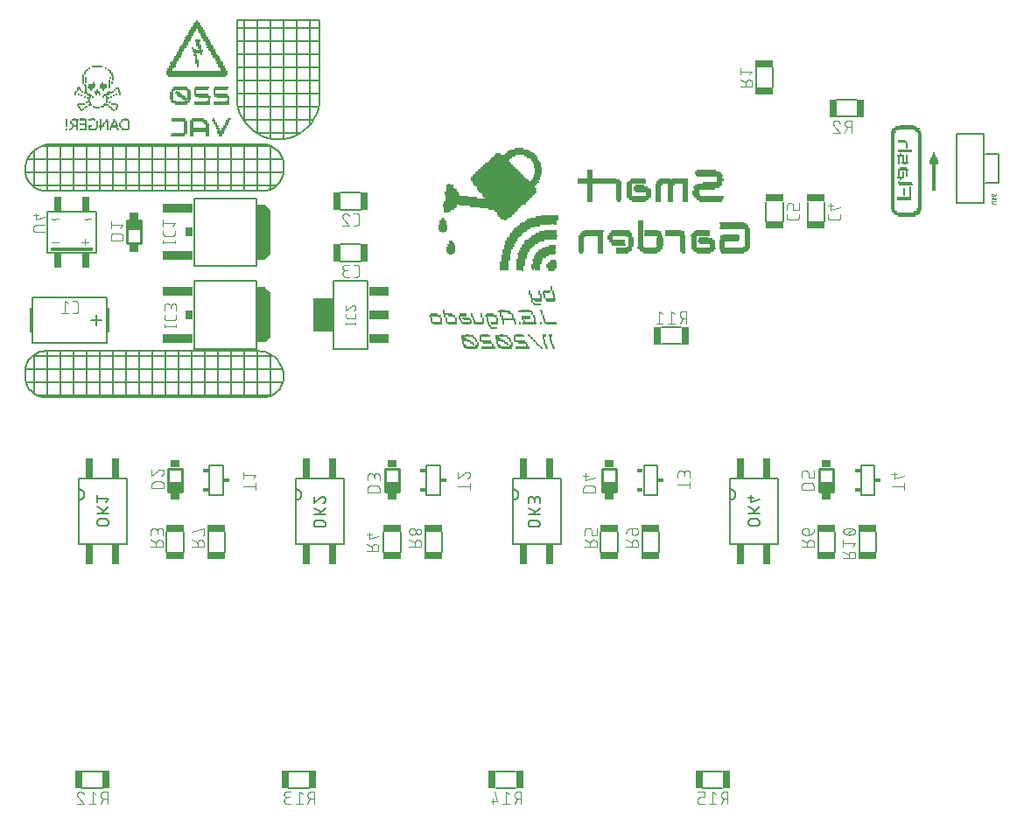
<source format=gbr>
G04 EAGLE Gerber RS-274X export*
G75*
%MOMM*%
%FSLAX34Y34*%
%LPD*%
%INSilkscreen Bottom*%
%IPPOS*%
%AMOC8*
5,1,8,0,0,1.08239X$1,22.5*%
G01*
%ADD10R,0.264500X0.132281*%
%ADD11R,0.264600X0.132281*%
%ADD12R,1.322700X0.132281*%
%ADD13R,1.058200X0.132281*%
%ADD14R,1.058100X0.132281*%
%ADD15R,0.264600X0.132269*%
%ADD16R,0.264500X0.132269*%
%ADD17R,1.322700X0.132269*%
%ADD18R,0.264600X0.132256*%
%ADD19R,0.264500X0.132256*%
%ADD20R,0.396900X0.132256*%
%ADD21R,0.396800X0.132256*%
%ADD22R,0.132300X0.132269*%
%ADD23R,0.132200X0.132269*%
%ADD24R,0.264600X0.132275*%
%ADD25R,0.264500X0.132275*%
%ADD26R,0.925900X0.132275*%
%ADD27R,0.396800X0.132275*%
%ADD28R,1.058200X0.132269*%
%ADD29R,0.396800X0.132269*%
%ADD30R,1.058100X0.132269*%
%ADD31R,0.132300X0.132256*%
%ADD32R,0.793700X0.132256*%
%ADD33R,0.793600X0.132256*%
%ADD34R,0.529100X0.132269*%
%ADD35R,0.396900X0.132269*%
%ADD36R,1.058100X0.132275*%
%ADD37R,1.190500X0.132275*%
%ADD38R,1.058200X0.132275*%
%ADD39R,1.190400X0.132275*%
%ADD40R,0.661300X0.132269*%
%ADD41R,0.661400X0.132269*%
%ADD42R,0.661300X0.132263*%
%ADD43R,0.132300X0.132281*%
%ADD44R,0.925900X0.132269*%
%ADD45R,0.793600X0.132269*%
%ADD46R,1.190400X0.132256*%
%ADD47R,1.322700X0.132256*%
%ADD48R,0.661400X0.132256*%
%ADD49R,1.058200X0.132256*%
%ADD50R,1.058100X0.132256*%
%ADD51R,1.455000X0.132269*%
%ADD52R,0.925900X0.132281*%
%ADD53R,0.661300X0.132281*%
%ADD54R,0.925900X0.132256*%
%ADD55R,0.132200X0.132256*%
%ADD56R,1.190400X0.132269*%
%ADD57R,0.529000X0.132256*%
%ADD58R,0.264600X0.132263*%
%ADD59R,0.529100X0.132256*%
%ADD60R,0.925800X0.132269*%
%ADD61R,0.793600X0.132275*%
%ADD62R,0.925800X0.132275*%
%ADD63R,1.058200X0.132263*%
%ADD64R,0.925900X0.132263*%
%ADD65R,0.793600X0.132263*%
%ADD66R,0.925800X0.132263*%
%ADD67R,0.925800X0.132256*%
%ADD68R,0.529100X0.132275*%
%ADD69R,1.190400X0.132281*%
%ADD70R,1.984000X0.132275*%
%ADD71R,2.248600X0.132263*%
%ADD72R,1.322700X0.132263*%
%ADD73R,0.396800X0.132263*%
%ADD74R,1.455000X0.132263*%
%ADD75R,1.190400X0.132263*%
%ADD76R,0.529100X0.132263*%
%ADD77R,1.851800X0.132263*%
%ADD78R,2.645400X0.132269*%
%ADD79R,1.851800X0.132269*%
%ADD80R,1.851700X0.132269*%
%ADD81R,1.719500X0.132269*%
%ADD82R,2.777700X0.132281*%
%ADD83R,2.116300X0.132281*%
%ADD84R,0.529100X0.132281*%
%ADD85R,1.587200X0.132281*%
%ADD86R,2.910000X0.132256*%
%ADD87R,2.380800X0.132256*%
%ADD88R,2.380900X0.132256*%
%ADD89R,1.587200X0.132256*%
%ADD90R,0.529000X0.132269*%
%ADD91R,0.529000X0.132281*%
%ADD92R,0.793600X0.132281*%
%ADD93R,1.190500X0.132256*%
%ADD94R,0.661300X0.132256*%
%ADD95R,0.661400X0.132281*%
%ADD96R,1.455000X0.132281*%
%ADD97R,1.719500X0.132256*%
%ADD98R,1.587300X0.132256*%
%ADD99R,1.587200X0.132269*%
%ADD100R,1.984100X0.132281*%
%ADD101R,1.984100X0.132256*%
%ADD102R,2.645400X0.132256*%
%ADD103R,2.513100X0.132281*%
%ADD104R,1.984100X0.132269*%
%ADD105R,2.248500X0.132269*%
%ADD106R,2.248600X0.132269*%
%ADD107R,1.190500X0.132269*%
%ADD108R,2.248500X0.132256*%
%ADD109R,2.248600X0.132256*%
%ADD110R,2.116300X0.132256*%
%ADD111R,1.851800X0.132281*%
%ADD112R,1.719500X0.132281*%
%ADD113R,1.454900X0.132256*%
%ADD114R,1.851800X0.132256*%
%ADD115R,1.454900X0.132269*%
%ADD116R,2.910000X0.132281*%
%ADD117R,1.587300X0.132281*%
%ADD118R,2.777700X0.132256*%
%ADD119R,2.116400X0.132281*%
%ADD120R,3.042200X0.132256*%
%ADD121R,2.380900X0.132269*%
%ADD122R,3.439000X0.132269*%
%ADD123R,3.174500X0.132281*%
%ADD124R,2.248600X0.132281*%
%ADD125R,2.513100X0.132256*%
%ADD126R,0.396900X0.132275*%
%ADD127R,2.248600X0.132275*%
%ADD128R,2.909900X0.132256*%
%ADD129R,0.396800X0.132281*%
%ADD130R,3.968100X0.132281*%
%ADD131R,5.026300X0.132256*%
%ADD132R,6.084400X0.132269*%
%ADD133R,7.936200X0.132275*%
%ADD134R,8.068500X0.132256*%
%ADD135R,8.068400X0.132281*%
%ADD136R,8.200700X0.132269*%
%ADD137R,2.777600X0.132263*%
%ADD138R,0.529000X0.132263*%
%ADD139R,2.116400X0.132263*%
%ADD140R,4.497200X0.132263*%
%ADD141R,3.174400X0.132263*%
%ADD142R,0.132200X0.132275*%
%ADD143R,2.909900X0.132275*%
%ADD144R,0.529000X0.132275*%
%ADD145R,2.380800X0.132275*%
%ADD146R,4.761700X0.132275*%
%ADD147R,2.248500X0.132275*%
%ADD148R,5.158600X0.132269*%
%ADD149R,0.661400X0.132275*%
%ADD150R,5.423000X0.132275*%
%ADD151R,1.322700X0.132275*%
%ADD152R,0.132200X0.132263*%
%ADD153R,0.264500X0.132263*%
%ADD154R,0.661400X0.132263*%
%ADD155R,1.587200X0.132263*%
%ADD156R,5.555300X0.132263*%
%ADD157R,1.719500X0.132275*%
%ADD158R,5.687600X0.132275*%
%ADD159R,5.819800X0.132256*%
%ADD160R,2.513100X0.132269*%
%ADD161R,5.687600X0.132269*%
%ADD162R,2.513100X0.132275*%
%ADD163R,5.819900X0.132275*%
%ADD164R,2.380900X0.132263*%
%ADD165R,6.084400X0.132263*%
%ADD166R,3.174500X0.132269*%
%ADD167R,4.232700X0.132269*%
%ADD168R,6.348900X0.132269*%
%ADD169R,3.042200X0.132281*%
%ADD170R,4.232700X0.132281*%
%ADD171R,6.481200X0.132281*%
%ADD172R,4.100400X0.132256*%
%ADD173R,5.555300X0.132256*%
%ADD174R,0.661300X0.132275*%
%ADD175R,1.587200X0.132275*%
%ADD176R,1.454900X0.132275*%
%ADD177R,3.835900X0.132275*%
%ADD178R,0.793700X0.132275*%
%ADD179R,5.423100X0.132275*%
%ADD180R,0.793700X0.132263*%
%ADD181R,5.290800X0.132263*%
%ADD182R,2.513200X0.132269*%
%ADD183R,5.026200X0.132269*%
%ADD184R,2.645400X0.132281*%
%ADD185R,4.761700X0.132281*%
%ADD186R,4.497200X0.132256*%
%ADD187R,4.232600X0.132275*%
%ADD188R,3.968100X0.132269*%
%ADD189R,3.703600X0.132256*%
%ADD190R,3.439000X0.132281*%
%ADD191R,3.174500X0.132256*%
%ADD192R,2.910000X0.132269*%
%ADD193R,1.984000X0.132281*%
%ADD194R,1.851700X0.132256*%
%ADD195R,0.132200X0.132281*%
%ADD196R,1.455000X0.132256*%
%ADD197R,1.851800X0.132275*%
%ADD198R,0.132300X0.132275*%
%ADD199R,0.132300X0.132263*%
%ADD200R,1.587300X0.132263*%
%ADD201R,1.190500X0.132263*%
%ADD202R,1.587300X0.132275*%
%ADD203R,5.687600X0.132281*%
%ADD204R,5.952200X0.132256*%
%ADD205R,5.952200X0.132269*%
%ADD206R,5.952200X0.132281*%
%ADD207C,0.152400*%
%ADD208C,0.203200*%
%ADD209C,0.101600*%
%ADD210R,0.800000X1.400000*%
%ADD211R,4.100000X0.300000*%
%ADD212R,1.854200X3.200400*%
%ADD213R,1.854200X0.863600*%
%ADD214C,0.076200*%
%ADD215R,0.736600X1.752600*%
%ADD216R,1.752600X0.736600*%
%ADD217R,2.895600X0.863600*%
%ADD218R,0.762000X0.863600*%
%ADD219C,0.254000*%
%ADD220R,0.850000X0.750000*%
%ADD221R,1.350000X0.900000*%
%ADD222R,0.762000X1.950000*%
%ADD223C,0.127000*%
%ADD224R,0.584200X0.457200*%
%ADD225C,0.025400*%

G36*
X286578Y563361D02*
X286578Y563361D01*
X286674Y563366D01*
X286717Y563381D01*
X286761Y563388D01*
X286849Y563427D01*
X286940Y563459D01*
X286974Y563484D01*
X287018Y563504D01*
X287114Y563586D01*
X287188Y563640D01*
X291760Y568212D01*
X291818Y568290D01*
X291883Y568361D01*
X291902Y568402D01*
X291929Y568438D01*
X291963Y568528D01*
X292005Y568615D01*
X292012Y568657D01*
X292028Y568701D01*
X292038Y568828D01*
X292052Y568918D01*
X292052Y611082D01*
X292039Y611178D01*
X292034Y611274D01*
X292019Y611317D01*
X292012Y611361D01*
X291973Y611449D01*
X291941Y611540D01*
X291916Y611574D01*
X291896Y611618D01*
X291814Y611714D01*
X291760Y611788D01*
X287188Y616360D01*
X287110Y616418D01*
X287039Y616483D01*
X286998Y616502D01*
X286962Y616529D01*
X286872Y616563D01*
X286785Y616605D01*
X286743Y616612D01*
X286699Y616628D01*
X286572Y616638D01*
X286482Y616652D01*
X279370Y616652D01*
X279306Y616643D01*
X279241Y616644D01*
X279167Y616623D01*
X279091Y616612D01*
X279032Y616586D01*
X278970Y616569D01*
X278904Y616528D01*
X278834Y616496D01*
X278785Y616454D01*
X278730Y616420D01*
X278679Y616363D01*
X278620Y616313D01*
X278585Y616259D01*
X278541Y616211D01*
X278508Y616141D01*
X278466Y616077D01*
X278447Y616015D01*
X278419Y615957D01*
X278408Y615887D01*
X278384Y615807D01*
X278383Y615723D01*
X278372Y615654D01*
X278372Y564346D01*
X278381Y564282D01*
X278380Y564217D01*
X278401Y564143D01*
X278412Y564067D01*
X278438Y564008D01*
X278455Y563946D01*
X278496Y563880D01*
X278528Y563810D01*
X278570Y563761D01*
X278604Y563706D01*
X278661Y563655D01*
X278711Y563596D01*
X278765Y563561D01*
X278813Y563517D01*
X278883Y563484D01*
X278947Y563442D01*
X279009Y563423D01*
X279067Y563395D01*
X279137Y563384D01*
X279217Y563360D01*
X279301Y563359D01*
X279370Y563348D01*
X286482Y563348D01*
X286578Y563361D01*
G37*
G36*
X286578Y483361D02*
X286578Y483361D01*
X286674Y483366D01*
X286717Y483381D01*
X286761Y483388D01*
X286849Y483427D01*
X286940Y483459D01*
X286974Y483484D01*
X287018Y483504D01*
X287114Y483586D01*
X287188Y483640D01*
X291760Y488212D01*
X291818Y488290D01*
X291883Y488361D01*
X291902Y488402D01*
X291929Y488438D01*
X291963Y488528D01*
X292005Y488615D01*
X292012Y488657D01*
X292028Y488701D01*
X292038Y488828D01*
X292052Y488918D01*
X292052Y531082D01*
X292039Y531178D01*
X292034Y531274D01*
X292019Y531317D01*
X292012Y531361D01*
X291973Y531449D01*
X291941Y531540D01*
X291916Y531574D01*
X291896Y531618D01*
X291814Y531714D01*
X291760Y531788D01*
X287188Y536360D01*
X287110Y536418D01*
X287039Y536483D01*
X286998Y536502D01*
X286962Y536529D01*
X286872Y536563D01*
X286785Y536605D01*
X286743Y536612D01*
X286699Y536628D01*
X286572Y536638D01*
X286482Y536652D01*
X279370Y536652D01*
X279306Y536643D01*
X279241Y536644D01*
X279167Y536623D01*
X279091Y536612D01*
X279032Y536586D01*
X278970Y536569D01*
X278904Y536528D01*
X278834Y536496D01*
X278785Y536454D01*
X278730Y536420D01*
X278679Y536363D01*
X278620Y536313D01*
X278585Y536259D01*
X278541Y536211D01*
X278508Y536141D01*
X278466Y536077D01*
X278447Y536015D01*
X278419Y535957D01*
X278408Y535887D01*
X278384Y535807D01*
X278383Y535723D01*
X278372Y535654D01*
X278372Y484346D01*
X278381Y484282D01*
X278380Y484217D01*
X278401Y484143D01*
X278412Y484067D01*
X278438Y484008D01*
X278455Y483946D01*
X278496Y483880D01*
X278528Y483810D01*
X278570Y483761D01*
X278604Y483706D01*
X278661Y483655D01*
X278711Y483596D01*
X278765Y483561D01*
X278813Y483517D01*
X278883Y483484D01*
X278947Y483442D01*
X279009Y483423D01*
X279067Y483395D01*
X279137Y483384D01*
X279217Y483360D01*
X279301Y483359D01*
X279370Y483348D01*
X286482Y483348D01*
X286578Y483361D01*
G37*
D10*
X566777Y477495D03*
D11*
X560163Y477495D03*
D10*
X554873Y477495D03*
D12*
X536355Y477495D03*
D13*
X520482Y477495D03*
D12*
X503287Y477495D03*
D14*
X487415Y477495D03*
D15*
X565454Y478817D03*
D16*
X558841Y478817D03*
X553550Y478817D03*
D17*
X536355Y478817D03*
X519160Y478817D03*
X503287Y478817D03*
X486092Y478817D03*
D18*
X565454Y480140D03*
D19*
X558841Y480140D03*
D18*
X552227Y480140D03*
D19*
X540323Y480140D03*
D20*
X525112Y480140D03*
D21*
X513207Y480140D03*
D18*
X507255Y480140D03*
D21*
X492044Y480140D03*
X480140Y480140D03*
D22*
X564793Y481463D03*
D23*
X558179Y481463D03*
D15*
X550904Y481463D03*
D16*
X540323Y481463D03*
D15*
X525773Y481463D03*
D16*
X521805Y481463D03*
D15*
X512546Y481463D03*
X507255Y481463D03*
D16*
X492706Y481463D03*
X488738Y481463D03*
X479479Y481463D03*
D24*
X564131Y482785D03*
D25*
X557518Y482785D03*
X549582Y482785D03*
D26*
X535694Y482785D03*
D24*
X525773Y482785D03*
D27*
X519821Y482785D03*
D24*
X511223Y482785D03*
D26*
X502626Y482785D03*
D25*
X492706Y482785D03*
D27*
X486753Y482785D03*
D25*
X478156Y482785D03*
D15*
X564131Y484108D03*
D16*
X557518Y484108D03*
X548259Y484108D03*
D28*
X533709Y484108D03*
D15*
X524450Y484108D03*
D29*
X517175Y484108D03*
D15*
X511223Y484108D03*
D30*
X500642Y484108D03*
D16*
X491383Y484108D03*
D29*
X484108Y484108D03*
D16*
X478156Y484108D03*
D31*
X563470Y485431D03*
X556857Y485431D03*
D18*
X546936Y485431D03*
D19*
X528419Y485431D03*
D18*
X524450Y485431D03*
D32*
X513869Y485431D03*
D19*
X495351Y485431D03*
X491383Y485431D03*
D33*
X480801Y485431D03*
D16*
X562809Y486754D03*
D15*
X556195Y486754D03*
D16*
X545614Y486754D03*
X528419Y486754D03*
X523128Y486754D03*
D34*
X512546Y486754D03*
D16*
X495351Y486754D03*
D15*
X490060Y486754D03*
D34*
X479479Y486754D03*
D16*
X562809Y488076D03*
D15*
X556195Y488076D03*
D16*
X544291Y488076D03*
X528419Y488076D03*
X521805Y488076D03*
D35*
X511885Y488076D03*
D16*
X495351Y488076D03*
X488738Y488076D03*
D29*
X478817Y488076D03*
D27*
X563470Y489399D03*
X556856Y489399D03*
D24*
X542968Y489399D03*
D36*
X532387Y489399D03*
D37*
X515853Y489399D03*
D38*
X499319Y489399D03*
D39*
X482785Y489399D03*
D29*
X563470Y490722D03*
X556856Y490722D03*
D22*
X542307Y490722D03*
D40*
X533048Y490722D03*
D29*
X515853Y490722D03*
D41*
X499980Y490722D03*
D29*
X482785Y490722D03*
D42*
X507917Y497335D03*
D16*
X504610Y498658D03*
D43*
X503949Y499981D03*
D28*
X564131Y501303D03*
D16*
X553550Y501303D03*
D17*
X542968Y501303D03*
D15*
X533709Y501303D03*
X529741Y501303D03*
D16*
X517837Y501303D03*
D41*
X509239Y501303D03*
D15*
X503287Y501303D03*
D44*
X493367Y501303D03*
D45*
X482124Y501303D03*
D44*
X468236Y501303D03*
X453686Y501303D03*
D46*
X563470Y502626D03*
D19*
X553550Y502626D03*
D47*
X542968Y502626D03*
D18*
X533709Y502626D03*
X529741Y502626D03*
D19*
X517837Y502626D03*
D48*
X509239Y502626D03*
D18*
X503287Y502626D03*
D49*
X494028Y502626D03*
X482124Y502626D03*
X467574Y502626D03*
D50*
X453025Y502626D03*
D16*
X557518Y503949D03*
X548259Y503949D03*
D15*
X537677Y503949D03*
D16*
X528419Y503949D03*
X517837Y503949D03*
D15*
X511223Y503949D03*
D22*
X502626Y503949D03*
D15*
X497996Y503949D03*
D22*
X489399Y503949D03*
D15*
X486092Y503949D03*
X476833Y503949D03*
X471542Y503949D03*
D16*
X462284Y503949D03*
X456993Y503949D03*
D23*
X448395Y503949D03*
D16*
X557518Y505271D03*
X548259Y505271D03*
X536355Y505271D03*
D51*
X522466Y505271D03*
D15*
X511223Y505271D03*
D16*
X501965Y505271D03*
D15*
X497996Y505271D03*
D16*
X488738Y505271D03*
D41*
X482785Y505271D03*
D22*
X476172Y505271D03*
D15*
X471542Y505271D03*
D16*
X462284Y505271D03*
X456993Y505271D03*
X447734Y505271D03*
D11*
X556195Y506594D03*
D43*
X547598Y506594D03*
D52*
X539662Y506594D03*
D10*
X527096Y506594D03*
D11*
X516514Y506594D03*
X511223Y506594D03*
D10*
X501965Y506594D03*
D11*
X497996Y506594D03*
D10*
X488738Y506594D03*
D53*
X481463Y506594D03*
D10*
X475511Y506594D03*
D11*
X471542Y506594D03*
D10*
X462284Y506594D03*
X456993Y506594D03*
X447734Y506594D03*
D18*
X556195Y507917D03*
X546936Y507917D03*
D54*
X539662Y507917D03*
D19*
X527096Y507917D03*
D18*
X516514Y507917D03*
D19*
X509901Y507917D03*
D55*
X501303Y507917D03*
D19*
X496674Y507917D03*
D55*
X488076Y507917D03*
D19*
X475511Y507917D03*
X470220Y507917D03*
X460961Y507917D03*
X455670Y507917D03*
D31*
X447073Y507917D03*
D15*
X556195Y509239D03*
X546936Y509239D03*
D16*
X527096Y509239D03*
X515192Y509239D03*
D56*
X505271Y509239D03*
D16*
X496674Y509239D03*
X487415Y509239D03*
D45*
X478156Y509239D03*
X467574Y509239D03*
D16*
X460961Y509239D03*
D56*
X451040Y509239D03*
D16*
X554873Y510562D03*
X545614Y510562D03*
D15*
X525773Y510562D03*
D16*
X515192Y510562D03*
D45*
X504610Y510562D03*
D16*
X496674Y510562D03*
X487415Y510562D03*
D41*
X478817Y510562D03*
D44*
X464268Y510562D03*
D45*
X450379Y510562D03*
D25*
X554873Y511885D03*
X545614Y511885D03*
D27*
X523789Y511885D03*
D25*
X515192Y511885D03*
D24*
X459638Y511885D03*
D16*
X554873Y513208D03*
D17*
X539000Y513208D03*
D56*
X518498Y513208D03*
D15*
X459638Y513208D03*
D55*
X554211Y514530D03*
D54*
X538339Y514530D03*
D57*
X516514Y514530D03*
D18*
X459638Y514530D03*
D48*
X550243Y519821D03*
D15*
X546936Y521144D03*
D25*
X545614Y522466D03*
D44*
X563470Y523789D03*
D40*
X551566Y523789D03*
D16*
X545614Y523789D03*
D50*
X562809Y525112D03*
X549582Y525112D03*
D16*
X566777Y526435D03*
X557518Y526435D03*
X553550Y526435D03*
X544291Y526435D03*
X566777Y527757D03*
X557518Y527757D03*
X553550Y527757D03*
X544291Y527757D03*
D25*
X566777Y529080D03*
X557518Y529080D03*
X553550Y529080D03*
X544291Y529080D03*
D58*
X565454Y530403D03*
X556195Y530403D03*
X552227Y530403D03*
X542968Y530403D03*
D15*
X565454Y531725D03*
D45*
X558840Y531725D03*
D15*
X552227Y531725D03*
X542968Y531725D03*
X565454Y533048D03*
D40*
X559502Y533048D03*
D15*
X552227Y533048D03*
X542968Y533048D03*
D11*
X564131Y534371D03*
D15*
X564131Y535694D03*
D58*
X564131Y537016D03*
D59*
X564132Y552889D03*
D19*
X536355Y552889D03*
D45*
X564131Y554211D03*
D34*
X550905Y554211D03*
D22*
X546275Y554211D03*
D45*
X533709Y554211D03*
D60*
X518498Y554211D03*
D26*
X564793Y555534D03*
X548921Y555534D03*
D61*
X533709Y555534D03*
D62*
X518498Y555534D03*
D63*
X564131Y556857D03*
D64*
X548921Y556857D03*
D65*
X533709Y556857D03*
D66*
X518498Y556857D03*
D38*
X564131Y558179D03*
D26*
X548921Y558179D03*
X534371Y558179D03*
D62*
X518498Y558179D03*
D44*
X564793Y559502D03*
X550243Y559502D03*
X534371Y559502D03*
D60*
X518498Y559502D03*
D33*
X565454Y560825D03*
D54*
X550243Y560825D03*
X534371Y560825D03*
D67*
X518498Y560825D03*
D68*
X565454Y562147D03*
D26*
X550243Y562147D03*
X534371Y562147D03*
D61*
X519159Y562147D03*
D63*
X550904Y563470D03*
D64*
X534371Y563470D03*
X519821Y563470D03*
D44*
X551566Y564793D03*
X535694Y564793D03*
X519821Y564793D03*
D69*
X552888Y566116D03*
D52*
X535694Y566116D03*
X519821Y566116D03*
D47*
X554873Y567438D03*
D54*
X535694Y567438D03*
X519821Y567438D03*
D70*
X558179Y568761D03*
D36*
X536355Y568761D03*
D61*
X520482Y568761D03*
D27*
X466913Y568761D03*
D71*
X739389Y570084D03*
D72*
X710951Y570084D03*
D73*
X691772Y570084D03*
D74*
X660027Y570084D03*
D75*
X632250Y570084D03*
D76*
X611749Y570084D03*
D73*
X592569Y570084D03*
D77*
X558840Y570084D03*
D64*
X537016Y570084D03*
X521144Y570084D03*
D42*
X466913Y570084D03*
D78*
X740050Y571406D03*
D79*
X710951Y571406D03*
D34*
X691111Y571406D03*
D80*
X659366Y571406D03*
D51*
X633573Y571406D03*
D34*
X611749Y571406D03*
X593231Y571406D03*
D81*
X559502Y571406D03*
D28*
X537677Y571406D03*
D44*
X521144Y571406D03*
X466913Y571406D03*
D82*
X740712Y572729D03*
D83*
X710951Y572729D03*
D84*
X691111Y572729D03*
D83*
X659366Y572729D03*
D85*
X634234Y572729D03*
D84*
X611749Y572729D03*
X593231Y572729D03*
D85*
X560163Y572729D03*
D52*
X538339Y572729D03*
X521144Y572729D03*
X466913Y572729D03*
D86*
X741373Y574052D03*
D87*
X710951Y574052D03*
D59*
X691111Y574052D03*
D88*
X659366Y574052D03*
D89*
X634234Y574052D03*
D59*
X611749Y574052D03*
X593231Y574052D03*
D47*
X561486Y574052D03*
D49*
X539000Y574052D03*
D54*
X522467Y574052D03*
X466913Y574052D03*
D41*
X752616Y575374D03*
D34*
X729469Y575374D03*
X720210Y575374D03*
D90*
X701692Y575374D03*
D34*
X691111Y575374D03*
D41*
X667963Y575374D03*
X650768Y575374D03*
D90*
X639525Y575374D03*
D34*
X611749Y575374D03*
X593231Y575374D03*
D30*
X562809Y575374D03*
X540323Y575374D03*
D44*
X522467Y575374D03*
X466913Y575374D03*
D84*
X753278Y576697D03*
X729469Y576697D03*
X720210Y576697D03*
D91*
X701692Y576697D03*
D84*
X691111Y576697D03*
X668625Y576697D03*
X650107Y576697D03*
X640848Y576697D03*
X611749Y576697D03*
X593231Y576697D03*
D53*
X564793Y576697D03*
D69*
X540984Y576697D03*
D14*
X523128Y576697D03*
D92*
X467574Y576697D03*
D59*
X753278Y578020D03*
X729469Y578020D03*
X720210Y578020D03*
D57*
X701692Y578020D03*
D59*
X691111Y578020D03*
D48*
X669286Y578020D03*
D59*
X650107Y578020D03*
X640848Y578020D03*
D47*
X628944Y578020D03*
D59*
X611749Y578020D03*
X593231Y578020D03*
D93*
X542307Y578020D03*
D54*
X523789Y578020D03*
D94*
X466913Y578020D03*
D84*
X753278Y579343D03*
X729469Y579343D03*
D85*
X714919Y579343D03*
D91*
X701692Y579343D03*
D84*
X691111Y579343D03*
D95*
X669286Y579343D03*
D84*
X650107Y579343D03*
X640848Y579343D03*
D96*
X628282Y579343D03*
D84*
X611749Y579343D03*
X593231Y579343D03*
D12*
X544291Y579343D03*
D13*
X524450Y579343D03*
D91*
X467574Y579343D03*
D59*
X753278Y580665D03*
X729469Y580665D03*
D97*
X714258Y580665D03*
D57*
X701692Y580665D03*
D59*
X691111Y580665D03*
D48*
X669286Y580665D03*
D59*
X650107Y580665D03*
X640848Y580665D03*
D89*
X627621Y580665D03*
D59*
X611749Y580665D03*
X593231Y580665D03*
D98*
X545614Y580665D03*
D49*
X524450Y580665D03*
D21*
X466913Y580665D03*
D34*
X753278Y581988D03*
D79*
X736082Y581988D03*
D99*
X713596Y581988D03*
D90*
X701692Y581988D03*
D34*
X691111Y581988D03*
D41*
X669286Y581988D03*
D34*
X650107Y581988D03*
X640848Y581988D03*
D99*
X627621Y581988D03*
D34*
X611749Y581988D03*
X593231Y581988D03*
D79*
X548259Y581988D03*
D28*
X525773Y581988D03*
D84*
X753278Y583311D03*
D100*
X736744Y583311D03*
D96*
X712935Y583311D03*
D91*
X701692Y583311D03*
D84*
X691111Y583311D03*
D95*
X669286Y583311D03*
D84*
X650107Y583311D03*
X640848Y583311D03*
X621008Y583311D03*
X611749Y583311D03*
X593231Y583311D03*
D82*
X555534Y583311D03*
D13*
X525773Y583311D03*
D59*
X753278Y584633D03*
D101*
X736744Y584633D03*
D54*
X711613Y584633D03*
D57*
X701692Y584633D03*
D59*
X691111Y584633D03*
X668625Y584633D03*
X650107Y584633D03*
X640848Y584633D03*
X621008Y584633D03*
X611749Y584633D03*
X593231Y584633D03*
D102*
X556195Y584633D03*
D50*
X527096Y584633D03*
D84*
X753278Y585956D03*
D100*
X736744Y585956D03*
D91*
X701692Y585956D03*
D84*
X691111Y585956D03*
X668625Y585956D03*
X650107Y585956D03*
D91*
X639525Y585956D03*
D84*
X621008Y585956D03*
X611749Y585956D03*
D95*
X593892Y585956D03*
D103*
X556857Y585956D03*
D13*
X528418Y585956D03*
D34*
X753278Y587279D03*
D99*
X737405Y587279D03*
D80*
X708306Y587279D03*
D104*
X683836Y587279D03*
D81*
X662673Y587279D03*
D34*
X650107Y587279D03*
D105*
X630928Y587279D03*
D106*
X603151Y587279D03*
X558179Y587279D03*
D107*
X529080Y587279D03*
D59*
X753278Y588601D03*
D97*
X708967Y588601D03*
D101*
X683836Y588601D03*
D97*
X662673Y588601D03*
D59*
X650107Y588601D03*
D108*
X630928Y588601D03*
D109*
X603151Y588601D03*
D110*
X558841Y588601D03*
D46*
X530402Y588601D03*
D84*
X753278Y589924D03*
D85*
X709628Y589924D03*
D111*
X683174Y589924D03*
D85*
X662011Y589924D03*
D84*
X650107Y589924D03*
D100*
X630928Y589924D03*
D83*
X603813Y589924D03*
D112*
X560825Y589924D03*
D69*
X531725Y589924D03*
D43*
X458977Y589924D03*
D59*
X753278Y591247D03*
D113*
X710290Y591247D03*
D98*
X681852Y591247D03*
D47*
X660689Y591247D03*
D59*
X650107Y591247D03*
D97*
X630928Y591247D03*
D114*
X605135Y591247D03*
D46*
X563470Y591247D03*
D47*
X533710Y591247D03*
D94*
X458977Y591247D03*
D34*
X753278Y592570D03*
X650107Y592570D03*
D115*
X534371Y592570D03*
D44*
X458977Y592570D03*
D116*
X741373Y593892D03*
D84*
X650107Y593892D03*
D117*
X536355Y593892D03*
D52*
X458977Y593892D03*
D118*
X740712Y595215D03*
D59*
X650107Y595215D03*
D97*
X539662Y595215D03*
D54*
X458977Y595215D03*
D82*
X740712Y596538D03*
D84*
X650107Y596538D03*
D119*
X542968Y596538D03*
D52*
X458977Y596538D03*
D102*
X740050Y597860D03*
D59*
X650107Y597860D03*
D21*
X567438Y597860D03*
D120*
X548920Y597860D03*
D94*
X458977Y597860D03*
D121*
X738728Y599183D03*
D34*
X650107Y599183D03*
D122*
X552227Y599183D03*
D40*
X458977Y599183D03*
D84*
X650107Y600506D03*
D123*
X553550Y600506D03*
D53*
X458977Y600506D03*
D120*
X555534Y601828D03*
D19*
X519160Y601828D03*
D20*
X458977Y601828D03*
D82*
X556857Y603151D03*
D95*
X518498Y603151D03*
D43*
X458977Y603151D03*
D106*
X559502Y604474D03*
D30*
X519160Y604474D03*
D97*
X907372Y605797D03*
X562148Y605797D03*
D47*
X519160Y605797D03*
D124*
X907372Y607119D03*
D117*
X519160Y607119D03*
D125*
X907372Y608442D03*
D97*
X519821Y608442D03*
D40*
X917954Y609765D03*
D34*
X896129Y609765D03*
D104*
X519821Y609765D03*
D34*
X462284Y609765D03*
D27*
X919276Y611087D03*
D126*
X895468Y611087D03*
D127*
X519821Y611087D03*
D61*
X463606Y611087D03*
D59*
X919938Y612410D03*
D21*
X894145Y612410D03*
D128*
X517837Y612410D03*
D50*
X464929Y612410D03*
D129*
X920599Y613733D03*
X894145Y613733D03*
D130*
X513869Y613733D03*
D69*
X465590Y613733D03*
D21*
X920599Y615055D03*
X894145Y615055D03*
D131*
X509901Y615055D03*
D47*
X466252Y615055D03*
D29*
X920599Y616378D03*
X894145Y616378D03*
D132*
X505932Y616378D03*
D17*
X466252Y616378D03*
D27*
X920599Y617701D03*
X894145Y617701D03*
D133*
X499319Y617701D03*
D21*
X920599Y619024D03*
X894145Y619024D03*
D134*
X499981Y619024D03*
D129*
X920599Y620346D03*
X894145Y620346D03*
D124*
X718226Y620346D03*
D84*
X693756Y620346D03*
D91*
X679206Y620346D03*
D84*
X667302Y620346D03*
D12*
X648784Y620346D03*
D129*
X629605Y620346D03*
D84*
X601167Y620346D03*
D135*
X501303Y620346D03*
D29*
X920599Y621669D03*
D17*
X905388Y621669D03*
D29*
X894145Y621669D03*
D78*
X717564Y621669D03*
D34*
X693756Y621669D03*
D90*
X679206Y621669D03*
D34*
X667302Y621669D03*
D79*
X648784Y621669D03*
D34*
X628944Y621669D03*
X601167Y621669D03*
D136*
X501965Y621669D03*
D73*
X920599Y622992D03*
D72*
X905388Y622992D03*
D73*
X894145Y622992D03*
D137*
X716903Y622992D03*
D76*
X693756Y622992D03*
D138*
X679206Y622992D03*
D76*
X667302Y622992D03*
D139*
X648784Y622992D03*
D76*
X628944Y622992D03*
X601167Y622992D03*
D140*
X521805Y622992D03*
D141*
X476833Y622992D03*
D27*
X920599Y624314D03*
D142*
X911340Y624314D03*
D27*
X894145Y624314D03*
D143*
X716242Y624314D03*
D68*
X693756Y624314D03*
D144*
X679206Y624314D03*
D68*
X667302Y624314D03*
D145*
X648784Y624314D03*
D68*
X628944Y624314D03*
X601167Y624314D03*
D146*
X521805Y624314D03*
D147*
X472204Y624314D03*
D21*
X920599Y625637D03*
D55*
X911340Y625637D03*
D19*
X905388Y625637D03*
D21*
X894145Y625637D03*
D94*
X704999Y625637D03*
D59*
X693756Y625637D03*
D57*
X679206Y625637D03*
D59*
X667302Y625637D03*
X658043Y625637D03*
D57*
X639525Y625637D03*
D59*
X628944Y625637D03*
X601167Y625637D03*
D131*
X521805Y625637D03*
D113*
X468236Y625637D03*
D29*
X920599Y626960D03*
D23*
X911340Y626960D03*
D16*
X905388Y626960D03*
D29*
X894145Y626960D03*
D41*
X703676Y626960D03*
D34*
X693756Y626960D03*
D90*
X679206Y626960D03*
D34*
X667302Y626960D03*
X658043Y626960D03*
D90*
X639525Y626960D03*
D34*
X628944Y626960D03*
X601167Y626960D03*
D148*
X522466Y626960D03*
D17*
X467575Y626960D03*
D27*
X920599Y628282D03*
D142*
X911340Y628282D03*
D25*
X905388Y628282D03*
D27*
X894145Y628282D03*
D149*
X703676Y628282D03*
D68*
X693756Y628282D03*
D144*
X679206Y628282D03*
D68*
X667302Y628282D03*
X658043Y628282D03*
D144*
X639525Y628282D03*
D68*
X628944Y628282D03*
X601167Y628282D03*
D150*
X522466Y628282D03*
D151*
X467575Y628282D03*
D73*
X920599Y629605D03*
D152*
X911340Y629605D03*
D153*
X905388Y629605D03*
D73*
X894145Y629605D03*
D154*
X703676Y629605D03*
D76*
X693756Y629605D03*
D138*
X679206Y629605D03*
D76*
X667302Y629605D03*
D155*
X652752Y629605D03*
D138*
X639525Y629605D03*
D76*
X628944Y629605D03*
X601167Y629605D03*
D156*
X521805Y629605D03*
D63*
X467574Y629605D03*
D27*
X933826Y630928D03*
X920599Y630928D03*
D142*
X911340Y630928D03*
D25*
X905388Y630928D03*
D27*
X894145Y630928D03*
D68*
X704338Y630928D03*
X693756Y630928D03*
D144*
X679206Y630928D03*
D68*
X667302Y630928D03*
D157*
X652091Y630928D03*
D144*
X639525Y630928D03*
D68*
X628944Y630928D03*
X601167Y630928D03*
D158*
X521143Y630928D03*
D38*
X467574Y630928D03*
D21*
X933826Y632251D03*
X920599Y632251D03*
D55*
X911340Y632251D03*
D19*
X905388Y632251D03*
D21*
X894145Y632251D03*
D110*
X712274Y632251D03*
D59*
X693756Y632251D03*
D57*
X679206Y632251D03*
D59*
X667302Y632251D03*
D98*
X651430Y632251D03*
D57*
X639525Y632251D03*
D59*
X628944Y632251D03*
X601167Y632251D03*
D159*
X520482Y632251D03*
D54*
X466913Y632251D03*
D29*
X933826Y633573D03*
X920599Y633573D03*
D23*
X911340Y633573D03*
D29*
X894145Y633573D03*
D160*
X714258Y633573D03*
D34*
X693756Y633573D03*
D90*
X679206Y633573D03*
D34*
X667302Y633573D03*
D51*
X650768Y633573D03*
D90*
X639525Y633573D03*
D34*
X628944Y633573D03*
X601167Y633573D03*
D161*
X519821Y633573D03*
D45*
X466251Y633573D03*
D27*
X933826Y634896D03*
X920599Y634896D03*
X894145Y634896D03*
D162*
X715581Y634896D03*
D68*
X693756Y634896D03*
D144*
X679206Y634896D03*
D68*
X667302Y634896D03*
D26*
X649446Y634896D03*
D144*
X639525Y634896D03*
D68*
X628944Y634896D03*
X601167Y634896D03*
D163*
X519160Y634896D03*
D149*
X465590Y634896D03*
D73*
X933826Y636219D03*
X920599Y636219D03*
D72*
X906711Y636219D03*
D73*
X894145Y636219D03*
D164*
X717565Y636219D03*
D76*
X693756Y636219D03*
D42*
X679868Y636219D03*
D154*
X667963Y636219D03*
D138*
X639525Y636219D03*
D76*
X628944Y636219D03*
X601167Y636219D03*
D165*
X519159Y636219D03*
D153*
X464929Y636219D03*
D29*
X933826Y637541D03*
X920599Y637541D03*
D51*
X906049Y637541D03*
D29*
X894145Y637541D03*
D104*
X719549Y637541D03*
D166*
X680529Y637541D03*
D80*
X646139Y637541D03*
D167*
X610426Y637541D03*
D168*
X519160Y637541D03*
D129*
X933826Y638864D03*
X920599Y638864D03*
D11*
X900097Y638864D03*
D129*
X894145Y638864D03*
D84*
X726824Y638864D03*
D169*
X681190Y638864D03*
D112*
X646800Y638864D03*
D170*
X610426Y638864D03*
D171*
X519821Y638864D03*
D21*
X933826Y640187D03*
X920599Y640187D03*
X894145Y640187D03*
D94*
X727485Y640187D03*
D128*
X681852Y640187D03*
D89*
X647461Y640187D03*
D172*
X609764Y640187D03*
D33*
X548259Y640187D03*
D173*
X513869Y640187D03*
D27*
X933826Y641509D03*
X920599Y641509D03*
D142*
X902081Y641509D03*
D27*
X894145Y641509D03*
D174*
X727485Y641509D03*
D175*
X688465Y641509D03*
D38*
X673915Y641509D03*
D176*
X648123Y641509D03*
D177*
X608442Y641509D03*
D178*
X549582Y641509D03*
D179*
X513208Y641509D03*
D73*
X933826Y642832D03*
X920599Y642832D03*
D154*
X902081Y642832D03*
D73*
X894145Y642832D03*
D76*
X726824Y642832D03*
X601167Y642832D03*
D180*
X549582Y642832D03*
D181*
X512546Y642832D03*
D29*
X933826Y644155D03*
X920599Y644155D03*
D15*
X908033Y644155D03*
X904065Y644155D03*
X900097Y644155D03*
D29*
X894145Y644155D03*
D182*
X716903Y644155D03*
D34*
X601167Y644155D03*
D41*
X550243Y644155D03*
D183*
X512546Y644155D03*
D129*
X933826Y645478D03*
X920599Y645478D03*
D11*
X908033Y645478D03*
X904065Y645478D03*
X900097Y645478D03*
D129*
X894145Y645478D03*
D184*
X716242Y645478D03*
D84*
X601167Y645478D03*
D92*
X550904Y645478D03*
D185*
X512546Y645478D03*
D21*
X933826Y646800D03*
X920599Y646800D03*
D18*
X908033Y646800D03*
X904065Y646800D03*
X900097Y646800D03*
D21*
X894145Y646800D03*
D125*
X715581Y646800D03*
D59*
X601167Y646800D03*
D94*
X551566Y646800D03*
D186*
X512546Y646800D03*
D27*
X933826Y648123D03*
X920599Y648123D03*
D24*
X908033Y648123D03*
X904065Y648123D03*
X900097Y648123D03*
D27*
X894145Y648123D03*
D145*
X714919Y648123D03*
D68*
X601167Y648123D03*
D174*
X551566Y648123D03*
D187*
X512546Y648123D03*
D29*
X933826Y649446D03*
X920599Y649446D03*
D15*
X908033Y649446D03*
X900097Y649446D03*
D29*
X894145Y649446D03*
D79*
X713596Y649446D03*
D34*
X601167Y649446D03*
D40*
X551566Y649446D03*
D188*
X512546Y649446D03*
D21*
X933826Y650768D03*
X920599Y650768D03*
D49*
X904065Y650768D03*
D21*
X894145Y650768D03*
D94*
X551566Y650768D03*
D189*
X512546Y650768D03*
D129*
X933826Y652091D03*
X920599Y652091D03*
D92*
X904065Y652091D03*
D129*
X894145Y652091D03*
D53*
X551566Y652091D03*
D190*
X512546Y652091D03*
D21*
X933826Y653414D03*
X920599Y653414D03*
X894145Y653414D03*
D33*
X550904Y653414D03*
D191*
X512546Y653414D03*
D29*
X933826Y654736D03*
X920599Y654736D03*
X894145Y654736D03*
D45*
X550904Y654736D03*
D192*
X512546Y654736D03*
D52*
X933826Y656059D03*
D129*
X920599Y656059D03*
X906049Y656059D03*
D11*
X900097Y656059D03*
D129*
X894145Y656059D03*
D95*
X550243Y656059D03*
D184*
X512546Y656059D03*
D54*
X933826Y657382D03*
D21*
X920599Y657382D03*
D48*
X906049Y657382D03*
D18*
X900097Y657382D03*
D21*
X894145Y657382D03*
D32*
X549582Y657382D03*
D109*
X513207Y657382D03*
D52*
X933826Y658705D03*
D129*
X920599Y658705D03*
D11*
X908033Y658705D03*
X904065Y658705D03*
X900097Y658705D03*
D129*
X894145Y658705D03*
D95*
X548920Y658705D03*
D193*
X513207Y658705D03*
D48*
X933826Y660027D03*
D21*
X920599Y660027D03*
D18*
X908033Y660027D03*
X904065Y660027D03*
X900097Y660027D03*
D21*
X894145Y660027D03*
D33*
X548259Y660027D03*
D194*
X513869Y660027D03*
D41*
X933826Y661350D03*
D29*
X920599Y661350D03*
D15*
X908033Y661350D03*
X904065Y661350D03*
X900097Y661350D03*
D29*
X894145Y661350D03*
D45*
X546936Y661350D03*
D79*
X515191Y661350D03*
D129*
X933826Y662673D03*
X920599Y662673D03*
D11*
X908033Y662673D03*
X904065Y662673D03*
X900097Y662673D03*
D129*
X894145Y662673D03*
D14*
X545614Y662673D03*
D111*
X516514Y662673D03*
D21*
X933826Y663995D03*
X920599Y663995D03*
D18*
X908033Y663995D03*
D48*
X902081Y663995D03*
D21*
X894145Y663995D03*
D46*
X543629Y663995D03*
D110*
X519160Y663995D03*
D43*
X933826Y665318D03*
D129*
X920599Y665318D03*
D195*
X902081Y665318D03*
D129*
X894145Y665318D03*
D116*
X533709Y665318D03*
D84*
X512546Y665318D03*
D22*
X933826Y666641D03*
D29*
X920599Y666641D03*
X894145Y666641D03*
D78*
X533709Y666641D03*
D21*
X920599Y667963D03*
D196*
X906049Y667963D03*
D21*
X894145Y667963D03*
D109*
X533048Y667963D03*
D129*
X920599Y669286D03*
D96*
X906049Y669286D03*
D129*
X894145Y669286D03*
D112*
X533048Y669286D03*
D21*
X920599Y670609D03*
X894145Y670609D03*
D54*
X533048Y670609D03*
D29*
X920599Y671932D03*
D15*
X908033Y671932D03*
D29*
X894145Y671932D03*
D129*
X920599Y673254D03*
D11*
X908033Y673254D03*
D129*
X894145Y673254D03*
D21*
X920599Y674577D03*
D18*
X908033Y674577D03*
D21*
X894145Y674577D03*
D129*
X920599Y675900D03*
D11*
X908033Y675900D03*
D129*
X894145Y675900D03*
D21*
X920599Y677222D03*
D54*
X903404Y677222D03*
D21*
X894145Y677222D03*
D29*
X920599Y678545D03*
D45*
X902742Y678545D03*
D29*
X894145Y678545D03*
X244249Y683545D03*
X231022Y683545D03*
X216472Y683545D03*
D17*
X202584Y683545D03*
D129*
X920599Y679868D03*
X894145Y679868D03*
X244249Y684868D03*
X231022Y684868D03*
X216472Y684868D03*
D96*
X203245Y684868D03*
D21*
X920599Y681190D03*
X894145Y681190D03*
D48*
X244249Y686190D03*
D21*
X231022Y686190D03*
X216472Y686190D03*
X209859Y686190D03*
D29*
X920599Y682513D03*
X894145Y682513D03*
D41*
X244249Y687513D03*
D79*
X223747Y687513D03*
D29*
X209859Y687513D03*
D27*
X920599Y683836D03*
X894145Y683836D03*
X246894Y688836D03*
D25*
X242265Y688836D03*
D197*
X223747Y688836D03*
D27*
X209859Y688836D03*
D21*
X920599Y685159D03*
X894145Y685159D03*
X246894Y690159D03*
X241603Y690159D03*
D114*
X223747Y690159D03*
D21*
X209859Y690159D03*
D129*
X919276Y686481D03*
D84*
X894807Y686481D03*
D129*
X248217Y691481D03*
D11*
X240942Y691481D03*
D129*
X231022Y691481D03*
X216472Y691481D03*
X209859Y691481D03*
D59*
X918615Y687804D03*
D20*
X895468Y687804D03*
D21*
X248217Y692804D03*
X240281Y692804D03*
X231022Y692804D03*
X216472Y692804D03*
X209859Y692804D03*
D90*
X917292Y689127D03*
D41*
X896790Y689127D03*
D29*
X249540Y694127D03*
D16*
X239620Y694127D03*
D29*
X231022Y694127D03*
X216472Y694127D03*
X209859Y694127D03*
D41*
X152110Y689127D03*
D16*
X144836Y689127D03*
D22*
X137561Y689127D03*
D23*
X134915Y689127D03*
D15*
X127640Y689127D03*
D40*
X120366Y689127D03*
X111107Y689127D03*
D16*
X105155Y689127D03*
X98541Y689127D03*
X94573Y689127D03*
D162*
X907372Y690449D03*
D27*
X249540Y695449D03*
X238958Y695449D03*
X229699Y695449D03*
X216472Y695449D03*
X209859Y695449D03*
D198*
X154756Y690449D03*
D25*
X148804Y690449D03*
D142*
X144174Y690449D03*
D198*
X137561Y690449D03*
D142*
X134915Y690449D03*
D24*
X127640Y690449D03*
X123672Y690449D03*
D25*
X117059Y690449D03*
D198*
X113752Y690449D03*
D25*
X105155Y690449D03*
X99864Y690449D03*
D110*
X906711Y691772D03*
D21*
X250862Y696772D03*
D19*
X238297Y696772D03*
D59*
X229038Y696772D03*
D21*
X216472Y696772D03*
X209859Y696772D03*
D31*
X154756Y691772D03*
D19*
X147481Y691772D03*
D33*
X140867Y691772D03*
D55*
X134915Y691772D03*
D20*
X128302Y691772D03*
D31*
X124334Y691772D03*
D19*
X117059Y691772D03*
D31*
X113752Y691772D03*
D19*
X105155Y691772D03*
D31*
X100525Y691772D03*
D96*
X907372Y693095D03*
D129*
X250862Y698095D03*
X237635Y698095D03*
D85*
X222424Y698095D03*
D96*
X203245Y698095D03*
D43*
X154756Y693095D03*
X146820Y693095D03*
D53*
X141529Y693095D03*
D195*
X134915Y693095D03*
D84*
X128963Y693095D03*
D43*
X124334Y693095D03*
D129*
X117720Y693095D03*
D43*
X113752Y693095D03*
D84*
X103832Y693095D03*
D10*
X94573Y693095D03*
D29*
X252185Y699418D03*
D15*
X236974Y699418D03*
D56*
X221763Y699418D03*
D51*
X203245Y699418D03*
D22*
X154756Y694418D03*
X146820Y694418D03*
X142852Y694418D03*
D23*
X138883Y694418D03*
X134915Y694418D03*
X130947Y694418D03*
D15*
X127640Y694418D03*
D22*
X124334Y694418D03*
D40*
X111107Y694418D03*
D16*
X105155Y694418D03*
D22*
X100525Y694418D03*
D16*
X94573Y694418D03*
D199*
X154756Y695740D03*
X146820Y695740D03*
X142852Y695740D03*
D153*
X139545Y695740D03*
D152*
X134915Y695740D03*
D153*
X131609Y695740D03*
D58*
X127640Y695740D03*
D199*
X124334Y695740D03*
X113752Y695740D03*
D153*
X105155Y695740D03*
D152*
X99202Y695740D03*
D153*
X94573Y695740D03*
D198*
X154756Y697063D03*
D142*
X148142Y697063D03*
D126*
X141529Y697063D03*
D27*
X133592Y697063D03*
D24*
X127640Y697063D03*
D198*
X124334Y697063D03*
X113752Y697063D03*
D25*
X105155Y697063D03*
D142*
X99202Y697063D03*
D25*
X94573Y697063D03*
D33*
X151449Y698386D03*
D18*
X140867Y698386D03*
D19*
X134254Y698386D03*
D18*
X127640Y698386D03*
D19*
X122350Y698386D03*
D21*
X117720Y698386D03*
D94*
X111107Y698386D03*
D48*
X103170Y698386D03*
D19*
X94573Y698386D03*
D16*
X152772Y699708D03*
D29*
X120365Y699708D03*
D90*
X110445Y699708D03*
D15*
X102509Y699708D03*
D24*
X140867Y707644D03*
D25*
X109123Y707644D03*
D155*
X244910Y713967D03*
D200*
X226393Y713967D03*
D201*
X205891Y713967D03*
D199*
X142852Y708967D03*
D152*
X138883Y708967D03*
D199*
X111107Y708967D03*
D152*
X108461Y708967D03*
D175*
X244910Y715290D03*
D202*
X226393Y715290D03*
D175*
X205229Y715290D03*
D198*
X142852Y710290D03*
D25*
X138222Y710290D03*
D68*
X124995Y710290D03*
D142*
X112429Y710290D03*
D25*
X107800Y710290D03*
D29*
X250862Y716613D03*
D35*
X232345Y716613D03*
D34*
X211843Y716613D03*
X198616Y716613D03*
D23*
X144174Y711613D03*
D22*
X136238Y711613D03*
D29*
X129624Y711613D03*
D16*
X121027Y711613D03*
D15*
X114413Y711613D03*
D22*
X107139Y711613D03*
D19*
X251524Y717935D03*
D18*
X233006Y717935D03*
D19*
X213166Y717935D03*
D31*
X209859Y717935D03*
D18*
X197293Y717935D03*
D55*
X144174Y712935D03*
D57*
X132931Y712935D03*
D21*
X117720Y712935D03*
D31*
X105816Y712935D03*
D25*
X251524Y719258D03*
D24*
X233006Y719258D03*
D26*
X211182Y719258D03*
D27*
X196632Y719258D03*
D68*
X140868Y714258D03*
D198*
X132270Y714258D03*
D142*
X117720Y714258D03*
D174*
X109784Y714258D03*
D75*
X246894Y720581D03*
D201*
X228377Y720581D03*
D73*
X213827Y720581D03*
D76*
X207875Y720581D03*
D73*
X196632Y720581D03*
D58*
X136899Y715581D03*
D199*
X133593Y715581D03*
D152*
X117720Y715581D03*
D58*
X114413Y715581D03*
D17*
X244911Y721903D03*
X226393Y721903D03*
D29*
X213827Y721903D03*
D40*
X205891Y721903D03*
D29*
X196632Y721903D03*
D22*
X133593Y716903D03*
X116398Y716903D03*
D12*
X243588Y723226D03*
X225070Y723226D03*
D129*
X213827Y723226D03*
D84*
X203907Y723226D03*
D129*
X196632Y723226D03*
D43*
X133593Y718226D03*
D10*
X117059Y718226D03*
D19*
X238297Y724549D03*
D18*
X219779Y724549D03*
D21*
X213827Y724549D03*
D59*
X202584Y724549D03*
D21*
X196632Y724549D03*
X134915Y719549D03*
X116397Y719549D03*
D25*
X238297Y725871D03*
D24*
X219779Y725871D03*
D27*
X213827Y725871D03*
D24*
X201261Y725871D03*
X197293Y725871D03*
D25*
X138222Y720871D03*
D198*
X133593Y720871D03*
D142*
X130947Y720871D03*
D198*
X120366Y720871D03*
D142*
X117720Y720871D03*
D25*
X113091Y720871D03*
D153*
X238297Y727194D03*
D58*
X219779Y727194D03*
D73*
X212504Y727194D03*
X197954Y727194D03*
D58*
X140867Y722194D03*
D73*
X132270Y722194D03*
X117720Y722194D03*
D153*
X109123Y722194D03*
D51*
X244249Y728517D03*
X225731Y728517D03*
D99*
X205229Y728517D03*
D22*
X146820Y723517D03*
D16*
X143513Y723517D03*
D34*
X134254Y723517D03*
D22*
X126979Y723517D03*
D15*
X123672Y723517D03*
D29*
X116397Y723517D03*
D22*
X107139Y723517D03*
D16*
X103832Y723517D03*
D12*
X244911Y729840D03*
X226393Y729840D03*
X205230Y729840D03*
D43*
X146820Y724840D03*
D91*
X136899Y724840D03*
D84*
X124995Y724840D03*
D129*
X113752Y724840D03*
D43*
X103171Y724840D03*
D31*
X145497Y726162D03*
X140206Y726162D03*
X136238Y726162D03*
D59*
X124995Y726162D03*
D31*
X113752Y726162D03*
D18*
X110445Y726162D03*
D55*
X104493Y726162D03*
D198*
X145497Y727485D03*
X141529Y727485D03*
D142*
X130947Y727485D03*
D25*
X124995Y727485D03*
D198*
X119043Y727485D03*
X113752Y727485D03*
D142*
X108461Y727485D03*
D198*
X105816Y727485D03*
D29*
X144174Y728808D03*
X130947Y728808D03*
X119043Y728808D03*
D22*
X113752Y728808D03*
D29*
X107138Y728808D03*
D31*
X136238Y730130D03*
D48*
X130947Y730130D03*
D94*
X119043Y730130D03*
D31*
X113752Y730130D03*
X107139Y730130D03*
D203*
X221022Y741453D03*
D11*
X136899Y731453D03*
D95*
X130947Y731453D03*
D92*
X119704Y731453D03*
D43*
X113752Y731453D03*
D204*
X221022Y742776D03*
D18*
X136899Y732776D03*
D48*
X130947Y732776D03*
D33*
X119704Y732776D03*
D19*
X113091Y732776D03*
D205*
X221022Y744098D03*
D23*
X138883Y734098D03*
D22*
X136238Y734098D03*
X129625Y734098D03*
D16*
X121027Y734098D03*
D22*
X111107Y734098D03*
D206*
X221022Y745421D03*
D195*
X138883Y735421D03*
D43*
X136238Y735421D03*
X113752Y735421D03*
X111107Y735421D03*
D59*
X246815Y746744D03*
X195230Y746744D03*
D31*
X136238Y736744D03*
X113752Y736744D03*
X111107Y736744D03*
D84*
X246815Y748067D03*
X195230Y748067D03*
D43*
X140206Y738067D03*
X113752Y738067D03*
X111107Y738067D03*
D59*
X245492Y749389D03*
X196552Y749389D03*
D31*
X140206Y739389D03*
X137561Y739389D03*
X113752Y739389D03*
X111107Y739389D03*
D40*
X244831Y750712D03*
D15*
X221683Y750712D03*
D41*
X197213Y750712D03*
D22*
X140206Y740712D03*
X111107Y740712D03*
D91*
X244169Y752035D03*
D11*
X221683Y752035D03*
D84*
X197875Y752035D03*
D195*
X138883Y742035D03*
D43*
X111107Y742035D03*
D94*
X243508Y753357D03*
D21*
X221022Y753357D03*
D48*
X198536Y753357D03*
D55*
X138883Y743357D03*
X112429Y743357D03*
D34*
X242847Y754680D03*
D29*
X221022Y754680D03*
D34*
X199198Y754680D03*
D22*
X137561Y744680D03*
D23*
X112429Y744680D03*
D84*
X241524Y756003D03*
D129*
X221022Y756003D03*
D91*
X200520Y756003D03*
D43*
X137561Y746003D03*
X113752Y746003D03*
D59*
X241524Y757325D03*
D19*
X220361Y757325D03*
D57*
X200520Y757325D03*
D19*
X135577Y747325D03*
D31*
X115075Y747325D03*
D91*
X240201Y758648D03*
D10*
X220361Y758648D03*
D84*
X201843Y758648D03*
D11*
X132931Y748648D03*
D10*
X117059Y748648D03*
D94*
X239540Y759971D03*
D19*
X220361Y759971D03*
D48*
X202504Y759971D03*
D49*
X124995Y749971D03*
D34*
X238879Y761294D03*
D29*
X219699Y761294D03*
D34*
X203166Y761294D03*
D84*
X237556Y762616D03*
D10*
X225652Y762616D03*
X219038Y762616D03*
D91*
X204488Y762616D03*
D59*
X237556Y763939D03*
D54*
X222345Y763939D03*
D57*
X204488Y763939D03*
D84*
X236233Y765262D03*
D13*
X221683Y765262D03*
D84*
X205811Y765262D03*
D40*
X235572Y766584D03*
D16*
X224329Y766584D03*
D29*
X218376Y766584D03*
D34*
X205811Y766584D03*
D59*
X234911Y767907D03*
D21*
X223667Y767907D03*
D31*
X217054Y767907D03*
D59*
X207134Y767907D03*
D95*
X234249Y769230D03*
D129*
X223667Y769230D03*
D95*
X207795Y769230D03*
D59*
X233588Y770552D03*
X223006Y770552D03*
X208457Y770552D03*
D34*
X232265Y771875D03*
D35*
X222345Y771875D03*
D34*
X209779Y771875D03*
D68*
X232265Y773198D03*
D126*
X222345Y773198D03*
D68*
X209779Y773198D03*
D57*
X230942Y774521D03*
D59*
X221684Y774521D03*
X211102Y774521D03*
D53*
X230281Y775843D03*
D84*
X221684Y775843D03*
D95*
X211763Y775843D03*
D59*
X229620Y777166D03*
X212425Y777166D03*
D41*
X228958Y778489D03*
D40*
X213086Y778489D03*
D68*
X228297Y779811D03*
D144*
X213747Y779811D03*
D57*
X226974Y781134D03*
D59*
X215070Y781134D03*
D91*
X226974Y782457D03*
D84*
X215070Y782457D03*
D34*
X225652Y783780D03*
X216393Y783780D03*
D154*
X224990Y785102D03*
D42*
X217054Y785102D03*
D68*
X224329Y786425D03*
D144*
X217715Y786425D03*
D46*
X221022Y787748D03*
D44*
X221022Y789070D03*
D149*
X221022Y790393D03*
D154*
X221022Y791716D03*
D27*
X221022Y793038D03*
D31*
X221022Y794361D03*
D207*
X340000Y795000D02*
X340000Y720000D01*
X339658Y714779D01*
X338637Y709647D01*
X336955Y704693D01*
X334641Y700000D01*
X331734Y695650D01*
X328284Y691716D01*
X324350Y688266D01*
X320000Y685359D01*
X315307Y683045D01*
X310353Y681363D01*
X305221Y680342D01*
X300000Y680000D01*
X294779Y680342D01*
X289647Y681363D01*
X284693Y683045D01*
X280000Y685359D01*
X275650Y688266D01*
X271716Y691716D01*
X268266Y695650D01*
X265359Y700000D01*
X263045Y704693D01*
X261363Y709647D01*
X260342Y714779D01*
X260000Y720000D01*
X260000Y795000D01*
X340000Y795000D01*
X320660Y685800D02*
X279340Y685800D01*
X266361Y698500D02*
X333639Y698500D01*
X338946Y711200D02*
X261054Y711200D01*
X260000Y723900D02*
X340000Y723900D01*
X340000Y736600D02*
X260000Y736600D01*
X260000Y749300D02*
X340000Y749300D01*
X340000Y762000D02*
X260000Y762000D01*
X260000Y774700D02*
X340000Y774700D01*
X340000Y787400D02*
X260000Y787400D01*
X266700Y795000D02*
X266700Y697993D01*
X279400Y685760D02*
X279400Y795000D01*
X292100Y795000D02*
X292100Y680875D01*
X304800Y680315D02*
X304800Y795000D01*
X317500Y795000D02*
X317500Y684126D01*
X330200Y693900D02*
X330200Y795000D01*
X285000Y675000D02*
X80000Y675000D01*
X76442Y674746D01*
X72957Y673987D01*
X69615Y672741D01*
X66484Y671031D01*
X63628Y668894D01*
X61106Y666372D01*
X58969Y663516D01*
X57259Y660385D01*
X56013Y657043D01*
X55254Y653558D01*
X55000Y650000D01*
X55246Y646871D01*
X55979Y643820D01*
X57180Y640920D01*
X58820Y638244D01*
X60858Y635858D01*
X63244Y633820D01*
X65920Y632180D01*
X68820Y630979D01*
X71871Y630246D01*
X75000Y630000D01*
X285000Y630000D01*
X288129Y630246D01*
X291180Y630979D01*
X294080Y632180D01*
X296756Y633820D01*
X299142Y635858D01*
X301180Y638244D01*
X302820Y640920D01*
X304021Y643820D01*
X304754Y646871D01*
X305000Y650000D01*
X305000Y655000D01*
X304754Y658129D01*
X304021Y661180D01*
X302820Y664080D01*
X301180Y666756D01*
X299142Y669142D01*
X296756Y671180D01*
X294080Y672820D01*
X291180Y674021D01*
X288129Y674754D01*
X285000Y675000D01*
X298138Y635000D02*
X61862Y635000D01*
X55181Y647700D02*
X304819Y647700D01*
X304209Y660400D02*
X57267Y660400D01*
X70578Y673100D02*
X293404Y673100D01*
X63500Y668765D02*
X63500Y633663D01*
X76200Y630000D02*
X76200Y674693D01*
X88900Y675000D02*
X88900Y630000D01*
X101600Y630000D02*
X101600Y675000D01*
X114300Y675000D02*
X114300Y630000D01*
X127000Y630000D02*
X127000Y675000D01*
X139700Y675000D02*
X139700Y630000D01*
X152400Y630000D02*
X152400Y675000D01*
X165100Y675000D02*
X165100Y630000D01*
X177800Y630000D02*
X177800Y675000D01*
X190500Y675000D02*
X190500Y630000D01*
X203200Y630000D02*
X203200Y675000D01*
X215900Y675000D02*
X215900Y630000D01*
X228600Y630000D02*
X228600Y675000D01*
X241300Y675000D02*
X241300Y630000D01*
X254000Y630000D02*
X254000Y675000D01*
X266700Y675000D02*
X266700Y630000D01*
X279400Y630000D02*
X279400Y675000D01*
X292100Y673640D02*
X292100Y631360D01*
X304800Y647459D02*
X304800Y657541D01*
X280000Y475000D02*
X80000Y475000D01*
X280000Y475000D02*
X283558Y474746D01*
X287043Y473987D01*
X290385Y472741D01*
X293516Y471031D01*
X296372Y468894D01*
X298894Y466372D01*
X301031Y463516D01*
X302741Y460385D01*
X303987Y457043D01*
X304746Y453558D01*
X305000Y450000D01*
X304754Y446871D01*
X304021Y443820D01*
X302820Y440920D01*
X301180Y438244D01*
X299142Y435858D01*
X296756Y433820D01*
X294080Y432180D01*
X291180Y430979D01*
X288129Y430246D01*
X285000Y430000D01*
X75000Y430000D01*
X71871Y430246D01*
X68820Y430979D01*
X65920Y432180D01*
X63244Y433820D01*
X60858Y435858D01*
X58820Y438244D01*
X57180Y440920D01*
X55979Y443820D01*
X55246Y446871D01*
X55000Y450000D01*
X55000Y455000D01*
X55246Y458129D01*
X55979Y461180D01*
X57180Y464080D01*
X58820Y466756D01*
X60858Y469142D01*
X63244Y471180D01*
X65920Y472820D01*
X68820Y474021D01*
X71871Y474754D01*
X75000Y475000D01*
X80000Y475000D01*
X66837Y431800D02*
X293163Y431800D01*
X304184Y444500D02*
X55816Y444500D01*
X55173Y457200D02*
X303929Y457200D01*
X295027Y469900D02*
X61745Y469900D01*
X63500Y471337D02*
X63500Y433663D01*
X76200Y430000D02*
X76200Y475000D01*
X88900Y475000D02*
X88900Y430000D01*
X101600Y430000D02*
X101600Y475000D01*
X114300Y475000D02*
X114300Y430000D01*
X127000Y430000D02*
X127000Y475000D01*
X139700Y475000D02*
X139700Y430000D01*
X152400Y430000D02*
X152400Y475000D01*
X165100Y475000D02*
X165100Y430000D01*
X177800Y430000D02*
X177800Y475000D01*
X190500Y475000D02*
X190500Y430000D01*
X203200Y430000D02*
X203200Y475000D01*
X215900Y475000D02*
X215900Y430000D01*
X228600Y430000D02*
X228600Y475000D01*
X241300Y475000D02*
X241300Y430000D01*
X254000Y430000D02*
X254000Y475000D01*
X266700Y475000D02*
X266700Y430000D01*
X279400Y430000D02*
X279400Y475000D01*
X292100Y471805D02*
X292100Y431360D01*
X304800Y447459D02*
X304800Y452796D01*
D208*
X123500Y570000D02*
X76500Y570000D01*
X123500Y570000D02*
X123500Y610000D01*
X76500Y610000D01*
X76500Y570000D01*
D209*
X80950Y580300D02*
X87300Y580300D01*
X112700Y577300D02*
X112700Y583650D01*
X109550Y580550D02*
X115900Y580550D01*
X84000Y602750D02*
X83942Y602684D01*
X83881Y602621D01*
X83818Y602561D01*
X83752Y602503D01*
X83683Y602449D01*
X83612Y602397D01*
X83539Y602349D01*
X83464Y602304D01*
X83387Y602263D01*
X83308Y602225D01*
X83227Y602191D01*
X83145Y602160D01*
X83062Y602133D01*
X82977Y602110D01*
X82892Y602091D01*
X82805Y602075D01*
X82719Y602063D01*
X82631Y602055D01*
X82544Y602051D01*
X82456Y602051D01*
X82369Y602055D01*
X82281Y602063D01*
X82195Y602075D01*
X82108Y602091D01*
X82023Y602110D01*
X81938Y602133D01*
X81855Y602160D01*
X81773Y602191D01*
X81692Y602225D01*
X81613Y602263D01*
X81536Y602304D01*
X81461Y602349D01*
X81388Y602397D01*
X81317Y602449D01*
X81248Y602503D01*
X81182Y602561D01*
X81119Y602621D01*
X81058Y602684D01*
X81000Y602750D01*
X84000Y602750D02*
X84058Y602816D01*
X84119Y602879D01*
X84182Y602939D01*
X84248Y602997D01*
X84317Y603051D01*
X84388Y603103D01*
X84461Y603151D01*
X84536Y603196D01*
X84613Y603237D01*
X84692Y603275D01*
X84773Y603309D01*
X84855Y603340D01*
X84938Y603367D01*
X85023Y603390D01*
X85108Y603409D01*
X85195Y603425D01*
X85281Y603437D01*
X85369Y603445D01*
X85456Y603449D01*
X85544Y603449D01*
X85631Y603445D01*
X85719Y603437D01*
X85805Y603425D01*
X85892Y603409D01*
X85977Y603390D01*
X86062Y603367D01*
X86145Y603340D01*
X86227Y603309D01*
X86308Y603275D01*
X86387Y603237D01*
X86464Y603196D01*
X86539Y603151D01*
X86612Y603103D01*
X86683Y603051D01*
X86752Y602997D01*
X86818Y602939D01*
X86881Y602879D01*
X86942Y602816D01*
X87000Y602750D01*
X112750Y602750D02*
X112808Y602684D01*
X112869Y602621D01*
X112932Y602561D01*
X112998Y602503D01*
X113067Y602449D01*
X113138Y602397D01*
X113211Y602349D01*
X113286Y602304D01*
X113363Y602263D01*
X113442Y602225D01*
X113523Y602191D01*
X113605Y602160D01*
X113688Y602133D01*
X113773Y602110D01*
X113858Y602091D01*
X113945Y602075D01*
X114031Y602063D01*
X114119Y602055D01*
X114206Y602051D01*
X114294Y602051D01*
X114381Y602055D01*
X114469Y602063D01*
X114555Y602075D01*
X114642Y602091D01*
X114727Y602110D01*
X114812Y602133D01*
X114895Y602160D01*
X114977Y602191D01*
X115058Y602225D01*
X115137Y602263D01*
X115214Y602304D01*
X115289Y602349D01*
X115362Y602397D01*
X115433Y602449D01*
X115502Y602503D01*
X115568Y602561D01*
X115631Y602621D01*
X115692Y602684D01*
X115750Y602750D01*
X115808Y602816D01*
X115869Y602879D01*
X115932Y602939D01*
X115998Y602997D01*
X116067Y603051D01*
X116138Y603103D01*
X116211Y603151D01*
X116286Y603196D01*
X116363Y603237D01*
X116442Y603275D01*
X116523Y603309D01*
X116605Y603340D01*
X116688Y603367D01*
X116773Y603390D01*
X116858Y603409D01*
X116945Y603425D01*
X117031Y603437D01*
X117119Y603445D01*
X117206Y603449D01*
X117294Y603449D01*
X117381Y603445D01*
X117469Y603437D01*
X117555Y603425D01*
X117642Y603409D01*
X117727Y603390D01*
X117812Y603367D01*
X117895Y603340D01*
X117977Y603309D01*
X118058Y603275D01*
X118137Y603237D01*
X118214Y603196D01*
X118289Y603151D01*
X118362Y603103D01*
X118433Y603051D01*
X118502Y602997D01*
X118568Y602939D01*
X118631Y602879D01*
X118692Y602816D01*
X118750Y602750D01*
D210*
X86500Y562500D03*
X113500Y562500D03*
X113500Y617500D03*
X86500Y617500D03*
D211*
X100000Y573500D03*
D209*
X74092Y590240D02*
X65654Y590240D01*
X65654Y590239D02*
X65541Y590241D01*
X65428Y590247D01*
X65315Y590257D01*
X65202Y590271D01*
X65090Y590288D01*
X64979Y590310D01*
X64869Y590335D01*
X64759Y590365D01*
X64651Y590398D01*
X64544Y590435D01*
X64438Y590475D01*
X64334Y590520D01*
X64231Y590568D01*
X64130Y590619D01*
X64031Y590674D01*
X63934Y590732D01*
X63839Y590794D01*
X63746Y590859D01*
X63656Y590927D01*
X63568Y590998D01*
X63482Y591073D01*
X63399Y591150D01*
X63319Y591230D01*
X63242Y591313D01*
X63167Y591399D01*
X63096Y591487D01*
X63028Y591577D01*
X62963Y591670D01*
X62901Y591765D01*
X62843Y591862D01*
X62788Y591961D01*
X62737Y592062D01*
X62689Y592165D01*
X62644Y592269D01*
X62604Y592375D01*
X62567Y592482D01*
X62534Y592590D01*
X62504Y592700D01*
X62479Y592810D01*
X62457Y592921D01*
X62440Y593033D01*
X62426Y593146D01*
X62416Y593259D01*
X62410Y593372D01*
X62408Y593485D01*
X62410Y593598D01*
X62416Y593711D01*
X62426Y593824D01*
X62440Y593937D01*
X62457Y594049D01*
X62479Y594160D01*
X62504Y594270D01*
X62534Y594380D01*
X62567Y594488D01*
X62604Y594595D01*
X62644Y594701D01*
X62689Y594805D01*
X62737Y594908D01*
X62788Y595009D01*
X62843Y595108D01*
X62901Y595205D01*
X62963Y595300D01*
X63028Y595393D01*
X63096Y595483D01*
X63167Y595571D01*
X63242Y595657D01*
X63319Y595740D01*
X63399Y595820D01*
X63482Y595897D01*
X63568Y595972D01*
X63656Y596043D01*
X63746Y596111D01*
X63839Y596176D01*
X63934Y596238D01*
X64031Y596296D01*
X64130Y596351D01*
X64231Y596402D01*
X64334Y596450D01*
X64438Y596495D01*
X64544Y596535D01*
X64651Y596572D01*
X64759Y596605D01*
X64869Y596635D01*
X64979Y596660D01*
X65090Y596682D01*
X65202Y596699D01*
X65315Y596713D01*
X65428Y596723D01*
X65541Y596729D01*
X65654Y596731D01*
X74092Y596731D01*
X74092Y604647D02*
X65004Y602051D01*
X65004Y608542D01*
X67601Y606595D02*
X62408Y606595D01*
D208*
X353490Y477234D02*
X386510Y477234D01*
X386510Y542766D01*
X353490Y542766D01*
X353490Y477234D01*
D212*
X342695Y510000D03*
D213*
X397305Y510000D03*
X397305Y533114D03*
X397305Y486886D03*
D212*
X342695Y510000D03*
D213*
X397305Y510000D03*
X397305Y533114D03*
X397305Y486886D03*
D214*
X374797Y501651D02*
X365399Y501651D01*
X365399Y500607D02*
X365399Y502695D01*
X374797Y502695D02*
X374797Y500607D01*
X365399Y508418D02*
X365399Y510507D01*
X365399Y508418D02*
X365401Y508329D01*
X365407Y508241D01*
X365416Y508153D01*
X365429Y508065D01*
X365446Y507978D01*
X365466Y507892D01*
X365491Y507807D01*
X365518Y507722D01*
X365550Y507639D01*
X365584Y507558D01*
X365623Y507478D01*
X365664Y507400D01*
X365709Y507323D01*
X365757Y507249D01*
X365808Y507176D01*
X365862Y507106D01*
X365920Y507039D01*
X365980Y506973D01*
X366042Y506911D01*
X366108Y506851D01*
X366175Y506793D01*
X366245Y506739D01*
X366318Y506688D01*
X366392Y506640D01*
X366469Y506595D01*
X366547Y506554D01*
X366627Y506515D01*
X366708Y506481D01*
X366791Y506449D01*
X366876Y506422D01*
X366961Y506397D01*
X367047Y506377D01*
X367134Y506360D01*
X367222Y506347D01*
X367310Y506338D01*
X367398Y506332D01*
X367487Y506330D01*
X372708Y506330D01*
X372799Y506332D01*
X372890Y506338D01*
X372981Y506348D01*
X373071Y506362D01*
X373160Y506379D01*
X373248Y506401D01*
X373336Y506427D01*
X373422Y506456D01*
X373507Y506489D01*
X373590Y506526D01*
X373672Y506566D01*
X373752Y506610D01*
X373830Y506657D01*
X373906Y506708D01*
X373979Y506761D01*
X374050Y506818D01*
X374119Y506879D01*
X374184Y506942D01*
X374247Y507007D01*
X374307Y507076D01*
X374365Y507147D01*
X374418Y507220D01*
X374469Y507296D01*
X374516Y507374D01*
X374560Y507454D01*
X374600Y507536D01*
X374637Y507619D01*
X374670Y507704D01*
X374699Y507790D01*
X374725Y507878D01*
X374747Y507966D01*
X374764Y508055D01*
X374778Y508145D01*
X374788Y508236D01*
X374794Y508327D01*
X374796Y508418D01*
X374797Y508418D02*
X374797Y510507D01*
X374797Y516847D02*
X374795Y516942D01*
X374789Y517036D01*
X374780Y517130D01*
X374767Y517224D01*
X374750Y517317D01*
X374729Y517409D01*
X374704Y517501D01*
X374676Y517591D01*
X374644Y517680D01*
X374609Y517768D01*
X374570Y517854D01*
X374528Y517939D01*
X374482Y518022D01*
X374433Y518103D01*
X374381Y518182D01*
X374326Y518259D01*
X374267Y518333D01*
X374206Y518405D01*
X374142Y518475D01*
X374075Y518542D01*
X374005Y518606D01*
X373933Y518667D01*
X373859Y518726D01*
X373782Y518781D01*
X373703Y518833D01*
X373622Y518882D01*
X373539Y518928D01*
X373454Y518970D01*
X373368Y519009D01*
X373280Y519044D01*
X373191Y519076D01*
X373101Y519104D01*
X373009Y519129D01*
X372917Y519150D01*
X372824Y519167D01*
X372730Y519180D01*
X372636Y519189D01*
X372542Y519195D01*
X372447Y519197D01*
X374796Y516847D02*
X374794Y516739D01*
X374788Y516630D01*
X374778Y516522D01*
X374765Y516415D01*
X374747Y516308D01*
X374726Y516201D01*
X374701Y516096D01*
X374672Y515991D01*
X374640Y515888D01*
X374603Y515786D01*
X374563Y515685D01*
X374520Y515586D01*
X374473Y515488D01*
X374422Y515392D01*
X374368Y515298D01*
X374311Y515206D01*
X374250Y515116D01*
X374186Y515028D01*
X374120Y514943D01*
X374050Y514860D01*
X373977Y514780D01*
X373901Y514702D01*
X373823Y514627D01*
X373742Y514555D01*
X373658Y514486D01*
X373572Y514420D01*
X373484Y514357D01*
X373393Y514298D01*
X373301Y514241D01*
X373206Y514188D01*
X373110Y514139D01*
X373011Y514093D01*
X372912Y514050D01*
X372810Y514011D01*
X372708Y513976D01*
X370619Y518414D02*
X370688Y518483D01*
X370759Y518549D01*
X370832Y518613D01*
X370908Y518674D01*
X370987Y518732D01*
X371067Y518786D01*
X371150Y518838D01*
X371234Y518886D01*
X371320Y518932D01*
X371408Y518973D01*
X371498Y519012D01*
X371589Y519047D01*
X371681Y519078D01*
X371774Y519106D01*
X371868Y519130D01*
X371963Y519150D01*
X372059Y519167D01*
X372156Y519180D01*
X372253Y519189D01*
X372350Y519195D01*
X372447Y519197D01*
X370620Y518414D02*
X365399Y513976D01*
X365399Y519197D01*
D207*
X360348Y628128D02*
X379525Y628128D01*
X379525Y611872D02*
X360348Y611872D01*
D215*
X356792Y620000D03*
X383208Y620000D03*
D209*
X375428Y596658D02*
X372832Y596658D01*
X375428Y596658D02*
X375527Y596660D01*
X375627Y596666D01*
X375726Y596675D01*
X375824Y596688D01*
X375922Y596705D01*
X376020Y596726D01*
X376116Y596751D01*
X376211Y596779D01*
X376305Y596811D01*
X376398Y596846D01*
X376490Y596885D01*
X376580Y596928D01*
X376668Y596973D01*
X376755Y597023D01*
X376839Y597075D01*
X376922Y597131D01*
X377002Y597189D01*
X377080Y597251D01*
X377155Y597316D01*
X377228Y597384D01*
X377298Y597454D01*
X377366Y597527D01*
X377431Y597602D01*
X377493Y597680D01*
X377551Y597760D01*
X377607Y597843D01*
X377659Y597927D01*
X377709Y598014D01*
X377754Y598102D01*
X377797Y598192D01*
X377836Y598284D01*
X377871Y598377D01*
X377903Y598471D01*
X377931Y598566D01*
X377956Y598662D01*
X377977Y598760D01*
X377994Y598858D01*
X378007Y598956D01*
X378016Y599055D01*
X378022Y599155D01*
X378024Y599254D01*
X378025Y599254D02*
X378025Y605746D01*
X378024Y605746D02*
X378022Y605845D01*
X378016Y605945D01*
X378007Y606044D01*
X377994Y606142D01*
X377977Y606240D01*
X377956Y606338D01*
X377931Y606434D01*
X377903Y606529D01*
X377871Y606623D01*
X377836Y606716D01*
X377797Y606808D01*
X377754Y606898D01*
X377709Y606986D01*
X377659Y607073D01*
X377607Y607157D01*
X377551Y607240D01*
X377493Y607320D01*
X377431Y607398D01*
X377366Y607473D01*
X377298Y607546D01*
X377228Y607616D01*
X377155Y607684D01*
X377080Y607749D01*
X377002Y607811D01*
X376922Y607869D01*
X376839Y607925D01*
X376755Y607977D01*
X376668Y608027D01*
X376580Y608072D01*
X376490Y608115D01*
X376398Y608154D01*
X376305Y608189D01*
X376211Y608221D01*
X376116Y608249D01*
X376020Y608274D01*
X375922Y608295D01*
X375824Y608312D01*
X375726Y608325D01*
X375627Y608334D01*
X375527Y608340D01*
X375428Y608342D01*
X372832Y608342D01*
X364896Y608342D02*
X364789Y608340D01*
X364683Y608334D01*
X364577Y608324D01*
X364471Y608311D01*
X364365Y608293D01*
X364261Y608272D01*
X364157Y608247D01*
X364054Y608218D01*
X363953Y608186D01*
X363853Y608149D01*
X363754Y608109D01*
X363656Y608066D01*
X363560Y608019D01*
X363466Y607968D01*
X363374Y607914D01*
X363284Y607857D01*
X363196Y607797D01*
X363111Y607733D01*
X363028Y607666D01*
X362947Y607596D01*
X362869Y607524D01*
X362793Y607448D01*
X362721Y607370D01*
X362651Y607289D01*
X362584Y607206D01*
X362520Y607121D01*
X362460Y607033D01*
X362403Y606943D01*
X362349Y606851D01*
X362298Y606757D01*
X362251Y606661D01*
X362208Y606563D01*
X362168Y606464D01*
X362131Y606364D01*
X362099Y606263D01*
X362070Y606160D01*
X362045Y606056D01*
X362024Y605952D01*
X362006Y605846D01*
X361993Y605740D01*
X361983Y605634D01*
X361977Y605528D01*
X361975Y605421D01*
X364896Y608342D02*
X365017Y608340D01*
X365138Y608334D01*
X365258Y608324D01*
X365379Y608311D01*
X365498Y608293D01*
X365618Y608272D01*
X365736Y608247D01*
X365853Y608218D01*
X365970Y608185D01*
X366085Y608149D01*
X366199Y608108D01*
X366312Y608065D01*
X366424Y608017D01*
X366533Y607966D01*
X366641Y607911D01*
X366748Y607853D01*
X366852Y607792D01*
X366954Y607727D01*
X367054Y607659D01*
X367152Y607588D01*
X367248Y607514D01*
X367341Y607437D01*
X367431Y607356D01*
X367519Y607273D01*
X367604Y607187D01*
X367687Y607098D01*
X367766Y607007D01*
X367843Y606913D01*
X367916Y606817D01*
X367986Y606719D01*
X368053Y606618D01*
X368117Y606515D01*
X368178Y606410D01*
X368235Y606303D01*
X368288Y606195D01*
X368338Y606085D01*
X368384Y605973D01*
X368427Y605860D01*
X368466Y605745D01*
X362950Y603149D02*
X362871Y603227D01*
X362795Y603307D01*
X362722Y603390D01*
X362652Y603476D01*
X362585Y603563D01*
X362521Y603654D01*
X362461Y603746D01*
X362403Y603840D01*
X362349Y603937D01*
X362299Y604035D01*
X362252Y604135D01*
X362208Y604236D01*
X362168Y604339D01*
X362132Y604444D01*
X362100Y604549D01*
X362071Y604656D01*
X362046Y604763D01*
X362024Y604872D01*
X362007Y604981D01*
X361993Y605090D01*
X361984Y605200D01*
X361978Y605311D01*
X361976Y605421D01*
X362949Y603149D02*
X368466Y596658D01*
X361975Y596658D01*
D207*
X811872Y600348D02*
X811872Y619525D01*
X828128Y619525D02*
X828128Y600348D01*
D216*
X820000Y596792D03*
X820000Y623208D03*
D209*
X831658Y607168D02*
X831658Y604572D01*
X831660Y604473D01*
X831666Y604373D01*
X831675Y604274D01*
X831688Y604176D01*
X831705Y604078D01*
X831726Y603980D01*
X831751Y603884D01*
X831779Y603789D01*
X831811Y603695D01*
X831846Y603602D01*
X831885Y603510D01*
X831928Y603420D01*
X831973Y603332D01*
X832023Y603245D01*
X832075Y603161D01*
X832131Y603078D01*
X832189Y602998D01*
X832251Y602920D01*
X832316Y602845D01*
X832384Y602772D01*
X832454Y602702D01*
X832527Y602634D01*
X832602Y602569D01*
X832680Y602507D01*
X832760Y602449D01*
X832843Y602393D01*
X832927Y602341D01*
X833014Y602291D01*
X833102Y602246D01*
X833192Y602203D01*
X833284Y602164D01*
X833377Y602129D01*
X833471Y602097D01*
X833566Y602069D01*
X833662Y602044D01*
X833760Y602023D01*
X833858Y602006D01*
X833956Y601993D01*
X834055Y601984D01*
X834155Y601978D01*
X834254Y601976D01*
X834254Y601975D02*
X840746Y601975D01*
X840746Y601976D02*
X840845Y601978D01*
X840945Y601984D01*
X841044Y601993D01*
X841142Y602006D01*
X841240Y602023D01*
X841338Y602044D01*
X841434Y602069D01*
X841529Y602097D01*
X841623Y602129D01*
X841716Y602164D01*
X841808Y602203D01*
X841898Y602246D01*
X841986Y602291D01*
X842073Y602341D01*
X842157Y602393D01*
X842240Y602449D01*
X842320Y602507D01*
X842398Y602569D01*
X842473Y602634D01*
X842546Y602702D01*
X842616Y602772D01*
X842684Y602845D01*
X842749Y602920D01*
X842811Y602998D01*
X842869Y603078D01*
X842925Y603161D01*
X842977Y603245D01*
X843027Y603332D01*
X843072Y603420D01*
X843115Y603510D01*
X843154Y603602D01*
X843189Y603694D01*
X843221Y603789D01*
X843249Y603884D01*
X843274Y603980D01*
X843295Y604078D01*
X843312Y604176D01*
X843325Y604274D01*
X843334Y604373D01*
X843340Y604473D01*
X843342Y604572D01*
X843342Y607168D01*
X843342Y614130D02*
X834254Y611534D01*
X834254Y618025D01*
X831658Y616077D02*
X836851Y616077D01*
D208*
X133920Y526950D02*
X133920Y483050D01*
D207*
X135340Y493570D02*
X135340Y516430D01*
D208*
X133920Y526950D02*
X62180Y526950D01*
X62180Y483050D02*
X133920Y483050D01*
D207*
X60660Y493570D02*
X60660Y516430D01*
D208*
X62180Y526950D02*
X62180Y483050D01*
X118400Y505000D02*
X128900Y505000D01*
X123500Y510200D02*
X123500Y499800D01*
X133920Y521150D02*
X133920Y526950D01*
X62180Y526950D02*
X62180Y521150D01*
X133920Y488850D02*
X133920Y483050D01*
X62180Y483050D02*
X62180Y488850D01*
D209*
X100832Y511658D02*
X103428Y511658D01*
X103527Y511660D01*
X103627Y511666D01*
X103726Y511675D01*
X103824Y511688D01*
X103922Y511705D01*
X104020Y511726D01*
X104116Y511751D01*
X104211Y511779D01*
X104305Y511811D01*
X104398Y511846D01*
X104490Y511885D01*
X104580Y511928D01*
X104668Y511973D01*
X104755Y512023D01*
X104839Y512075D01*
X104922Y512131D01*
X105002Y512189D01*
X105080Y512251D01*
X105155Y512316D01*
X105228Y512384D01*
X105298Y512454D01*
X105366Y512527D01*
X105431Y512602D01*
X105493Y512680D01*
X105551Y512760D01*
X105607Y512843D01*
X105659Y512927D01*
X105709Y513014D01*
X105754Y513102D01*
X105797Y513192D01*
X105836Y513284D01*
X105871Y513377D01*
X105903Y513471D01*
X105931Y513566D01*
X105956Y513662D01*
X105977Y513760D01*
X105994Y513858D01*
X106007Y513956D01*
X106016Y514055D01*
X106022Y514155D01*
X106024Y514254D01*
X106025Y514254D02*
X106025Y520746D01*
X106024Y520746D02*
X106022Y520845D01*
X106016Y520945D01*
X106007Y521044D01*
X105994Y521142D01*
X105977Y521240D01*
X105956Y521338D01*
X105931Y521434D01*
X105903Y521529D01*
X105871Y521623D01*
X105836Y521716D01*
X105797Y521808D01*
X105754Y521898D01*
X105709Y521986D01*
X105659Y522073D01*
X105607Y522157D01*
X105551Y522240D01*
X105493Y522320D01*
X105431Y522398D01*
X105366Y522473D01*
X105298Y522546D01*
X105228Y522616D01*
X105155Y522684D01*
X105080Y522749D01*
X105002Y522811D01*
X104922Y522869D01*
X104839Y522925D01*
X104755Y522977D01*
X104668Y523027D01*
X104580Y523072D01*
X104490Y523115D01*
X104398Y523154D01*
X104305Y523189D01*
X104211Y523221D01*
X104116Y523249D01*
X104020Y523274D01*
X103922Y523295D01*
X103824Y523312D01*
X103726Y523325D01*
X103627Y523334D01*
X103527Y523340D01*
X103428Y523342D01*
X100832Y523342D01*
X96466Y520746D02*
X93221Y523342D01*
X93221Y511658D01*
X96466Y511658D02*
X89975Y511658D01*
D207*
X360348Y578128D02*
X379525Y578128D01*
X379525Y561872D02*
X360348Y561872D01*
D215*
X356792Y570000D03*
X383208Y570000D03*
D209*
X375428Y546658D02*
X372832Y546658D01*
X375428Y546658D02*
X375527Y546660D01*
X375627Y546666D01*
X375726Y546675D01*
X375824Y546688D01*
X375922Y546705D01*
X376020Y546726D01*
X376116Y546751D01*
X376211Y546779D01*
X376305Y546811D01*
X376398Y546846D01*
X376490Y546885D01*
X376580Y546928D01*
X376668Y546973D01*
X376755Y547023D01*
X376839Y547075D01*
X376922Y547131D01*
X377002Y547189D01*
X377080Y547251D01*
X377155Y547316D01*
X377228Y547384D01*
X377298Y547454D01*
X377366Y547527D01*
X377431Y547602D01*
X377493Y547680D01*
X377551Y547760D01*
X377607Y547843D01*
X377659Y547927D01*
X377709Y548014D01*
X377754Y548102D01*
X377797Y548192D01*
X377836Y548284D01*
X377871Y548377D01*
X377903Y548471D01*
X377931Y548566D01*
X377956Y548662D01*
X377977Y548760D01*
X377994Y548858D01*
X378007Y548956D01*
X378016Y549055D01*
X378022Y549155D01*
X378024Y549254D01*
X378025Y549254D02*
X378025Y555746D01*
X378024Y555746D02*
X378022Y555845D01*
X378016Y555945D01*
X378007Y556044D01*
X377994Y556142D01*
X377977Y556240D01*
X377956Y556338D01*
X377931Y556434D01*
X377903Y556529D01*
X377871Y556623D01*
X377836Y556716D01*
X377797Y556808D01*
X377754Y556898D01*
X377709Y556986D01*
X377659Y557073D01*
X377607Y557157D01*
X377551Y557240D01*
X377493Y557320D01*
X377431Y557398D01*
X377366Y557473D01*
X377298Y557546D01*
X377228Y557616D01*
X377155Y557684D01*
X377080Y557749D01*
X377002Y557811D01*
X376922Y557869D01*
X376839Y557925D01*
X376755Y557977D01*
X376668Y558027D01*
X376580Y558072D01*
X376490Y558115D01*
X376398Y558154D01*
X376305Y558189D01*
X376211Y558221D01*
X376116Y558249D01*
X376020Y558274D01*
X375922Y558295D01*
X375824Y558312D01*
X375726Y558325D01*
X375627Y558334D01*
X375527Y558340D01*
X375428Y558342D01*
X372832Y558342D01*
X368466Y546658D02*
X365221Y546658D01*
X365108Y546660D01*
X364995Y546666D01*
X364882Y546676D01*
X364769Y546690D01*
X364657Y546707D01*
X364546Y546729D01*
X364436Y546754D01*
X364326Y546784D01*
X364218Y546817D01*
X364111Y546854D01*
X364005Y546894D01*
X363901Y546939D01*
X363798Y546987D01*
X363697Y547038D01*
X363598Y547093D01*
X363501Y547151D01*
X363406Y547213D01*
X363313Y547278D01*
X363223Y547346D01*
X363135Y547417D01*
X363049Y547492D01*
X362966Y547569D01*
X362886Y547649D01*
X362809Y547732D01*
X362734Y547818D01*
X362663Y547906D01*
X362595Y547996D01*
X362530Y548089D01*
X362468Y548184D01*
X362410Y548281D01*
X362355Y548380D01*
X362304Y548481D01*
X362256Y548584D01*
X362211Y548688D01*
X362171Y548794D01*
X362134Y548901D01*
X362101Y549009D01*
X362071Y549119D01*
X362046Y549229D01*
X362024Y549340D01*
X362007Y549452D01*
X361993Y549565D01*
X361983Y549678D01*
X361977Y549791D01*
X361975Y549904D01*
X361977Y550017D01*
X361983Y550130D01*
X361993Y550243D01*
X362007Y550356D01*
X362024Y550468D01*
X362046Y550579D01*
X362071Y550689D01*
X362101Y550799D01*
X362134Y550907D01*
X362171Y551014D01*
X362211Y551120D01*
X362256Y551224D01*
X362304Y551327D01*
X362355Y551428D01*
X362410Y551527D01*
X362468Y551624D01*
X362530Y551719D01*
X362595Y551812D01*
X362663Y551902D01*
X362734Y551990D01*
X362809Y552076D01*
X362886Y552159D01*
X362966Y552239D01*
X363049Y552316D01*
X363135Y552391D01*
X363223Y552462D01*
X363313Y552530D01*
X363406Y552595D01*
X363501Y552657D01*
X363598Y552715D01*
X363697Y552770D01*
X363798Y552821D01*
X363901Y552869D01*
X364005Y552914D01*
X364111Y552954D01*
X364218Y552991D01*
X364326Y553024D01*
X364436Y553054D01*
X364546Y553079D01*
X364657Y553101D01*
X364769Y553118D01*
X364882Y553132D01*
X364995Y553142D01*
X365108Y553148D01*
X365221Y553150D01*
X364572Y558342D02*
X368466Y558342D01*
X364572Y558342D02*
X364471Y558340D01*
X364371Y558334D01*
X364271Y558324D01*
X364171Y558311D01*
X364072Y558293D01*
X363973Y558272D01*
X363876Y558247D01*
X363779Y558218D01*
X363684Y558185D01*
X363590Y558149D01*
X363498Y558109D01*
X363407Y558066D01*
X363318Y558019D01*
X363231Y557969D01*
X363145Y557915D01*
X363062Y557858D01*
X362982Y557798D01*
X362903Y557735D01*
X362827Y557668D01*
X362754Y557599D01*
X362684Y557527D01*
X362616Y557453D01*
X362551Y557376D01*
X362490Y557296D01*
X362431Y557214D01*
X362376Y557130D01*
X362324Y557044D01*
X362275Y556956D01*
X362230Y556866D01*
X362188Y556774D01*
X362150Y556681D01*
X362116Y556586D01*
X362085Y556491D01*
X362058Y556394D01*
X362035Y556296D01*
X362015Y556197D01*
X362000Y556097D01*
X361988Y555997D01*
X361980Y555897D01*
X361976Y555796D01*
X361976Y555696D01*
X361980Y555595D01*
X361988Y555495D01*
X362000Y555395D01*
X362015Y555295D01*
X362035Y555196D01*
X362058Y555098D01*
X362085Y555001D01*
X362116Y554906D01*
X362150Y554811D01*
X362188Y554718D01*
X362230Y554626D01*
X362275Y554536D01*
X362324Y554448D01*
X362376Y554362D01*
X362431Y554278D01*
X362490Y554196D01*
X362551Y554116D01*
X362616Y554039D01*
X362684Y553965D01*
X362754Y553893D01*
X362827Y553824D01*
X362903Y553757D01*
X362982Y553694D01*
X363062Y553634D01*
X363145Y553577D01*
X363231Y553523D01*
X363318Y553473D01*
X363407Y553426D01*
X363498Y553383D01*
X363590Y553343D01*
X363684Y553307D01*
X363779Y553274D01*
X363876Y553245D01*
X363973Y553220D01*
X364072Y553199D01*
X364171Y553181D01*
X364271Y553168D01*
X364371Y553158D01*
X364471Y553152D01*
X364572Y553150D01*
X364572Y553149D02*
X367168Y553149D01*
D207*
X771872Y600348D02*
X771872Y619525D01*
X788128Y619525D02*
X788128Y600348D01*
D216*
X780000Y596792D03*
X780000Y623208D03*
D209*
X791658Y607168D02*
X791658Y604572D01*
X791660Y604473D01*
X791666Y604373D01*
X791675Y604274D01*
X791688Y604176D01*
X791705Y604078D01*
X791726Y603980D01*
X791751Y603884D01*
X791779Y603789D01*
X791811Y603695D01*
X791846Y603602D01*
X791885Y603510D01*
X791928Y603420D01*
X791973Y603332D01*
X792023Y603245D01*
X792075Y603161D01*
X792131Y603078D01*
X792189Y602998D01*
X792251Y602920D01*
X792316Y602845D01*
X792384Y602772D01*
X792454Y602702D01*
X792527Y602634D01*
X792602Y602569D01*
X792680Y602507D01*
X792760Y602449D01*
X792843Y602393D01*
X792927Y602341D01*
X793014Y602291D01*
X793102Y602246D01*
X793192Y602203D01*
X793284Y602164D01*
X793377Y602129D01*
X793471Y602097D01*
X793566Y602069D01*
X793662Y602044D01*
X793760Y602023D01*
X793858Y602006D01*
X793956Y601993D01*
X794055Y601984D01*
X794155Y601978D01*
X794254Y601976D01*
X794254Y601975D02*
X800746Y601975D01*
X800746Y601976D02*
X800845Y601978D01*
X800945Y601984D01*
X801044Y601993D01*
X801142Y602006D01*
X801240Y602023D01*
X801338Y602044D01*
X801434Y602069D01*
X801529Y602097D01*
X801623Y602129D01*
X801716Y602164D01*
X801808Y602203D01*
X801898Y602246D01*
X801986Y602291D01*
X802073Y602341D01*
X802157Y602393D01*
X802240Y602449D01*
X802320Y602507D01*
X802398Y602569D01*
X802473Y602634D01*
X802546Y602702D01*
X802616Y602772D01*
X802684Y602845D01*
X802749Y602920D01*
X802811Y602998D01*
X802869Y603078D01*
X802925Y603161D01*
X802977Y603245D01*
X803027Y603332D01*
X803072Y603420D01*
X803115Y603510D01*
X803154Y603602D01*
X803189Y603694D01*
X803221Y603789D01*
X803249Y603884D01*
X803274Y603980D01*
X803295Y604078D01*
X803312Y604176D01*
X803325Y604274D01*
X803334Y604373D01*
X803340Y604473D01*
X803342Y604572D01*
X803342Y607168D01*
X791658Y611534D02*
X791658Y615428D01*
X791660Y615527D01*
X791666Y615627D01*
X791675Y615726D01*
X791688Y615824D01*
X791705Y615922D01*
X791726Y616020D01*
X791751Y616116D01*
X791779Y616211D01*
X791811Y616305D01*
X791846Y616398D01*
X791885Y616490D01*
X791928Y616580D01*
X791973Y616668D01*
X792023Y616755D01*
X792075Y616839D01*
X792131Y616922D01*
X792189Y617002D01*
X792251Y617080D01*
X792316Y617155D01*
X792384Y617228D01*
X792454Y617298D01*
X792527Y617366D01*
X792602Y617431D01*
X792680Y617493D01*
X792760Y617551D01*
X792843Y617607D01*
X792927Y617659D01*
X793014Y617709D01*
X793102Y617754D01*
X793192Y617797D01*
X793284Y617836D01*
X793377Y617871D01*
X793471Y617903D01*
X793566Y617931D01*
X793662Y617956D01*
X793760Y617977D01*
X793858Y617994D01*
X793956Y618007D01*
X794055Y618016D01*
X794155Y618022D01*
X794254Y618024D01*
X794254Y618025D02*
X795553Y618025D01*
X795553Y618024D02*
X795652Y618022D01*
X795752Y618016D01*
X795851Y618007D01*
X795949Y617994D01*
X796047Y617977D01*
X796145Y617956D01*
X796241Y617931D01*
X796336Y617903D01*
X796430Y617871D01*
X796523Y617836D01*
X796615Y617797D01*
X796705Y617754D01*
X796793Y617709D01*
X796880Y617659D01*
X796964Y617607D01*
X797047Y617551D01*
X797127Y617493D01*
X797205Y617431D01*
X797280Y617366D01*
X797353Y617298D01*
X797423Y617228D01*
X797491Y617155D01*
X797556Y617080D01*
X797618Y617002D01*
X797676Y616922D01*
X797732Y616839D01*
X797784Y616755D01*
X797834Y616668D01*
X797879Y616580D01*
X797922Y616490D01*
X797961Y616398D01*
X797996Y616305D01*
X798028Y616211D01*
X798056Y616116D01*
X798081Y616020D01*
X798102Y615922D01*
X798119Y615824D01*
X798132Y615726D01*
X798141Y615627D01*
X798147Y615527D01*
X798149Y615428D01*
X798149Y611534D01*
X803342Y611534D01*
X803342Y618025D01*
D207*
X778128Y730475D02*
X778128Y749652D01*
X761872Y749652D02*
X761872Y730475D01*
D216*
X770000Y753208D03*
X770000Y726792D03*
D209*
X758342Y731076D02*
X746658Y731076D01*
X758342Y731076D02*
X758342Y734322D01*
X758340Y734435D01*
X758334Y734548D01*
X758324Y734661D01*
X758310Y734774D01*
X758293Y734886D01*
X758271Y734997D01*
X758246Y735107D01*
X758216Y735217D01*
X758183Y735325D01*
X758146Y735432D01*
X758106Y735538D01*
X758061Y735642D01*
X758013Y735745D01*
X757962Y735846D01*
X757907Y735945D01*
X757849Y736042D01*
X757787Y736137D01*
X757722Y736230D01*
X757654Y736320D01*
X757583Y736408D01*
X757508Y736494D01*
X757431Y736577D01*
X757351Y736657D01*
X757268Y736734D01*
X757182Y736809D01*
X757094Y736880D01*
X757004Y736948D01*
X756911Y737013D01*
X756816Y737075D01*
X756719Y737133D01*
X756620Y737188D01*
X756519Y737239D01*
X756416Y737287D01*
X756312Y737332D01*
X756206Y737372D01*
X756099Y737409D01*
X755991Y737442D01*
X755881Y737472D01*
X755771Y737497D01*
X755660Y737519D01*
X755548Y737536D01*
X755435Y737550D01*
X755322Y737560D01*
X755209Y737566D01*
X755096Y737568D01*
X754983Y737566D01*
X754870Y737560D01*
X754757Y737550D01*
X754644Y737536D01*
X754532Y737519D01*
X754421Y737497D01*
X754311Y737472D01*
X754201Y737442D01*
X754093Y737409D01*
X753986Y737372D01*
X753880Y737332D01*
X753776Y737287D01*
X753673Y737239D01*
X753572Y737188D01*
X753473Y737133D01*
X753376Y737075D01*
X753281Y737013D01*
X753188Y736948D01*
X753098Y736880D01*
X753010Y736809D01*
X752924Y736734D01*
X752841Y736657D01*
X752761Y736577D01*
X752684Y736494D01*
X752609Y736408D01*
X752538Y736320D01*
X752470Y736230D01*
X752405Y736137D01*
X752343Y736042D01*
X752285Y735945D01*
X752230Y735846D01*
X752179Y735745D01*
X752131Y735642D01*
X752086Y735538D01*
X752046Y735432D01*
X752009Y735325D01*
X751976Y735217D01*
X751946Y735107D01*
X751921Y734997D01*
X751899Y734886D01*
X751882Y734774D01*
X751868Y734661D01*
X751858Y734548D01*
X751852Y734435D01*
X751850Y734322D01*
X751851Y734322D02*
X751851Y731076D01*
X751851Y734971D02*
X746658Y737567D01*
X755746Y742433D02*
X758342Y745678D01*
X746658Y745678D01*
X746658Y742433D02*
X746658Y748924D01*
D208*
X278354Y542766D02*
X218410Y542770D01*
X218410Y477230D01*
X278354Y477234D01*
X278350Y477230D02*
X278346Y542774D01*
X279370Y484346D02*
X286482Y484346D01*
X291054Y488918D01*
X291054Y531082D01*
X286482Y535654D01*
X279370Y535654D01*
X279370Y484346D01*
D217*
X202916Y487140D03*
X202916Y532860D03*
D218*
X213584Y510000D03*
D209*
X201193Y499052D02*
X189509Y499052D01*
X189509Y500350D02*
X189509Y497753D01*
X201193Y497753D02*
X201193Y500350D01*
X189509Y507513D02*
X189509Y510110D01*
X189509Y507513D02*
X189511Y507414D01*
X189517Y507314D01*
X189526Y507215D01*
X189539Y507117D01*
X189556Y507019D01*
X189577Y506921D01*
X189602Y506825D01*
X189630Y506730D01*
X189662Y506636D01*
X189697Y506543D01*
X189736Y506451D01*
X189779Y506361D01*
X189824Y506273D01*
X189874Y506186D01*
X189926Y506102D01*
X189982Y506019D01*
X190040Y505939D01*
X190102Y505861D01*
X190167Y505786D01*
X190235Y505713D01*
X190305Y505643D01*
X190378Y505575D01*
X190453Y505510D01*
X190531Y505448D01*
X190611Y505390D01*
X190694Y505334D01*
X190778Y505282D01*
X190865Y505232D01*
X190953Y505187D01*
X191043Y505144D01*
X191135Y505105D01*
X191228Y505070D01*
X191322Y505038D01*
X191417Y505010D01*
X191513Y504985D01*
X191611Y504964D01*
X191709Y504947D01*
X191807Y504934D01*
X191906Y504925D01*
X192006Y504919D01*
X192105Y504917D01*
X198596Y504917D01*
X198695Y504919D01*
X198795Y504925D01*
X198894Y504934D01*
X198992Y504947D01*
X199090Y504964D01*
X199188Y504985D01*
X199284Y505010D01*
X199379Y505038D01*
X199473Y505070D01*
X199566Y505105D01*
X199658Y505144D01*
X199748Y505187D01*
X199836Y505232D01*
X199923Y505282D01*
X200007Y505334D01*
X200090Y505390D01*
X200170Y505448D01*
X200248Y505510D01*
X200323Y505575D01*
X200396Y505643D01*
X200466Y505713D01*
X200534Y505786D01*
X200599Y505861D01*
X200661Y505939D01*
X200719Y506019D01*
X200775Y506102D01*
X200827Y506186D01*
X200877Y506273D01*
X200922Y506361D01*
X200965Y506451D01*
X201004Y506543D01*
X201039Y506635D01*
X201071Y506730D01*
X201099Y506825D01*
X201124Y506921D01*
X201145Y507019D01*
X201162Y507117D01*
X201175Y507215D01*
X201184Y507314D01*
X201190Y507414D01*
X201192Y507513D01*
X201193Y507513D02*
X201193Y510110D01*
X189509Y514475D02*
X189509Y517721D01*
X189508Y517721D02*
X189510Y517834D01*
X189516Y517947D01*
X189526Y518060D01*
X189540Y518173D01*
X189557Y518285D01*
X189579Y518396D01*
X189604Y518506D01*
X189634Y518616D01*
X189667Y518724D01*
X189704Y518831D01*
X189744Y518937D01*
X189789Y519041D01*
X189837Y519144D01*
X189888Y519245D01*
X189943Y519344D01*
X190001Y519441D01*
X190063Y519536D01*
X190128Y519629D01*
X190196Y519719D01*
X190267Y519807D01*
X190342Y519893D01*
X190419Y519976D01*
X190499Y520056D01*
X190582Y520133D01*
X190668Y520208D01*
X190756Y520279D01*
X190846Y520347D01*
X190939Y520412D01*
X191034Y520474D01*
X191131Y520532D01*
X191230Y520587D01*
X191331Y520638D01*
X191434Y520686D01*
X191538Y520731D01*
X191644Y520771D01*
X191751Y520808D01*
X191859Y520841D01*
X191969Y520871D01*
X192079Y520896D01*
X192190Y520918D01*
X192302Y520935D01*
X192415Y520949D01*
X192528Y520959D01*
X192641Y520965D01*
X192754Y520967D01*
X192867Y520965D01*
X192980Y520959D01*
X193093Y520949D01*
X193206Y520935D01*
X193318Y520918D01*
X193429Y520896D01*
X193539Y520871D01*
X193649Y520841D01*
X193757Y520808D01*
X193864Y520771D01*
X193970Y520731D01*
X194074Y520686D01*
X194177Y520638D01*
X194278Y520587D01*
X194377Y520532D01*
X194474Y520474D01*
X194569Y520412D01*
X194662Y520347D01*
X194752Y520279D01*
X194840Y520208D01*
X194926Y520133D01*
X195009Y520056D01*
X195089Y519976D01*
X195166Y519893D01*
X195241Y519807D01*
X195312Y519719D01*
X195380Y519629D01*
X195445Y519536D01*
X195507Y519441D01*
X195565Y519344D01*
X195620Y519245D01*
X195671Y519144D01*
X195719Y519041D01*
X195764Y518937D01*
X195804Y518831D01*
X195841Y518724D01*
X195874Y518616D01*
X195904Y518506D01*
X195929Y518396D01*
X195951Y518285D01*
X195968Y518173D01*
X195982Y518060D01*
X195992Y517947D01*
X195998Y517834D01*
X196000Y517721D01*
X201193Y518370D02*
X201193Y514475D01*
X201192Y518370D02*
X201190Y518471D01*
X201184Y518571D01*
X201174Y518671D01*
X201161Y518771D01*
X201143Y518870D01*
X201122Y518969D01*
X201097Y519066D01*
X201068Y519163D01*
X201035Y519258D01*
X200999Y519352D01*
X200959Y519444D01*
X200916Y519535D01*
X200869Y519624D01*
X200819Y519711D01*
X200765Y519797D01*
X200708Y519880D01*
X200648Y519960D01*
X200585Y520039D01*
X200518Y520115D01*
X200449Y520188D01*
X200377Y520258D01*
X200303Y520326D01*
X200226Y520391D01*
X200146Y520452D01*
X200064Y520511D01*
X199980Y520566D01*
X199894Y520618D01*
X199806Y520667D01*
X199716Y520712D01*
X199624Y520754D01*
X199531Y520792D01*
X199436Y520826D01*
X199341Y520857D01*
X199244Y520884D01*
X199146Y520907D01*
X199047Y520927D01*
X198947Y520942D01*
X198847Y520954D01*
X198747Y520962D01*
X198646Y520966D01*
X198546Y520966D01*
X198445Y520962D01*
X198345Y520954D01*
X198245Y520942D01*
X198145Y520927D01*
X198046Y520907D01*
X197948Y520884D01*
X197851Y520857D01*
X197756Y520826D01*
X197661Y520792D01*
X197568Y520754D01*
X197476Y520712D01*
X197386Y520667D01*
X197298Y520618D01*
X197212Y520566D01*
X197128Y520511D01*
X197046Y520452D01*
X196966Y520391D01*
X196889Y520326D01*
X196815Y520258D01*
X196743Y520188D01*
X196674Y520115D01*
X196607Y520039D01*
X196544Y519960D01*
X196484Y519880D01*
X196427Y519797D01*
X196373Y519711D01*
X196323Y519624D01*
X196276Y519535D01*
X196233Y519444D01*
X196193Y519352D01*
X196157Y519258D01*
X196124Y519163D01*
X196095Y519066D01*
X196070Y518969D01*
X196049Y518870D01*
X196031Y518771D01*
X196018Y518671D01*
X196008Y518571D01*
X196002Y518471D01*
X196000Y518370D01*
X196000Y515773D01*
D219*
X153000Y579000D02*
X153000Y601000D01*
X153000Y579000D02*
X167000Y579000D01*
X167000Y601000D01*
X153000Y601000D01*
D220*
X160250Y605750D03*
X160250Y574250D03*
D221*
X159750Y596000D03*
D209*
X149492Y582190D02*
X137808Y582190D01*
X149492Y582190D02*
X149492Y585435D01*
X149490Y585548D01*
X149484Y585661D01*
X149474Y585774D01*
X149460Y585887D01*
X149443Y585999D01*
X149421Y586110D01*
X149396Y586220D01*
X149366Y586330D01*
X149333Y586438D01*
X149296Y586545D01*
X149256Y586651D01*
X149211Y586755D01*
X149163Y586858D01*
X149112Y586959D01*
X149057Y587058D01*
X148999Y587155D01*
X148937Y587250D01*
X148872Y587343D01*
X148804Y587433D01*
X148733Y587521D01*
X148658Y587607D01*
X148581Y587690D01*
X148501Y587770D01*
X148418Y587847D01*
X148332Y587922D01*
X148244Y587993D01*
X148154Y588061D01*
X148061Y588126D01*
X147966Y588188D01*
X147869Y588246D01*
X147770Y588301D01*
X147669Y588352D01*
X147566Y588400D01*
X147462Y588445D01*
X147356Y588485D01*
X147249Y588522D01*
X147141Y588555D01*
X147031Y588585D01*
X146921Y588610D01*
X146810Y588632D01*
X146698Y588649D01*
X146585Y588663D01*
X146472Y588673D01*
X146359Y588679D01*
X146246Y588681D01*
X141054Y588681D01*
X140941Y588679D01*
X140828Y588673D01*
X140715Y588663D01*
X140602Y588649D01*
X140490Y588632D01*
X140379Y588610D01*
X140269Y588585D01*
X140159Y588555D01*
X140051Y588522D01*
X139944Y588485D01*
X139838Y588445D01*
X139734Y588400D01*
X139631Y588352D01*
X139530Y588301D01*
X139431Y588246D01*
X139334Y588188D01*
X139239Y588126D01*
X139146Y588061D01*
X139056Y587993D01*
X138968Y587922D01*
X138882Y587847D01*
X138799Y587770D01*
X138719Y587690D01*
X138642Y587607D01*
X138567Y587521D01*
X138496Y587433D01*
X138428Y587343D01*
X138363Y587250D01*
X138301Y587155D01*
X138243Y587058D01*
X138188Y586959D01*
X138137Y586858D01*
X138089Y586755D01*
X138044Y586651D01*
X138004Y586545D01*
X137967Y586438D01*
X137934Y586330D01*
X137904Y586220D01*
X137879Y586110D01*
X137857Y585999D01*
X137840Y585887D01*
X137826Y585774D01*
X137816Y585661D01*
X137810Y585548D01*
X137808Y585435D01*
X137808Y582190D01*
X146896Y594001D02*
X149492Y597246D01*
X137808Y597246D01*
X137808Y594001D02*
X137808Y600492D01*
D207*
X840348Y718128D02*
X859525Y718128D01*
X859525Y701872D02*
X840348Y701872D01*
D215*
X836792Y710000D03*
X863208Y710000D03*
D209*
X854385Y698062D02*
X854385Y686378D01*
X854385Y698062D02*
X851140Y698062D01*
X851027Y698060D01*
X850914Y698054D01*
X850801Y698044D01*
X850688Y698030D01*
X850576Y698013D01*
X850465Y697991D01*
X850355Y697966D01*
X850245Y697936D01*
X850137Y697903D01*
X850030Y697866D01*
X849924Y697826D01*
X849820Y697781D01*
X849717Y697733D01*
X849616Y697682D01*
X849517Y697627D01*
X849420Y697569D01*
X849325Y697507D01*
X849232Y697442D01*
X849142Y697374D01*
X849054Y697303D01*
X848968Y697228D01*
X848885Y697151D01*
X848805Y697071D01*
X848728Y696988D01*
X848653Y696902D01*
X848582Y696814D01*
X848514Y696724D01*
X848449Y696631D01*
X848387Y696536D01*
X848329Y696439D01*
X848274Y696340D01*
X848223Y696239D01*
X848175Y696136D01*
X848130Y696032D01*
X848090Y695926D01*
X848053Y695819D01*
X848020Y695711D01*
X847990Y695601D01*
X847965Y695491D01*
X847943Y695380D01*
X847926Y695268D01*
X847912Y695155D01*
X847902Y695042D01*
X847896Y694929D01*
X847894Y694816D01*
X847896Y694703D01*
X847902Y694590D01*
X847912Y694477D01*
X847926Y694364D01*
X847943Y694252D01*
X847965Y694141D01*
X847990Y694031D01*
X848020Y693921D01*
X848053Y693813D01*
X848090Y693706D01*
X848130Y693600D01*
X848175Y693496D01*
X848223Y693393D01*
X848274Y693292D01*
X848329Y693193D01*
X848387Y693096D01*
X848449Y693001D01*
X848514Y692908D01*
X848582Y692818D01*
X848653Y692730D01*
X848728Y692644D01*
X848805Y692561D01*
X848885Y692481D01*
X848968Y692404D01*
X849054Y692329D01*
X849142Y692258D01*
X849232Y692190D01*
X849325Y692125D01*
X849420Y692063D01*
X849517Y692005D01*
X849616Y691950D01*
X849717Y691899D01*
X849820Y691851D01*
X849924Y691806D01*
X850030Y691766D01*
X850137Y691729D01*
X850245Y691696D01*
X850355Y691666D01*
X850465Y691641D01*
X850576Y691619D01*
X850688Y691602D01*
X850801Y691588D01*
X850914Y691578D01*
X851027Y691572D01*
X851140Y691570D01*
X851140Y691571D02*
X854385Y691571D01*
X850491Y691571D02*
X847894Y686378D01*
X836538Y695141D02*
X836540Y695248D01*
X836546Y695354D01*
X836556Y695460D01*
X836569Y695566D01*
X836587Y695672D01*
X836608Y695776D01*
X836633Y695880D01*
X836662Y695983D01*
X836694Y696084D01*
X836731Y696184D01*
X836771Y696283D01*
X836814Y696381D01*
X836861Y696477D01*
X836912Y696571D01*
X836966Y696663D01*
X837023Y696753D01*
X837083Y696841D01*
X837147Y696926D01*
X837214Y697009D01*
X837284Y697090D01*
X837356Y697168D01*
X837432Y697244D01*
X837510Y697316D01*
X837591Y697386D01*
X837674Y697453D01*
X837759Y697517D01*
X837847Y697577D01*
X837937Y697634D01*
X838029Y697688D01*
X838123Y697739D01*
X838219Y697786D01*
X838317Y697829D01*
X838416Y697869D01*
X838516Y697906D01*
X838617Y697938D01*
X838720Y697967D01*
X838824Y697992D01*
X838928Y698013D01*
X839034Y698031D01*
X839140Y698044D01*
X839246Y698054D01*
X839352Y698060D01*
X839459Y698062D01*
X839580Y698060D01*
X839701Y698054D01*
X839821Y698044D01*
X839942Y698031D01*
X840061Y698013D01*
X840181Y697992D01*
X840299Y697967D01*
X840416Y697938D01*
X840533Y697905D01*
X840648Y697869D01*
X840762Y697828D01*
X840875Y697785D01*
X840987Y697737D01*
X841096Y697686D01*
X841204Y697631D01*
X841311Y697573D01*
X841415Y697512D01*
X841517Y697447D01*
X841617Y697379D01*
X841715Y697308D01*
X841811Y697234D01*
X841904Y697157D01*
X841994Y697076D01*
X842082Y696993D01*
X842167Y696907D01*
X842250Y696818D01*
X842329Y696727D01*
X842406Y696633D01*
X842479Y696537D01*
X842549Y696439D01*
X842616Y696338D01*
X842680Y696235D01*
X842741Y696130D01*
X842798Y696023D01*
X842851Y695915D01*
X842901Y695805D01*
X842947Y695693D01*
X842990Y695580D01*
X843029Y695465D01*
X837512Y692869D02*
X837433Y692947D01*
X837357Y693027D01*
X837284Y693110D01*
X837214Y693196D01*
X837147Y693283D01*
X837083Y693374D01*
X837023Y693466D01*
X836965Y693560D01*
X836911Y693657D01*
X836861Y693755D01*
X836814Y693855D01*
X836770Y693956D01*
X836730Y694059D01*
X836694Y694164D01*
X836662Y694269D01*
X836633Y694376D01*
X836608Y694483D01*
X836586Y694592D01*
X836569Y694701D01*
X836555Y694810D01*
X836546Y694920D01*
X836540Y695031D01*
X836538Y695141D01*
X837512Y692869D02*
X843029Y686378D01*
X836538Y686378D01*
D208*
X278354Y622766D02*
X218410Y622770D01*
X218410Y557230D01*
X278354Y557234D01*
X278350Y557230D02*
X278346Y622774D01*
X279370Y564346D02*
X286482Y564346D01*
X291054Y568918D01*
X291054Y611082D01*
X286482Y615654D01*
X279370Y615654D01*
X279370Y564346D01*
D217*
X202916Y567140D03*
X202916Y612860D03*
D218*
X213584Y590000D03*
D209*
X199870Y580374D02*
X188186Y580374D01*
X188186Y579076D02*
X188186Y581673D01*
X199870Y581673D02*
X199870Y579076D01*
X188186Y588836D02*
X188186Y591432D01*
X188186Y588836D02*
X188188Y588737D01*
X188194Y588637D01*
X188203Y588538D01*
X188216Y588440D01*
X188233Y588342D01*
X188254Y588244D01*
X188279Y588148D01*
X188307Y588053D01*
X188339Y587959D01*
X188374Y587866D01*
X188413Y587774D01*
X188456Y587684D01*
X188501Y587596D01*
X188551Y587509D01*
X188603Y587425D01*
X188659Y587342D01*
X188717Y587262D01*
X188779Y587184D01*
X188844Y587109D01*
X188912Y587036D01*
X188982Y586966D01*
X189055Y586898D01*
X189130Y586833D01*
X189208Y586771D01*
X189288Y586713D01*
X189371Y586657D01*
X189455Y586605D01*
X189542Y586555D01*
X189630Y586510D01*
X189720Y586467D01*
X189812Y586428D01*
X189905Y586393D01*
X189999Y586361D01*
X190094Y586333D01*
X190190Y586308D01*
X190288Y586287D01*
X190386Y586270D01*
X190484Y586257D01*
X190583Y586248D01*
X190683Y586242D01*
X190782Y586240D01*
X197273Y586240D01*
X197372Y586242D01*
X197472Y586248D01*
X197571Y586257D01*
X197669Y586270D01*
X197767Y586287D01*
X197865Y586308D01*
X197961Y586333D01*
X198056Y586361D01*
X198150Y586393D01*
X198243Y586428D01*
X198335Y586467D01*
X198425Y586510D01*
X198513Y586555D01*
X198600Y586605D01*
X198684Y586657D01*
X198767Y586713D01*
X198847Y586771D01*
X198925Y586833D01*
X199000Y586898D01*
X199073Y586966D01*
X199143Y587036D01*
X199211Y587109D01*
X199276Y587184D01*
X199338Y587262D01*
X199396Y587342D01*
X199452Y587425D01*
X199504Y587509D01*
X199554Y587596D01*
X199599Y587684D01*
X199642Y587774D01*
X199681Y587866D01*
X199716Y587958D01*
X199748Y588053D01*
X199776Y588148D01*
X199801Y588244D01*
X199822Y588342D01*
X199839Y588440D01*
X199852Y588538D01*
X199861Y588637D01*
X199867Y588737D01*
X199869Y588836D01*
X199870Y588836D02*
X199870Y591432D01*
X197273Y595798D02*
X199870Y599043D01*
X188186Y599043D01*
X188186Y595798D02*
X188186Y602289D01*
D207*
X153150Y351800D02*
X153150Y288200D01*
X106850Y288200D02*
X106850Y330850D01*
X106850Y288200D02*
X153150Y288200D01*
X153150Y351800D02*
X106850Y351800D01*
X106850Y341300D02*
X106993Y341298D01*
X107135Y341292D01*
X107278Y341282D01*
X107420Y341269D01*
X107561Y341251D01*
X107703Y341230D01*
X107843Y341205D01*
X107983Y341176D01*
X108122Y341143D01*
X108260Y341106D01*
X108397Y341066D01*
X108532Y341022D01*
X108667Y340974D01*
X108800Y340923D01*
X108932Y340867D01*
X109062Y340809D01*
X109190Y340747D01*
X109317Y340681D01*
X109442Y340612D01*
X109565Y340539D01*
X109686Y340464D01*
X109805Y340384D01*
X109921Y340302D01*
X110035Y340217D01*
X110147Y340128D01*
X110257Y340037D01*
X110364Y339942D01*
X110468Y339845D01*
X110570Y339744D01*
X110669Y339641D01*
X110765Y339536D01*
X110858Y339427D01*
X110948Y339317D01*
X111035Y339204D01*
X111119Y339088D01*
X111199Y338970D01*
X111277Y338851D01*
X111351Y338729D01*
X111422Y338605D01*
X111489Y338479D01*
X111553Y338351D01*
X111614Y338222D01*
X111670Y338091D01*
X111724Y337959D01*
X111773Y337825D01*
X111819Y337690D01*
X111862Y337553D01*
X111900Y337416D01*
X111935Y337277D01*
X111966Y337138D01*
X111993Y336998D01*
X112016Y336857D01*
X112036Y336716D01*
X112051Y336574D01*
X112063Y336432D01*
X112071Y336289D01*
X112075Y336146D01*
X112075Y336004D01*
X112071Y335861D01*
X112063Y335718D01*
X112051Y335576D01*
X112036Y335434D01*
X112016Y335293D01*
X111993Y335152D01*
X111966Y335012D01*
X111935Y334873D01*
X111900Y334734D01*
X111862Y334597D01*
X111819Y334460D01*
X111773Y334325D01*
X111724Y334191D01*
X111670Y334059D01*
X111614Y333928D01*
X111553Y333799D01*
X111489Y333671D01*
X111422Y333545D01*
X111351Y333421D01*
X111277Y333299D01*
X111199Y333180D01*
X111119Y333062D01*
X111035Y332946D01*
X110948Y332833D01*
X110858Y332723D01*
X110765Y332614D01*
X110669Y332509D01*
X110570Y332406D01*
X110468Y332305D01*
X110364Y332208D01*
X110257Y332113D01*
X110147Y332022D01*
X110035Y331933D01*
X109921Y331848D01*
X109805Y331766D01*
X109686Y331686D01*
X109565Y331611D01*
X109442Y331538D01*
X109317Y331469D01*
X109190Y331403D01*
X109062Y331341D01*
X108932Y331283D01*
X108800Y331227D01*
X108667Y331176D01*
X108532Y331128D01*
X108397Y331084D01*
X108260Y331044D01*
X108122Y331007D01*
X107983Y330974D01*
X107843Y330945D01*
X107703Y330920D01*
X107561Y330899D01*
X107420Y330881D01*
X107278Y330868D01*
X107135Y330858D01*
X106993Y330852D01*
X106850Y330850D01*
X106850Y341300D02*
X106850Y351800D01*
X106850Y341300D02*
X106850Y330850D01*
D222*
X117300Y361750D03*
X142700Y361750D03*
X142700Y278250D03*
X117300Y278250D03*
D223*
X127455Y306033D02*
X132535Y306033D01*
X132646Y306035D01*
X132756Y306041D01*
X132867Y306050D01*
X132977Y306064D01*
X133086Y306081D01*
X133195Y306102D01*
X133303Y306127D01*
X133410Y306156D01*
X133516Y306188D01*
X133621Y306224D01*
X133724Y306264D01*
X133826Y306307D01*
X133927Y306354D01*
X134026Y306405D01*
X134122Y306458D01*
X134217Y306515D01*
X134310Y306576D01*
X134401Y306639D01*
X134490Y306706D01*
X134576Y306776D01*
X134659Y306849D01*
X134741Y306924D01*
X134819Y307002D01*
X134894Y307084D01*
X134967Y307167D01*
X135037Y307253D01*
X135104Y307342D01*
X135167Y307433D01*
X135228Y307526D01*
X135285Y307620D01*
X135338Y307717D01*
X135389Y307816D01*
X135436Y307917D01*
X135479Y308019D01*
X135519Y308122D01*
X135555Y308227D01*
X135587Y308333D01*
X135616Y308440D01*
X135641Y308548D01*
X135662Y308657D01*
X135679Y308766D01*
X135693Y308876D01*
X135702Y308987D01*
X135708Y309097D01*
X135710Y309208D01*
X135708Y309319D01*
X135702Y309429D01*
X135693Y309540D01*
X135679Y309650D01*
X135662Y309759D01*
X135641Y309868D01*
X135616Y309976D01*
X135587Y310083D01*
X135555Y310189D01*
X135519Y310294D01*
X135479Y310397D01*
X135436Y310499D01*
X135389Y310600D01*
X135338Y310699D01*
X135285Y310795D01*
X135228Y310890D01*
X135167Y310983D01*
X135104Y311074D01*
X135037Y311163D01*
X134967Y311249D01*
X134894Y311332D01*
X134819Y311414D01*
X134741Y311492D01*
X134659Y311567D01*
X134576Y311640D01*
X134490Y311710D01*
X134401Y311777D01*
X134310Y311840D01*
X134217Y311901D01*
X134123Y311958D01*
X134026Y312011D01*
X133927Y312062D01*
X133826Y312109D01*
X133724Y312152D01*
X133621Y312192D01*
X133516Y312228D01*
X133410Y312260D01*
X133303Y312289D01*
X133195Y312314D01*
X133086Y312335D01*
X132977Y312352D01*
X132867Y312366D01*
X132756Y312375D01*
X132646Y312381D01*
X132535Y312383D01*
X127455Y312383D01*
X127344Y312381D01*
X127234Y312375D01*
X127123Y312366D01*
X127013Y312352D01*
X126904Y312335D01*
X126795Y312314D01*
X126687Y312289D01*
X126580Y312260D01*
X126474Y312228D01*
X126369Y312192D01*
X126266Y312152D01*
X126164Y312109D01*
X126063Y312062D01*
X125964Y312011D01*
X125868Y311958D01*
X125773Y311901D01*
X125680Y311840D01*
X125589Y311777D01*
X125500Y311710D01*
X125414Y311640D01*
X125331Y311567D01*
X125249Y311492D01*
X125171Y311414D01*
X125096Y311332D01*
X125023Y311249D01*
X124953Y311163D01*
X124886Y311074D01*
X124823Y310983D01*
X124762Y310890D01*
X124705Y310796D01*
X124652Y310699D01*
X124601Y310600D01*
X124554Y310499D01*
X124511Y310397D01*
X124471Y310294D01*
X124435Y310189D01*
X124403Y310083D01*
X124374Y309976D01*
X124349Y309868D01*
X124328Y309759D01*
X124311Y309650D01*
X124297Y309540D01*
X124288Y309429D01*
X124282Y309319D01*
X124280Y309208D01*
X124282Y309097D01*
X124288Y308987D01*
X124297Y308876D01*
X124311Y308766D01*
X124328Y308657D01*
X124349Y308548D01*
X124374Y308440D01*
X124403Y308333D01*
X124435Y308227D01*
X124471Y308122D01*
X124511Y308019D01*
X124554Y307917D01*
X124601Y307816D01*
X124652Y307717D01*
X124705Y307621D01*
X124762Y307526D01*
X124823Y307433D01*
X124886Y307342D01*
X124953Y307253D01*
X125023Y307167D01*
X125096Y307084D01*
X125171Y307002D01*
X125249Y306924D01*
X125331Y306849D01*
X125414Y306776D01*
X125500Y306706D01*
X125589Y306639D01*
X125680Y306576D01*
X125773Y306515D01*
X125868Y306458D01*
X125964Y306405D01*
X126063Y306354D01*
X126164Y306307D01*
X126266Y306264D01*
X126369Y306224D01*
X126474Y306188D01*
X126580Y306156D01*
X126687Y306127D01*
X126795Y306102D01*
X126904Y306081D01*
X127013Y306064D01*
X127123Y306050D01*
X127234Y306041D01*
X127344Y306035D01*
X127455Y306033D01*
X124280Y318034D02*
X135710Y318034D01*
X135710Y324384D02*
X128725Y318034D01*
X131265Y320574D02*
X124280Y324384D01*
X133170Y328893D02*
X135710Y332068D01*
X124280Y332068D01*
X124280Y328893D02*
X124280Y335243D01*
D207*
X233396Y364224D02*
X246604Y364224D01*
X233396Y364224D02*
X233396Y335776D01*
X246604Y335776D01*
X246604Y364224D01*
D224*
X250033Y350000D03*
X229967Y359398D03*
X229967Y340602D03*
D209*
X266172Y343962D02*
X277856Y343962D01*
X277856Y340717D02*
X277856Y347208D01*
X275259Y351385D02*
X277856Y354630D01*
X266172Y354630D01*
X266172Y351385D02*
X266172Y357876D01*
D219*
X207000Y361000D02*
X207000Y339000D01*
X207000Y361000D02*
X193000Y361000D01*
X193000Y339000D01*
X207000Y339000D01*
D220*
X199750Y334250D03*
X199750Y365750D03*
D221*
X200250Y344000D03*
D209*
X189125Y342153D02*
X177441Y342153D01*
X189125Y342153D02*
X189125Y345399D01*
X189123Y345512D01*
X189117Y345625D01*
X189107Y345738D01*
X189093Y345851D01*
X189076Y345963D01*
X189054Y346074D01*
X189029Y346184D01*
X188999Y346294D01*
X188966Y346402D01*
X188929Y346509D01*
X188889Y346615D01*
X188844Y346719D01*
X188796Y346822D01*
X188745Y346923D01*
X188690Y347022D01*
X188632Y347119D01*
X188570Y347214D01*
X188505Y347307D01*
X188437Y347397D01*
X188366Y347485D01*
X188291Y347571D01*
X188214Y347654D01*
X188134Y347734D01*
X188051Y347811D01*
X187965Y347886D01*
X187877Y347957D01*
X187787Y348025D01*
X187694Y348090D01*
X187599Y348152D01*
X187502Y348210D01*
X187403Y348265D01*
X187302Y348316D01*
X187199Y348364D01*
X187095Y348409D01*
X186989Y348449D01*
X186882Y348486D01*
X186774Y348519D01*
X186664Y348549D01*
X186554Y348574D01*
X186443Y348596D01*
X186331Y348613D01*
X186218Y348627D01*
X186105Y348637D01*
X185992Y348643D01*
X185879Y348645D01*
X180686Y348645D01*
X180573Y348643D01*
X180460Y348637D01*
X180347Y348627D01*
X180234Y348613D01*
X180122Y348596D01*
X180011Y348574D01*
X179901Y348549D01*
X179791Y348519D01*
X179683Y348486D01*
X179576Y348449D01*
X179470Y348409D01*
X179366Y348364D01*
X179263Y348316D01*
X179162Y348265D01*
X179063Y348210D01*
X178966Y348152D01*
X178871Y348090D01*
X178778Y348025D01*
X178688Y347957D01*
X178600Y347886D01*
X178514Y347811D01*
X178431Y347734D01*
X178351Y347654D01*
X178274Y347571D01*
X178199Y347485D01*
X178128Y347397D01*
X178060Y347307D01*
X177995Y347214D01*
X177933Y347119D01*
X177875Y347022D01*
X177820Y346923D01*
X177769Y346822D01*
X177721Y346719D01*
X177676Y346615D01*
X177636Y346509D01*
X177599Y346402D01*
X177566Y346294D01*
X177536Y346184D01*
X177511Y346074D01*
X177489Y345963D01*
X177472Y345851D01*
X177458Y345738D01*
X177448Y345625D01*
X177442Y345512D01*
X177440Y345399D01*
X177441Y345399D02*
X177441Y342153D01*
X189125Y357534D02*
X189123Y357641D01*
X189117Y357747D01*
X189107Y357853D01*
X189094Y357959D01*
X189076Y358065D01*
X189055Y358169D01*
X189030Y358273D01*
X189001Y358376D01*
X188969Y358477D01*
X188932Y358577D01*
X188892Y358676D01*
X188849Y358774D01*
X188802Y358870D01*
X188751Y358964D01*
X188697Y359056D01*
X188640Y359146D01*
X188580Y359234D01*
X188516Y359319D01*
X188449Y359402D01*
X188379Y359483D01*
X188307Y359561D01*
X188231Y359637D01*
X188153Y359709D01*
X188072Y359779D01*
X187989Y359846D01*
X187904Y359910D01*
X187816Y359970D01*
X187726Y360027D01*
X187634Y360081D01*
X187540Y360132D01*
X187444Y360179D01*
X187346Y360222D01*
X187247Y360262D01*
X187147Y360299D01*
X187046Y360331D01*
X186943Y360360D01*
X186839Y360385D01*
X186735Y360406D01*
X186629Y360424D01*
X186523Y360437D01*
X186417Y360447D01*
X186311Y360453D01*
X186204Y360455D01*
X189125Y357534D02*
X189123Y357413D01*
X189117Y357292D01*
X189107Y357172D01*
X189094Y357051D01*
X189076Y356932D01*
X189055Y356812D01*
X189030Y356694D01*
X189001Y356577D01*
X188968Y356460D01*
X188932Y356345D01*
X188891Y356231D01*
X188848Y356118D01*
X188800Y356006D01*
X188749Y355897D01*
X188694Y355789D01*
X188636Y355682D01*
X188575Y355578D01*
X188510Y355476D01*
X188442Y355376D01*
X188371Y355278D01*
X188297Y355182D01*
X188220Y355089D01*
X188139Y354999D01*
X188056Y354911D01*
X187970Y354826D01*
X187881Y354743D01*
X187790Y354664D01*
X187696Y354587D01*
X187600Y354514D01*
X187502Y354444D01*
X187401Y354377D01*
X187298Y354313D01*
X187193Y354253D01*
X187086Y354196D01*
X186978Y354142D01*
X186868Y354092D01*
X186756Y354046D01*
X186643Y354003D01*
X186528Y353964D01*
X183932Y359482D02*
X184009Y359561D01*
X184090Y359637D01*
X184173Y359710D01*
X184258Y359780D01*
X184346Y359847D01*
X184436Y359911D01*
X184528Y359971D01*
X184623Y360028D01*
X184719Y360082D01*
X184817Y360133D01*
X184917Y360180D01*
X185019Y360224D01*
X185122Y360264D01*
X185226Y360300D01*
X185332Y360332D01*
X185438Y360361D01*
X185546Y360386D01*
X185654Y360408D01*
X185764Y360425D01*
X185873Y360439D01*
X185983Y360448D01*
X186094Y360454D01*
X186204Y360456D01*
X183932Y359482D02*
X177441Y353964D01*
X177441Y360455D01*
D207*
X208128Y299652D02*
X208128Y280475D01*
X191872Y280475D02*
X191872Y299652D01*
D216*
X200000Y303208D03*
X200000Y276792D03*
D209*
X188062Y285615D02*
X176378Y285615D01*
X188062Y285615D02*
X188062Y288860D01*
X188060Y288973D01*
X188054Y289086D01*
X188044Y289199D01*
X188030Y289312D01*
X188013Y289424D01*
X187991Y289535D01*
X187966Y289645D01*
X187936Y289755D01*
X187903Y289863D01*
X187866Y289970D01*
X187826Y290076D01*
X187781Y290180D01*
X187733Y290283D01*
X187682Y290384D01*
X187627Y290483D01*
X187569Y290580D01*
X187507Y290675D01*
X187442Y290768D01*
X187374Y290858D01*
X187303Y290946D01*
X187228Y291032D01*
X187151Y291115D01*
X187071Y291195D01*
X186988Y291272D01*
X186902Y291347D01*
X186814Y291418D01*
X186724Y291486D01*
X186631Y291551D01*
X186536Y291613D01*
X186439Y291671D01*
X186340Y291726D01*
X186239Y291777D01*
X186136Y291825D01*
X186032Y291870D01*
X185926Y291910D01*
X185819Y291947D01*
X185711Y291980D01*
X185601Y292010D01*
X185491Y292035D01*
X185380Y292057D01*
X185268Y292074D01*
X185155Y292088D01*
X185042Y292098D01*
X184929Y292104D01*
X184816Y292106D01*
X184703Y292104D01*
X184590Y292098D01*
X184477Y292088D01*
X184364Y292074D01*
X184252Y292057D01*
X184141Y292035D01*
X184031Y292010D01*
X183921Y291980D01*
X183813Y291947D01*
X183706Y291910D01*
X183600Y291870D01*
X183496Y291825D01*
X183393Y291777D01*
X183292Y291726D01*
X183193Y291671D01*
X183096Y291613D01*
X183001Y291551D01*
X182908Y291486D01*
X182818Y291418D01*
X182730Y291347D01*
X182644Y291272D01*
X182561Y291195D01*
X182481Y291115D01*
X182404Y291032D01*
X182329Y290946D01*
X182258Y290858D01*
X182190Y290768D01*
X182125Y290675D01*
X182063Y290580D01*
X182005Y290483D01*
X181950Y290384D01*
X181899Y290283D01*
X181851Y290180D01*
X181806Y290076D01*
X181766Y289970D01*
X181729Y289863D01*
X181696Y289755D01*
X181666Y289645D01*
X181641Y289535D01*
X181619Y289424D01*
X181602Y289312D01*
X181588Y289199D01*
X181578Y289086D01*
X181572Y288973D01*
X181570Y288860D01*
X181571Y288860D02*
X181571Y285615D01*
X181571Y289509D02*
X176378Y292106D01*
X176378Y296971D02*
X176378Y300216D01*
X176380Y300329D01*
X176386Y300442D01*
X176396Y300555D01*
X176410Y300668D01*
X176427Y300780D01*
X176449Y300891D01*
X176474Y301001D01*
X176504Y301111D01*
X176537Y301219D01*
X176574Y301326D01*
X176614Y301432D01*
X176659Y301536D01*
X176707Y301639D01*
X176758Y301740D01*
X176813Y301839D01*
X176871Y301936D01*
X176933Y302031D01*
X176998Y302124D01*
X177066Y302214D01*
X177137Y302302D01*
X177212Y302388D01*
X177289Y302471D01*
X177369Y302551D01*
X177452Y302628D01*
X177538Y302703D01*
X177626Y302774D01*
X177716Y302842D01*
X177809Y302907D01*
X177904Y302969D01*
X178001Y303027D01*
X178100Y303082D01*
X178201Y303133D01*
X178304Y303181D01*
X178408Y303226D01*
X178514Y303266D01*
X178621Y303303D01*
X178729Y303336D01*
X178839Y303366D01*
X178949Y303391D01*
X179060Y303413D01*
X179172Y303430D01*
X179285Y303444D01*
X179398Y303454D01*
X179511Y303460D01*
X179624Y303462D01*
X179737Y303460D01*
X179850Y303454D01*
X179963Y303444D01*
X180076Y303430D01*
X180188Y303413D01*
X180299Y303391D01*
X180409Y303366D01*
X180519Y303336D01*
X180627Y303303D01*
X180734Y303266D01*
X180840Y303226D01*
X180944Y303181D01*
X181047Y303133D01*
X181148Y303082D01*
X181247Y303027D01*
X181344Y302969D01*
X181439Y302907D01*
X181532Y302842D01*
X181622Y302774D01*
X181710Y302703D01*
X181796Y302628D01*
X181879Y302551D01*
X181959Y302471D01*
X182036Y302388D01*
X182111Y302302D01*
X182182Y302214D01*
X182250Y302124D01*
X182315Y302031D01*
X182377Y301936D01*
X182435Y301839D01*
X182490Y301740D01*
X182541Y301639D01*
X182589Y301536D01*
X182634Y301432D01*
X182674Y301326D01*
X182711Y301219D01*
X182744Y301111D01*
X182774Y301001D01*
X182799Y300891D01*
X182821Y300780D01*
X182838Y300668D01*
X182852Y300555D01*
X182862Y300442D01*
X182868Y300329D01*
X182870Y300216D01*
X188062Y300866D02*
X188062Y296971D01*
X188062Y300866D02*
X188060Y300967D01*
X188054Y301067D01*
X188044Y301167D01*
X188031Y301267D01*
X188013Y301366D01*
X187992Y301465D01*
X187967Y301562D01*
X187938Y301659D01*
X187905Y301754D01*
X187869Y301848D01*
X187829Y301940D01*
X187786Y302031D01*
X187739Y302120D01*
X187689Y302207D01*
X187635Y302293D01*
X187578Y302376D01*
X187518Y302456D01*
X187455Y302535D01*
X187388Y302611D01*
X187319Y302684D01*
X187247Y302754D01*
X187173Y302822D01*
X187096Y302887D01*
X187016Y302948D01*
X186934Y303007D01*
X186850Y303062D01*
X186764Y303114D01*
X186676Y303163D01*
X186586Y303208D01*
X186494Y303250D01*
X186401Y303288D01*
X186306Y303322D01*
X186211Y303353D01*
X186114Y303380D01*
X186016Y303403D01*
X185917Y303423D01*
X185817Y303438D01*
X185717Y303450D01*
X185617Y303458D01*
X185516Y303462D01*
X185416Y303462D01*
X185315Y303458D01*
X185215Y303450D01*
X185115Y303438D01*
X185015Y303423D01*
X184916Y303403D01*
X184818Y303380D01*
X184721Y303353D01*
X184626Y303322D01*
X184531Y303288D01*
X184438Y303250D01*
X184346Y303208D01*
X184256Y303163D01*
X184168Y303114D01*
X184082Y303062D01*
X183998Y303007D01*
X183916Y302948D01*
X183836Y302887D01*
X183759Y302822D01*
X183685Y302754D01*
X183613Y302684D01*
X183544Y302611D01*
X183477Y302535D01*
X183414Y302456D01*
X183354Y302376D01*
X183297Y302293D01*
X183243Y302207D01*
X183193Y302120D01*
X183146Y302031D01*
X183103Y301940D01*
X183063Y301848D01*
X183027Y301754D01*
X182994Y301659D01*
X182965Y301562D01*
X182940Y301465D01*
X182919Y301366D01*
X182901Y301267D01*
X182888Y301167D01*
X182878Y301067D01*
X182872Y300967D01*
X182870Y300866D01*
X182869Y300866D02*
X182869Y298269D01*
D207*
X363150Y288200D02*
X363150Y351800D01*
X316850Y330850D02*
X316850Y288200D01*
X363150Y288200D01*
X363150Y351800D02*
X316850Y351800D01*
X316850Y341300D02*
X316993Y341298D01*
X317135Y341292D01*
X317278Y341282D01*
X317420Y341269D01*
X317561Y341251D01*
X317703Y341230D01*
X317843Y341205D01*
X317983Y341176D01*
X318122Y341143D01*
X318260Y341106D01*
X318397Y341066D01*
X318532Y341022D01*
X318667Y340974D01*
X318800Y340923D01*
X318932Y340867D01*
X319062Y340809D01*
X319190Y340747D01*
X319317Y340681D01*
X319442Y340612D01*
X319565Y340539D01*
X319686Y340464D01*
X319805Y340384D01*
X319921Y340302D01*
X320035Y340217D01*
X320147Y340128D01*
X320257Y340037D01*
X320364Y339942D01*
X320468Y339845D01*
X320570Y339744D01*
X320669Y339641D01*
X320765Y339536D01*
X320858Y339427D01*
X320948Y339317D01*
X321035Y339204D01*
X321119Y339088D01*
X321199Y338970D01*
X321277Y338851D01*
X321351Y338729D01*
X321422Y338605D01*
X321489Y338479D01*
X321553Y338351D01*
X321614Y338222D01*
X321670Y338091D01*
X321724Y337959D01*
X321773Y337825D01*
X321819Y337690D01*
X321862Y337553D01*
X321900Y337416D01*
X321935Y337277D01*
X321966Y337138D01*
X321993Y336998D01*
X322016Y336857D01*
X322036Y336716D01*
X322051Y336574D01*
X322063Y336432D01*
X322071Y336289D01*
X322075Y336146D01*
X322075Y336004D01*
X322071Y335861D01*
X322063Y335718D01*
X322051Y335576D01*
X322036Y335434D01*
X322016Y335293D01*
X321993Y335152D01*
X321966Y335012D01*
X321935Y334873D01*
X321900Y334734D01*
X321862Y334597D01*
X321819Y334460D01*
X321773Y334325D01*
X321724Y334191D01*
X321670Y334059D01*
X321614Y333928D01*
X321553Y333799D01*
X321489Y333671D01*
X321422Y333545D01*
X321351Y333421D01*
X321277Y333299D01*
X321199Y333180D01*
X321119Y333062D01*
X321035Y332946D01*
X320948Y332833D01*
X320858Y332723D01*
X320765Y332614D01*
X320669Y332509D01*
X320570Y332406D01*
X320468Y332305D01*
X320364Y332208D01*
X320257Y332113D01*
X320147Y332022D01*
X320035Y331933D01*
X319921Y331848D01*
X319805Y331766D01*
X319686Y331686D01*
X319565Y331611D01*
X319442Y331538D01*
X319317Y331469D01*
X319190Y331403D01*
X319062Y331341D01*
X318932Y331283D01*
X318800Y331227D01*
X318667Y331176D01*
X318532Y331128D01*
X318397Y331084D01*
X318260Y331044D01*
X318122Y331007D01*
X317983Y330974D01*
X317843Y330945D01*
X317703Y330920D01*
X317561Y330899D01*
X317420Y330881D01*
X317278Y330868D01*
X317135Y330858D01*
X316993Y330852D01*
X316850Y330850D01*
X316850Y341300D02*
X316850Y351800D01*
X316850Y341300D02*
X316850Y330850D01*
D222*
X327300Y361750D03*
X352700Y361750D03*
X352700Y278250D03*
X327300Y278250D03*
D223*
X337455Y304710D02*
X342535Y304710D01*
X342646Y304712D01*
X342756Y304718D01*
X342867Y304727D01*
X342977Y304741D01*
X343086Y304758D01*
X343195Y304779D01*
X343303Y304804D01*
X343410Y304833D01*
X343516Y304865D01*
X343621Y304901D01*
X343724Y304941D01*
X343826Y304984D01*
X343927Y305031D01*
X344026Y305082D01*
X344123Y305135D01*
X344217Y305192D01*
X344310Y305253D01*
X344401Y305316D01*
X344490Y305383D01*
X344576Y305453D01*
X344659Y305526D01*
X344741Y305601D01*
X344819Y305679D01*
X344894Y305761D01*
X344967Y305844D01*
X345037Y305930D01*
X345104Y306019D01*
X345167Y306110D01*
X345228Y306203D01*
X345285Y306297D01*
X345338Y306394D01*
X345389Y306493D01*
X345436Y306594D01*
X345479Y306696D01*
X345519Y306799D01*
X345555Y306904D01*
X345587Y307010D01*
X345616Y307117D01*
X345641Y307225D01*
X345662Y307334D01*
X345679Y307443D01*
X345693Y307553D01*
X345702Y307664D01*
X345708Y307774D01*
X345710Y307885D01*
X345708Y307996D01*
X345702Y308106D01*
X345693Y308217D01*
X345679Y308327D01*
X345662Y308436D01*
X345641Y308545D01*
X345616Y308653D01*
X345587Y308760D01*
X345555Y308866D01*
X345519Y308971D01*
X345479Y309074D01*
X345436Y309176D01*
X345389Y309277D01*
X345338Y309376D01*
X345285Y309472D01*
X345228Y309567D01*
X345167Y309660D01*
X345104Y309751D01*
X345037Y309840D01*
X344967Y309926D01*
X344894Y310009D01*
X344819Y310091D01*
X344741Y310169D01*
X344659Y310244D01*
X344576Y310317D01*
X344490Y310387D01*
X344401Y310454D01*
X344310Y310517D01*
X344217Y310578D01*
X344123Y310635D01*
X344026Y310688D01*
X343927Y310739D01*
X343826Y310786D01*
X343724Y310829D01*
X343621Y310869D01*
X343516Y310905D01*
X343410Y310937D01*
X343303Y310966D01*
X343195Y310991D01*
X343086Y311012D01*
X342977Y311029D01*
X342867Y311043D01*
X342756Y311052D01*
X342646Y311058D01*
X342535Y311060D01*
X337455Y311060D01*
X337344Y311058D01*
X337234Y311052D01*
X337123Y311043D01*
X337013Y311029D01*
X336904Y311012D01*
X336795Y310991D01*
X336687Y310966D01*
X336580Y310937D01*
X336474Y310905D01*
X336369Y310869D01*
X336266Y310829D01*
X336164Y310786D01*
X336063Y310739D01*
X335964Y310688D01*
X335868Y310635D01*
X335773Y310578D01*
X335680Y310517D01*
X335589Y310454D01*
X335500Y310387D01*
X335414Y310317D01*
X335331Y310244D01*
X335249Y310169D01*
X335171Y310091D01*
X335096Y310009D01*
X335023Y309926D01*
X334953Y309840D01*
X334886Y309751D01*
X334823Y309660D01*
X334762Y309567D01*
X334705Y309473D01*
X334652Y309376D01*
X334601Y309277D01*
X334554Y309176D01*
X334511Y309074D01*
X334471Y308971D01*
X334435Y308866D01*
X334403Y308760D01*
X334374Y308653D01*
X334349Y308545D01*
X334328Y308436D01*
X334311Y308327D01*
X334297Y308217D01*
X334288Y308106D01*
X334282Y307996D01*
X334280Y307885D01*
X334282Y307774D01*
X334288Y307664D01*
X334297Y307553D01*
X334311Y307443D01*
X334328Y307334D01*
X334349Y307225D01*
X334374Y307117D01*
X334403Y307010D01*
X334435Y306904D01*
X334471Y306799D01*
X334511Y306696D01*
X334554Y306594D01*
X334601Y306493D01*
X334652Y306394D01*
X334705Y306298D01*
X334762Y306203D01*
X334823Y306110D01*
X334886Y306019D01*
X334953Y305930D01*
X335023Y305844D01*
X335096Y305761D01*
X335171Y305679D01*
X335249Y305601D01*
X335331Y305526D01*
X335414Y305453D01*
X335500Y305383D01*
X335589Y305316D01*
X335680Y305253D01*
X335773Y305192D01*
X335868Y305135D01*
X335964Y305082D01*
X336063Y305031D01*
X336164Y304984D01*
X336266Y304941D01*
X336369Y304901D01*
X336474Y304865D01*
X336580Y304833D01*
X336687Y304804D01*
X336795Y304779D01*
X336904Y304758D01*
X337013Y304741D01*
X337123Y304727D01*
X337234Y304718D01*
X337344Y304712D01*
X337455Y304710D01*
X334280Y316711D02*
X345710Y316711D01*
X345710Y323061D02*
X338725Y316711D01*
X341265Y319251D02*
X334280Y323061D01*
X342852Y333920D02*
X342956Y333918D01*
X343061Y333912D01*
X343165Y333903D01*
X343268Y333890D01*
X343371Y333872D01*
X343473Y333852D01*
X343575Y333827D01*
X343675Y333799D01*
X343775Y333767D01*
X343873Y333731D01*
X343970Y333692D01*
X344065Y333650D01*
X344159Y333604D01*
X344251Y333554D01*
X344341Y333502D01*
X344429Y333446D01*
X344515Y333386D01*
X344599Y333324D01*
X344680Y333259D01*
X344759Y333191D01*
X344836Y333119D01*
X344909Y333046D01*
X344981Y332969D01*
X345049Y332890D01*
X345114Y332809D01*
X345176Y332725D01*
X345236Y332639D01*
X345292Y332551D01*
X345344Y332461D01*
X345394Y332369D01*
X345440Y332275D01*
X345482Y332180D01*
X345521Y332083D01*
X345557Y331985D01*
X345589Y331885D01*
X345617Y331785D01*
X345642Y331683D01*
X345662Y331581D01*
X345680Y331478D01*
X345693Y331375D01*
X345702Y331271D01*
X345708Y331166D01*
X345710Y331062D01*
X345708Y330944D01*
X345702Y330825D01*
X345693Y330707D01*
X345680Y330590D01*
X345662Y330473D01*
X345642Y330356D01*
X345617Y330240D01*
X345589Y330125D01*
X345556Y330012D01*
X345521Y329899D01*
X345481Y329787D01*
X345439Y329677D01*
X345392Y329568D01*
X345342Y329460D01*
X345289Y329355D01*
X345232Y329251D01*
X345172Y329149D01*
X345109Y329049D01*
X345042Y328951D01*
X344973Y328855D01*
X344900Y328762D01*
X344824Y328671D01*
X344746Y328582D01*
X344664Y328496D01*
X344580Y328413D01*
X344494Y328332D01*
X344404Y328255D01*
X344313Y328180D01*
X344219Y328108D01*
X344122Y328039D01*
X344024Y327974D01*
X343923Y327911D01*
X343820Y327852D01*
X343716Y327796D01*
X343610Y327744D01*
X343502Y327695D01*
X343393Y327650D01*
X343282Y327608D01*
X343170Y327570D01*
X340630Y332968D02*
X340705Y333044D01*
X340784Y333119D01*
X340865Y333190D01*
X340949Y333259D01*
X341035Y333324D01*
X341123Y333386D01*
X341213Y333446D01*
X341305Y333502D01*
X341400Y333555D01*
X341496Y333604D01*
X341594Y333650D01*
X341693Y333693D01*
X341794Y333732D01*
X341896Y333767D01*
X341999Y333799D01*
X342103Y333827D01*
X342208Y333852D01*
X342315Y333873D01*
X342421Y333890D01*
X342528Y333903D01*
X342636Y333912D01*
X342744Y333918D01*
X342852Y333920D01*
X340630Y332967D02*
X334280Y327570D01*
X334280Y333920D01*
D207*
X443396Y364224D02*
X456604Y364224D01*
X443396Y364224D02*
X443396Y335776D01*
X456604Y335776D01*
X456604Y364224D01*
D224*
X460033Y350000D03*
X439967Y359398D03*
X439967Y340602D03*
D209*
X473526Y343962D02*
X485210Y343962D01*
X485210Y340717D02*
X485210Y347208D01*
X485210Y354955D02*
X485208Y355062D01*
X485202Y355168D01*
X485192Y355274D01*
X485179Y355380D01*
X485161Y355486D01*
X485140Y355590D01*
X485115Y355694D01*
X485086Y355797D01*
X485054Y355898D01*
X485017Y355998D01*
X484977Y356097D01*
X484934Y356195D01*
X484887Y356291D01*
X484836Y356385D01*
X484782Y356477D01*
X484725Y356567D01*
X484665Y356655D01*
X484601Y356740D01*
X484534Y356823D01*
X484464Y356904D01*
X484392Y356982D01*
X484316Y357058D01*
X484238Y357130D01*
X484157Y357200D01*
X484074Y357267D01*
X483989Y357331D01*
X483901Y357391D01*
X483811Y357448D01*
X483719Y357502D01*
X483625Y357553D01*
X483529Y357600D01*
X483431Y357643D01*
X483332Y357683D01*
X483232Y357720D01*
X483131Y357752D01*
X483028Y357781D01*
X482924Y357806D01*
X482820Y357827D01*
X482714Y357845D01*
X482608Y357858D01*
X482502Y357868D01*
X482396Y357874D01*
X482289Y357876D01*
X485210Y354955D02*
X485208Y354834D01*
X485202Y354713D01*
X485192Y354593D01*
X485179Y354472D01*
X485161Y354353D01*
X485140Y354233D01*
X485115Y354115D01*
X485086Y353998D01*
X485053Y353881D01*
X485017Y353766D01*
X484976Y353652D01*
X484933Y353539D01*
X484885Y353427D01*
X484834Y353318D01*
X484779Y353210D01*
X484721Y353103D01*
X484660Y352999D01*
X484595Y352897D01*
X484527Y352797D01*
X484456Y352699D01*
X484382Y352603D01*
X484305Y352510D01*
X484224Y352420D01*
X484141Y352332D01*
X484055Y352247D01*
X483966Y352164D01*
X483875Y352085D01*
X483781Y352008D01*
X483685Y351935D01*
X483587Y351865D01*
X483486Y351798D01*
X483383Y351734D01*
X483278Y351674D01*
X483171Y351617D01*
X483063Y351563D01*
X482953Y351513D01*
X482841Y351467D01*
X482728Y351424D01*
X482613Y351385D01*
X480017Y356902D02*
X480094Y356981D01*
X480175Y357057D01*
X480258Y357130D01*
X480343Y357200D01*
X480431Y357267D01*
X480521Y357331D01*
X480613Y357391D01*
X480708Y357448D01*
X480804Y357502D01*
X480902Y357553D01*
X481002Y357600D01*
X481104Y357644D01*
X481207Y357684D01*
X481311Y357720D01*
X481417Y357752D01*
X481523Y357781D01*
X481631Y357806D01*
X481739Y357828D01*
X481849Y357845D01*
X481958Y357859D01*
X482068Y357868D01*
X482179Y357874D01*
X482289Y357876D01*
X480017Y356902D02*
X473526Y351385D01*
X473526Y357876D01*
D219*
X417000Y361000D02*
X417000Y339000D01*
X417000Y361000D02*
X403000Y361000D01*
X403000Y339000D01*
X417000Y339000D01*
D220*
X409750Y334250D03*
X409750Y365750D03*
D221*
X410250Y344000D03*
D209*
X397802Y338185D02*
X386118Y338185D01*
X397802Y338185D02*
X397802Y341431D01*
X397800Y341544D01*
X397794Y341657D01*
X397784Y341770D01*
X397770Y341883D01*
X397753Y341995D01*
X397731Y342106D01*
X397706Y342216D01*
X397676Y342326D01*
X397643Y342434D01*
X397606Y342541D01*
X397566Y342647D01*
X397521Y342751D01*
X397473Y342854D01*
X397422Y342955D01*
X397367Y343054D01*
X397309Y343151D01*
X397247Y343246D01*
X397182Y343339D01*
X397114Y343429D01*
X397043Y343517D01*
X396968Y343603D01*
X396891Y343686D01*
X396811Y343766D01*
X396728Y343843D01*
X396642Y343918D01*
X396554Y343989D01*
X396464Y344057D01*
X396371Y344122D01*
X396276Y344184D01*
X396179Y344242D01*
X396080Y344297D01*
X395979Y344348D01*
X395876Y344396D01*
X395772Y344441D01*
X395666Y344481D01*
X395559Y344518D01*
X395451Y344551D01*
X395341Y344581D01*
X395231Y344606D01*
X395120Y344628D01*
X395008Y344645D01*
X394895Y344659D01*
X394782Y344669D01*
X394669Y344675D01*
X394556Y344677D01*
X394556Y344676D02*
X389363Y344676D01*
X389363Y344677D02*
X389250Y344675D01*
X389137Y344669D01*
X389024Y344659D01*
X388911Y344645D01*
X388799Y344628D01*
X388688Y344606D01*
X388578Y344581D01*
X388468Y344551D01*
X388360Y344518D01*
X388253Y344481D01*
X388147Y344441D01*
X388043Y344396D01*
X387940Y344348D01*
X387839Y344297D01*
X387740Y344242D01*
X387643Y344184D01*
X387548Y344122D01*
X387455Y344057D01*
X387365Y343989D01*
X387277Y343918D01*
X387191Y343843D01*
X387108Y343766D01*
X387028Y343686D01*
X386951Y343603D01*
X386876Y343517D01*
X386805Y343429D01*
X386737Y343339D01*
X386672Y343246D01*
X386610Y343151D01*
X386552Y343054D01*
X386497Y342955D01*
X386446Y342854D01*
X386398Y342751D01*
X386353Y342647D01*
X386313Y342541D01*
X386276Y342434D01*
X386243Y342326D01*
X386213Y342216D01*
X386188Y342106D01*
X386166Y341995D01*
X386149Y341883D01*
X386135Y341770D01*
X386125Y341657D01*
X386119Y341544D01*
X386117Y341431D01*
X386118Y341431D02*
X386118Y338185D01*
X386118Y349996D02*
X386118Y353242D01*
X386117Y353242D02*
X386119Y353355D01*
X386125Y353468D01*
X386135Y353581D01*
X386149Y353694D01*
X386166Y353806D01*
X386188Y353917D01*
X386213Y354027D01*
X386243Y354137D01*
X386276Y354245D01*
X386313Y354352D01*
X386353Y354458D01*
X386398Y354562D01*
X386446Y354665D01*
X386497Y354766D01*
X386552Y354865D01*
X386610Y354962D01*
X386672Y355057D01*
X386737Y355150D01*
X386805Y355240D01*
X386876Y355328D01*
X386951Y355414D01*
X387028Y355497D01*
X387108Y355577D01*
X387191Y355654D01*
X387277Y355729D01*
X387365Y355800D01*
X387455Y355868D01*
X387548Y355933D01*
X387643Y355995D01*
X387740Y356053D01*
X387839Y356108D01*
X387940Y356159D01*
X388043Y356207D01*
X388147Y356252D01*
X388253Y356292D01*
X388360Y356329D01*
X388468Y356362D01*
X388578Y356392D01*
X388688Y356417D01*
X388799Y356439D01*
X388911Y356456D01*
X389024Y356470D01*
X389137Y356480D01*
X389250Y356486D01*
X389363Y356488D01*
X389476Y356486D01*
X389589Y356480D01*
X389702Y356470D01*
X389815Y356456D01*
X389927Y356439D01*
X390038Y356417D01*
X390148Y356392D01*
X390258Y356362D01*
X390366Y356329D01*
X390473Y356292D01*
X390579Y356252D01*
X390683Y356207D01*
X390786Y356159D01*
X390887Y356108D01*
X390986Y356053D01*
X391083Y355995D01*
X391178Y355933D01*
X391271Y355868D01*
X391361Y355800D01*
X391449Y355729D01*
X391535Y355654D01*
X391618Y355577D01*
X391698Y355497D01*
X391775Y355414D01*
X391850Y355328D01*
X391921Y355240D01*
X391989Y355150D01*
X392054Y355057D01*
X392116Y354962D01*
X392174Y354865D01*
X392229Y354766D01*
X392280Y354665D01*
X392328Y354562D01*
X392373Y354458D01*
X392413Y354352D01*
X392450Y354245D01*
X392483Y354137D01*
X392513Y354027D01*
X392538Y353917D01*
X392560Y353806D01*
X392577Y353694D01*
X392591Y353581D01*
X392601Y353468D01*
X392607Y353355D01*
X392609Y353242D01*
X397802Y353891D02*
X397802Y349996D01*
X397801Y353891D02*
X397799Y353992D01*
X397793Y354092D01*
X397783Y354192D01*
X397770Y354292D01*
X397752Y354391D01*
X397731Y354490D01*
X397706Y354587D01*
X397677Y354684D01*
X397644Y354779D01*
X397608Y354873D01*
X397568Y354965D01*
X397525Y355056D01*
X397478Y355145D01*
X397428Y355232D01*
X397374Y355318D01*
X397317Y355401D01*
X397257Y355481D01*
X397194Y355560D01*
X397127Y355636D01*
X397058Y355709D01*
X396986Y355779D01*
X396912Y355847D01*
X396835Y355912D01*
X396755Y355973D01*
X396673Y356032D01*
X396589Y356087D01*
X396503Y356139D01*
X396415Y356188D01*
X396325Y356233D01*
X396233Y356275D01*
X396140Y356313D01*
X396045Y356347D01*
X395950Y356378D01*
X395853Y356405D01*
X395755Y356428D01*
X395656Y356448D01*
X395556Y356463D01*
X395456Y356475D01*
X395356Y356483D01*
X395255Y356487D01*
X395155Y356487D01*
X395054Y356483D01*
X394954Y356475D01*
X394854Y356463D01*
X394754Y356448D01*
X394655Y356428D01*
X394557Y356405D01*
X394460Y356378D01*
X394365Y356347D01*
X394270Y356313D01*
X394177Y356275D01*
X394085Y356233D01*
X393995Y356188D01*
X393907Y356139D01*
X393821Y356087D01*
X393737Y356032D01*
X393655Y355973D01*
X393575Y355912D01*
X393498Y355847D01*
X393424Y355779D01*
X393352Y355709D01*
X393283Y355636D01*
X393216Y355560D01*
X393153Y355481D01*
X393093Y355401D01*
X393036Y355318D01*
X392982Y355232D01*
X392932Y355145D01*
X392885Y355056D01*
X392842Y354965D01*
X392802Y354873D01*
X392766Y354779D01*
X392733Y354684D01*
X392704Y354587D01*
X392679Y354490D01*
X392658Y354391D01*
X392640Y354292D01*
X392627Y354192D01*
X392617Y354092D01*
X392611Y353992D01*
X392609Y353891D01*
X392609Y351295D01*
D207*
X418128Y299652D02*
X418128Y280475D01*
X401872Y280475D02*
X401872Y299652D01*
D216*
X410000Y303208D03*
X410000Y276792D03*
D209*
X396739Y281646D02*
X385055Y281646D01*
X396739Y281646D02*
X396739Y284892D01*
X396740Y284892D02*
X396738Y285005D01*
X396732Y285118D01*
X396722Y285231D01*
X396708Y285344D01*
X396691Y285456D01*
X396669Y285567D01*
X396644Y285677D01*
X396614Y285787D01*
X396581Y285895D01*
X396544Y286002D01*
X396504Y286108D01*
X396459Y286212D01*
X396411Y286315D01*
X396360Y286416D01*
X396305Y286515D01*
X396247Y286612D01*
X396185Y286707D01*
X396120Y286800D01*
X396052Y286890D01*
X395981Y286978D01*
X395906Y287064D01*
X395829Y287147D01*
X395749Y287227D01*
X395666Y287304D01*
X395580Y287379D01*
X395492Y287450D01*
X395402Y287518D01*
X395309Y287583D01*
X395214Y287645D01*
X395117Y287703D01*
X395018Y287758D01*
X394917Y287809D01*
X394814Y287857D01*
X394710Y287902D01*
X394604Y287942D01*
X394497Y287979D01*
X394389Y288012D01*
X394279Y288042D01*
X394169Y288067D01*
X394058Y288089D01*
X393946Y288106D01*
X393833Y288120D01*
X393720Y288130D01*
X393607Y288136D01*
X393494Y288138D01*
X393381Y288136D01*
X393268Y288130D01*
X393155Y288120D01*
X393042Y288106D01*
X392930Y288089D01*
X392819Y288067D01*
X392709Y288042D01*
X392599Y288012D01*
X392491Y287979D01*
X392384Y287942D01*
X392278Y287902D01*
X392174Y287857D01*
X392071Y287809D01*
X391970Y287758D01*
X391871Y287703D01*
X391774Y287645D01*
X391679Y287583D01*
X391586Y287518D01*
X391496Y287450D01*
X391408Y287379D01*
X391322Y287304D01*
X391239Y287227D01*
X391159Y287147D01*
X391082Y287064D01*
X391007Y286978D01*
X390936Y286890D01*
X390868Y286800D01*
X390803Y286707D01*
X390741Y286612D01*
X390683Y286515D01*
X390628Y286416D01*
X390577Y286315D01*
X390529Y286212D01*
X390484Y286108D01*
X390444Y286002D01*
X390407Y285895D01*
X390374Y285787D01*
X390344Y285677D01*
X390319Y285567D01*
X390297Y285456D01*
X390280Y285344D01*
X390266Y285231D01*
X390256Y285118D01*
X390250Y285005D01*
X390248Y284892D01*
X390248Y281646D01*
X390248Y285541D02*
X385055Y288138D01*
X387652Y293003D02*
X396739Y295599D01*
X387652Y293003D02*
X387652Y299494D01*
X390248Y297547D02*
X385055Y297547D01*
D207*
X573150Y288200D02*
X573150Y351800D01*
X526850Y330850D02*
X526850Y288200D01*
X573150Y288200D01*
X573150Y351800D02*
X526850Y351800D01*
X526850Y341300D02*
X526993Y341298D01*
X527135Y341292D01*
X527278Y341282D01*
X527420Y341269D01*
X527561Y341251D01*
X527703Y341230D01*
X527843Y341205D01*
X527983Y341176D01*
X528122Y341143D01*
X528260Y341106D01*
X528397Y341066D01*
X528532Y341022D01*
X528667Y340974D01*
X528800Y340923D01*
X528932Y340867D01*
X529062Y340809D01*
X529190Y340747D01*
X529317Y340681D01*
X529442Y340612D01*
X529565Y340539D01*
X529686Y340464D01*
X529805Y340384D01*
X529921Y340302D01*
X530035Y340217D01*
X530147Y340128D01*
X530257Y340037D01*
X530364Y339942D01*
X530468Y339845D01*
X530570Y339744D01*
X530669Y339641D01*
X530765Y339536D01*
X530858Y339427D01*
X530948Y339317D01*
X531035Y339204D01*
X531119Y339088D01*
X531199Y338970D01*
X531277Y338851D01*
X531351Y338729D01*
X531422Y338605D01*
X531489Y338479D01*
X531553Y338351D01*
X531614Y338222D01*
X531670Y338091D01*
X531724Y337959D01*
X531773Y337825D01*
X531819Y337690D01*
X531862Y337553D01*
X531900Y337416D01*
X531935Y337277D01*
X531966Y337138D01*
X531993Y336998D01*
X532016Y336857D01*
X532036Y336716D01*
X532051Y336574D01*
X532063Y336432D01*
X532071Y336289D01*
X532075Y336146D01*
X532075Y336004D01*
X532071Y335861D01*
X532063Y335718D01*
X532051Y335576D01*
X532036Y335434D01*
X532016Y335293D01*
X531993Y335152D01*
X531966Y335012D01*
X531935Y334873D01*
X531900Y334734D01*
X531862Y334597D01*
X531819Y334460D01*
X531773Y334325D01*
X531724Y334191D01*
X531670Y334059D01*
X531614Y333928D01*
X531553Y333799D01*
X531489Y333671D01*
X531422Y333545D01*
X531351Y333421D01*
X531277Y333299D01*
X531199Y333180D01*
X531119Y333062D01*
X531035Y332946D01*
X530948Y332833D01*
X530858Y332723D01*
X530765Y332614D01*
X530669Y332509D01*
X530570Y332406D01*
X530468Y332305D01*
X530364Y332208D01*
X530257Y332113D01*
X530147Y332022D01*
X530035Y331933D01*
X529921Y331848D01*
X529805Y331766D01*
X529686Y331686D01*
X529565Y331611D01*
X529442Y331538D01*
X529317Y331469D01*
X529190Y331403D01*
X529062Y331341D01*
X528932Y331283D01*
X528800Y331227D01*
X528667Y331176D01*
X528532Y331128D01*
X528397Y331084D01*
X528260Y331044D01*
X528122Y331007D01*
X527983Y330974D01*
X527843Y330945D01*
X527703Y330920D01*
X527561Y330899D01*
X527420Y330881D01*
X527278Y330868D01*
X527135Y330858D01*
X526993Y330852D01*
X526850Y330850D01*
X526850Y341300D02*
X526850Y351800D01*
X526850Y341300D02*
X526850Y330850D01*
D222*
X537300Y361750D03*
X562700Y361750D03*
X562700Y278250D03*
X537300Y278250D03*
D223*
X544809Y304710D02*
X549889Y304710D01*
X550000Y304712D01*
X550110Y304718D01*
X550221Y304727D01*
X550331Y304741D01*
X550440Y304758D01*
X550549Y304779D01*
X550657Y304804D01*
X550764Y304833D01*
X550870Y304865D01*
X550975Y304901D01*
X551078Y304941D01*
X551180Y304984D01*
X551281Y305031D01*
X551380Y305082D01*
X551477Y305135D01*
X551571Y305192D01*
X551664Y305253D01*
X551755Y305316D01*
X551844Y305383D01*
X551930Y305453D01*
X552013Y305526D01*
X552095Y305601D01*
X552173Y305679D01*
X552248Y305761D01*
X552321Y305844D01*
X552391Y305930D01*
X552458Y306019D01*
X552521Y306110D01*
X552582Y306203D01*
X552639Y306297D01*
X552692Y306394D01*
X552743Y306493D01*
X552790Y306594D01*
X552833Y306696D01*
X552873Y306799D01*
X552909Y306904D01*
X552941Y307010D01*
X552970Y307117D01*
X552995Y307225D01*
X553016Y307334D01*
X553033Y307443D01*
X553047Y307553D01*
X553056Y307664D01*
X553062Y307774D01*
X553064Y307885D01*
X553062Y307996D01*
X553056Y308106D01*
X553047Y308217D01*
X553033Y308327D01*
X553016Y308436D01*
X552995Y308545D01*
X552970Y308653D01*
X552941Y308760D01*
X552909Y308866D01*
X552873Y308971D01*
X552833Y309074D01*
X552790Y309176D01*
X552743Y309277D01*
X552692Y309376D01*
X552639Y309472D01*
X552582Y309567D01*
X552521Y309660D01*
X552458Y309751D01*
X552391Y309840D01*
X552321Y309926D01*
X552248Y310009D01*
X552173Y310091D01*
X552095Y310169D01*
X552013Y310244D01*
X551930Y310317D01*
X551844Y310387D01*
X551755Y310454D01*
X551664Y310517D01*
X551571Y310578D01*
X551477Y310635D01*
X551380Y310688D01*
X551281Y310739D01*
X551180Y310786D01*
X551078Y310829D01*
X550975Y310869D01*
X550870Y310905D01*
X550764Y310937D01*
X550657Y310966D01*
X550549Y310991D01*
X550440Y311012D01*
X550331Y311029D01*
X550221Y311043D01*
X550110Y311052D01*
X550000Y311058D01*
X549889Y311060D01*
X544809Y311060D01*
X544698Y311058D01*
X544588Y311052D01*
X544477Y311043D01*
X544367Y311029D01*
X544258Y311012D01*
X544149Y310991D01*
X544041Y310966D01*
X543934Y310937D01*
X543828Y310905D01*
X543723Y310869D01*
X543620Y310829D01*
X543518Y310786D01*
X543417Y310739D01*
X543318Y310688D01*
X543222Y310635D01*
X543127Y310578D01*
X543034Y310517D01*
X542943Y310454D01*
X542854Y310387D01*
X542768Y310317D01*
X542685Y310244D01*
X542603Y310169D01*
X542525Y310091D01*
X542450Y310009D01*
X542377Y309926D01*
X542307Y309840D01*
X542240Y309751D01*
X542177Y309660D01*
X542116Y309567D01*
X542059Y309473D01*
X542006Y309376D01*
X541955Y309277D01*
X541908Y309176D01*
X541865Y309074D01*
X541825Y308971D01*
X541789Y308866D01*
X541757Y308760D01*
X541728Y308653D01*
X541703Y308545D01*
X541682Y308436D01*
X541665Y308327D01*
X541651Y308217D01*
X541642Y308106D01*
X541636Y307996D01*
X541634Y307885D01*
X541636Y307774D01*
X541642Y307664D01*
X541651Y307553D01*
X541665Y307443D01*
X541682Y307334D01*
X541703Y307225D01*
X541728Y307117D01*
X541757Y307010D01*
X541789Y306904D01*
X541825Y306799D01*
X541865Y306696D01*
X541908Y306594D01*
X541955Y306493D01*
X542006Y306394D01*
X542059Y306298D01*
X542116Y306203D01*
X542177Y306110D01*
X542240Y306019D01*
X542307Y305930D01*
X542377Y305844D01*
X542450Y305761D01*
X542525Y305679D01*
X542603Y305601D01*
X542685Y305526D01*
X542768Y305453D01*
X542854Y305383D01*
X542943Y305316D01*
X543034Y305253D01*
X543127Y305192D01*
X543222Y305135D01*
X543318Y305082D01*
X543417Y305031D01*
X543518Y304984D01*
X543620Y304941D01*
X543723Y304901D01*
X543828Y304865D01*
X543934Y304833D01*
X544041Y304804D01*
X544149Y304779D01*
X544258Y304758D01*
X544367Y304741D01*
X544477Y304727D01*
X544588Y304718D01*
X544698Y304712D01*
X544809Y304710D01*
X541634Y316711D02*
X553064Y316711D01*
X553064Y323061D02*
X546079Y316711D01*
X548619Y319251D02*
X541634Y323061D01*
X541634Y327570D02*
X541634Y330745D01*
X541636Y330856D01*
X541642Y330966D01*
X541651Y331077D01*
X541665Y331187D01*
X541682Y331296D01*
X541703Y331405D01*
X541728Y331513D01*
X541757Y331620D01*
X541789Y331726D01*
X541825Y331831D01*
X541865Y331934D01*
X541908Y332036D01*
X541955Y332137D01*
X542006Y332236D01*
X542059Y332333D01*
X542116Y332427D01*
X542177Y332520D01*
X542240Y332611D01*
X542307Y332700D01*
X542377Y332786D01*
X542450Y332869D01*
X542525Y332951D01*
X542603Y333029D01*
X542685Y333104D01*
X542768Y333177D01*
X542854Y333247D01*
X542943Y333314D01*
X543034Y333377D01*
X543127Y333438D01*
X543222Y333495D01*
X543318Y333548D01*
X543417Y333599D01*
X543518Y333646D01*
X543620Y333689D01*
X543723Y333729D01*
X543828Y333765D01*
X543934Y333797D01*
X544041Y333826D01*
X544149Y333851D01*
X544258Y333872D01*
X544367Y333889D01*
X544477Y333903D01*
X544588Y333912D01*
X544698Y333918D01*
X544809Y333920D01*
X544920Y333918D01*
X545030Y333912D01*
X545141Y333903D01*
X545251Y333889D01*
X545360Y333872D01*
X545469Y333851D01*
X545577Y333826D01*
X545684Y333797D01*
X545790Y333765D01*
X545895Y333729D01*
X545998Y333689D01*
X546100Y333646D01*
X546201Y333599D01*
X546300Y333548D01*
X546397Y333495D01*
X546491Y333438D01*
X546584Y333377D01*
X546675Y333314D01*
X546764Y333247D01*
X546850Y333177D01*
X546933Y333104D01*
X547015Y333029D01*
X547093Y332951D01*
X547168Y332869D01*
X547241Y332786D01*
X547311Y332700D01*
X547378Y332611D01*
X547441Y332520D01*
X547502Y332427D01*
X547559Y332333D01*
X547612Y332236D01*
X547663Y332137D01*
X547710Y332036D01*
X547753Y331934D01*
X547793Y331831D01*
X547829Y331726D01*
X547861Y331620D01*
X547890Y331513D01*
X547915Y331405D01*
X547936Y331296D01*
X547953Y331187D01*
X547967Y331077D01*
X547976Y330966D01*
X547982Y330856D01*
X547984Y330745D01*
X553064Y331380D02*
X553064Y327570D01*
X553064Y331380D02*
X553062Y331480D01*
X553056Y331579D01*
X553046Y331679D01*
X553033Y331777D01*
X553015Y331876D01*
X552994Y331973D01*
X552969Y332069D01*
X552940Y332165D01*
X552907Y332259D01*
X552871Y332352D01*
X552831Y332443D01*
X552787Y332533D01*
X552740Y332621D01*
X552690Y332707D01*
X552636Y332791D01*
X552579Y332873D01*
X552519Y332952D01*
X552455Y333030D01*
X552389Y333104D01*
X552320Y333176D01*
X552248Y333245D01*
X552174Y333311D01*
X552096Y333375D01*
X552017Y333435D01*
X551935Y333492D01*
X551851Y333546D01*
X551765Y333596D01*
X551677Y333643D01*
X551587Y333687D01*
X551496Y333727D01*
X551403Y333763D01*
X551309Y333796D01*
X551213Y333825D01*
X551117Y333850D01*
X551020Y333871D01*
X550921Y333889D01*
X550823Y333902D01*
X550723Y333912D01*
X550624Y333918D01*
X550524Y333920D01*
X550424Y333918D01*
X550325Y333912D01*
X550225Y333902D01*
X550127Y333889D01*
X550028Y333871D01*
X549931Y333850D01*
X549835Y333825D01*
X549739Y333796D01*
X549645Y333763D01*
X549552Y333727D01*
X549461Y333687D01*
X549371Y333643D01*
X549283Y333596D01*
X549197Y333546D01*
X549113Y333492D01*
X549031Y333435D01*
X548952Y333375D01*
X548874Y333311D01*
X548800Y333245D01*
X548728Y333176D01*
X548659Y333104D01*
X548593Y333030D01*
X548529Y332952D01*
X548469Y332873D01*
X548412Y332791D01*
X548358Y332707D01*
X548308Y332621D01*
X548261Y332533D01*
X548217Y332443D01*
X548177Y332352D01*
X548141Y332259D01*
X548108Y332165D01*
X548079Y332069D01*
X548054Y331973D01*
X548033Y331876D01*
X548015Y331777D01*
X548002Y331679D01*
X547992Y331579D01*
X547986Y331480D01*
X547984Y331380D01*
X547984Y328840D01*
D207*
X653396Y364224D02*
X666604Y364224D01*
X653396Y364224D02*
X653396Y335776D01*
X666604Y335776D01*
X666604Y364224D01*
D224*
X670033Y350000D03*
X649967Y359398D03*
X649967Y340602D03*
D209*
X686172Y345285D02*
X697856Y345285D01*
X697856Y342040D02*
X697856Y348531D01*
X686172Y352708D02*
X686172Y355953D01*
X686171Y355953D02*
X686173Y356066D01*
X686179Y356179D01*
X686189Y356292D01*
X686203Y356405D01*
X686220Y356517D01*
X686242Y356628D01*
X686267Y356738D01*
X686297Y356848D01*
X686330Y356956D01*
X686367Y357063D01*
X686407Y357169D01*
X686452Y357273D01*
X686500Y357376D01*
X686551Y357477D01*
X686606Y357576D01*
X686664Y357673D01*
X686726Y357768D01*
X686791Y357861D01*
X686859Y357951D01*
X686930Y358039D01*
X687005Y358125D01*
X687082Y358208D01*
X687162Y358288D01*
X687245Y358365D01*
X687331Y358440D01*
X687419Y358511D01*
X687509Y358579D01*
X687602Y358644D01*
X687697Y358706D01*
X687794Y358764D01*
X687893Y358819D01*
X687994Y358870D01*
X688097Y358918D01*
X688201Y358963D01*
X688307Y359003D01*
X688414Y359040D01*
X688522Y359073D01*
X688632Y359103D01*
X688742Y359128D01*
X688853Y359150D01*
X688965Y359167D01*
X689078Y359181D01*
X689191Y359191D01*
X689304Y359197D01*
X689417Y359199D01*
X689530Y359197D01*
X689643Y359191D01*
X689756Y359181D01*
X689869Y359167D01*
X689981Y359150D01*
X690092Y359128D01*
X690202Y359103D01*
X690312Y359073D01*
X690420Y359040D01*
X690527Y359003D01*
X690633Y358963D01*
X690737Y358918D01*
X690840Y358870D01*
X690941Y358819D01*
X691040Y358764D01*
X691137Y358706D01*
X691232Y358644D01*
X691325Y358579D01*
X691415Y358511D01*
X691503Y358440D01*
X691589Y358365D01*
X691672Y358288D01*
X691752Y358208D01*
X691829Y358125D01*
X691904Y358039D01*
X691975Y357951D01*
X692043Y357861D01*
X692108Y357768D01*
X692170Y357673D01*
X692228Y357576D01*
X692283Y357477D01*
X692334Y357376D01*
X692382Y357273D01*
X692427Y357169D01*
X692467Y357063D01*
X692504Y356956D01*
X692537Y356848D01*
X692567Y356738D01*
X692592Y356628D01*
X692614Y356517D01*
X692631Y356405D01*
X692645Y356292D01*
X692655Y356179D01*
X692661Y356066D01*
X692663Y355953D01*
X697856Y356602D02*
X697856Y352708D01*
X697855Y356602D02*
X697853Y356703D01*
X697847Y356803D01*
X697837Y356903D01*
X697824Y357003D01*
X697806Y357102D01*
X697785Y357201D01*
X697760Y357298D01*
X697731Y357395D01*
X697698Y357490D01*
X697662Y357584D01*
X697622Y357676D01*
X697579Y357767D01*
X697532Y357856D01*
X697482Y357943D01*
X697428Y358029D01*
X697371Y358112D01*
X697311Y358192D01*
X697248Y358271D01*
X697181Y358347D01*
X697112Y358420D01*
X697040Y358490D01*
X696966Y358558D01*
X696889Y358623D01*
X696809Y358684D01*
X696727Y358743D01*
X696643Y358798D01*
X696557Y358850D01*
X696469Y358899D01*
X696379Y358944D01*
X696287Y358986D01*
X696194Y359024D01*
X696099Y359058D01*
X696004Y359089D01*
X695907Y359116D01*
X695809Y359139D01*
X695710Y359159D01*
X695610Y359174D01*
X695510Y359186D01*
X695410Y359194D01*
X695309Y359198D01*
X695209Y359198D01*
X695108Y359194D01*
X695008Y359186D01*
X694908Y359174D01*
X694808Y359159D01*
X694709Y359139D01*
X694611Y359116D01*
X694514Y359089D01*
X694419Y359058D01*
X694324Y359024D01*
X694231Y358986D01*
X694139Y358944D01*
X694049Y358899D01*
X693961Y358850D01*
X693875Y358798D01*
X693791Y358743D01*
X693709Y358684D01*
X693629Y358623D01*
X693552Y358558D01*
X693478Y358490D01*
X693406Y358420D01*
X693337Y358347D01*
X693270Y358271D01*
X693207Y358192D01*
X693147Y358112D01*
X693090Y358029D01*
X693036Y357943D01*
X692986Y357856D01*
X692939Y357767D01*
X692896Y357676D01*
X692856Y357584D01*
X692820Y357490D01*
X692787Y357395D01*
X692758Y357298D01*
X692733Y357201D01*
X692712Y357102D01*
X692694Y357003D01*
X692681Y356903D01*
X692671Y356803D01*
X692665Y356703D01*
X692663Y356602D01*
X692663Y354006D01*
D219*
X627000Y361000D02*
X627000Y339000D01*
X627000Y361000D02*
X613000Y361000D01*
X613000Y339000D01*
X627000Y339000D01*
D220*
X619750Y334250D03*
X619750Y365750D03*
D221*
X620250Y344000D03*
D209*
X606479Y338185D02*
X594795Y338185D01*
X606479Y338185D02*
X606479Y341431D01*
X606480Y341431D02*
X606478Y341544D01*
X606472Y341657D01*
X606462Y341770D01*
X606448Y341883D01*
X606431Y341995D01*
X606409Y342106D01*
X606384Y342216D01*
X606354Y342326D01*
X606321Y342434D01*
X606284Y342541D01*
X606244Y342647D01*
X606199Y342751D01*
X606151Y342854D01*
X606100Y342955D01*
X606045Y343054D01*
X605987Y343151D01*
X605925Y343246D01*
X605860Y343339D01*
X605792Y343429D01*
X605721Y343517D01*
X605646Y343603D01*
X605569Y343686D01*
X605489Y343766D01*
X605406Y343843D01*
X605320Y343918D01*
X605232Y343989D01*
X605142Y344057D01*
X605049Y344122D01*
X604954Y344184D01*
X604857Y344242D01*
X604758Y344297D01*
X604657Y344348D01*
X604554Y344396D01*
X604450Y344441D01*
X604344Y344481D01*
X604237Y344518D01*
X604129Y344551D01*
X604019Y344581D01*
X603909Y344606D01*
X603798Y344628D01*
X603686Y344645D01*
X603573Y344659D01*
X603460Y344669D01*
X603347Y344675D01*
X603234Y344677D01*
X603234Y344676D02*
X598041Y344676D01*
X598041Y344677D02*
X597928Y344675D01*
X597815Y344669D01*
X597702Y344659D01*
X597589Y344645D01*
X597477Y344628D01*
X597366Y344606D01*
X597256Y344581D01*
X597146Y344551D01*
X597038Y344518D01*
X596931Y344481D01*
X596825Y344441D01*
X596721Y344396D01*
X596618Y344348D01*
X596517Y344297D01*
X596418Y344242D01*
X596321Y344184D01*
X596226Y344122D01*
X596133Y344057D01*
X596043Y343989D01*
X595955Y343918D01*
X595869Y343843D01*
X595786Y343766D01*
X595706Y343686D01*
X595629Y343603D01*
X595554Y343517D01*
X595483Y343429D01*
X595415Y343339D01*
X595350Y343246D01*
X595288Y343151D01*
X595230Y343054D01*
X595175Y342955D01*
X595124Y342854D01*
X595076Y342751D01*
X595031Y342647D01*
X594991Y342541D01*
X594954Y342434D01*
X594921Y342326D01*
X594891Y342216D01*
X594866Y342106D01*
X594844Y341995D01*
X594827Y341883D01*
X594813Y341770D01*
X594803Y341657D01*
X594797Y341544D01*
X594795Y341431D01*
X594795Y338185D01*
X597392Y349996D02*
X606479Y352593D01*
X597392Y349996D02*
X597392Y356487D01*
X599988Y354540D02*
X594795Y354540D01*
D207*
X628128Y299652D02*
X628128Y280475D01*
X611872Y280475D02*
X611872Y299652D01*
D216*
X620000Y303208D03*
X620000Y276792D03*
D209*
X608062Y285615D02*
X596378Y285615D01*
X608062Y285615D02*
X608062Y288860D01*
X608060Y288973D01*
X608054Y289086D01*
X608044Y289199D01*
X608030Y289312D01*
X608013Y289424D01*
X607991Y289535D01*
X607966Y289645D01*
X607936Y289755D01*
X607903Y289863D01*
X607866Y289970D01*
X607826Y290076D01*
X607781Y290180D01*
X607733Y290283D01*
X607682Y290384D01*
X607627Y290483D01*
X607569Y290580D01*
X607507Y290675D01*
X607442Y290768D01*
X607374Y290858D01*
X607303Y290946D01*
X607228Y291032D01*
X607151Y291115D01*
X607071Y291195D01*
X606988Y291272D01*
X606902Y291347D01*
X606814Y291418D01*
X606724Y291486D01*
X606631Y291551D01*
X606536Y291613D01*
X606439Y291671D01*
X606340Y291726D01*
X606239Y291777D01*
X606136Y291825D01*
X606032Y291870D01*
X605926Y291910D01*
X605819Y291947D01*
X605711Y291980D01*
X605601Y292010D01*
X605491Y292035D01*
X605380Y292057D01*
X605268Y292074D01*
X605155Y292088D01*
X605042Y292098D01*
X604929Y292104D01*
X604816Y292106D01*
X604703Y292104D01*
X604590Y292098D01*
X604477Y292088D01*
X604364Y292074D01*
X604252Y292057D01*
X604141Y292035D01*
X604031Y292010D01*
X603921Y291980D01*
X603813Y291947D01*
X603706Y291910D01*
X603600Y291870D01*
X603496Y291825D01*
X603393Y291777D01*
X603292Y291726D01*
X603193Y291671D01*
X603096Y291613D01*
X603001Y291551D01*
X602908Y291486D01*
X602818Y291418D01*
X602730Y291347D01*
X602644Y291272D01*
X602561Y291195D01*
X602481Y291115D01*
X602404Y291032D01*
X602329Y290946D01*
X602258Y290858D01*
X602190Y290768D01*
X602125Y290675D01*
X602063Y290580D01*
X602005Y290483D01*
X601950Y290384D01*
X601899Y290283D01*
X601851Y290180D01*
X601806Y290076D01*
X601766Y289970D01*
X601729Y289863D01*
X601696Y289755D01*
X601666Y289645D01*
X601641Y289535D01*
X601619Y289424D01*
X601602Y289312D01*
X601588Y289199D01*
X601578Y289086D01*
X601572Y288973D01*
X601570Y288860D01*
X601571Y288860D02*
X601571Y285615D01*
X601571Y289509D02*
X596378Y292106D01*
X596378Y296971D02*
X596378Y300866D01*
X596380Y300965D01*
X596386Y301065D01*
X596395Y301164D01*
X596408Y301262D01*
X596425Y301360D01*
X596446Y301458D01*
X596471Y301554D01*
X596499Y301649D01*
X596531Y301743D01*
X596566Y301836D01*
X596605Y301928D01*
X596648Y302018D01*
X596693Y302106D01*
X596743Y302193D01*
X596795Y302277D01*
X596851Y302360D01*
X596909Y302440D01*
X596971Y302518D01*
X597036Y302593D01*
X597104Y302666D01*
X597174Y302736D01*
X597247Y302804D01*
X597322Y302869D01*
X597400Y302931D01*
X597480Y302989D01*
X597563Y303045D01*
X597647Y303097D01*
X597734Y303147D01*
X597822Y303192D01*
X597912Y303235D01*
X598004Y303274D01*
X598097Y303309D01*
X598191Y303341D01*
X598286Y303369D01*
X598382Y303394D01*
X598480Y303415D01*
X598578Y303432D01*
X598676Y303445D01*
X598775Y303454D01*
X598875Y303460D01*
X598974Y303462D01*
X600273Y303462D01*
X600372Y303460D01*
X600472Y303454D01*
X600571Y303445D01*
X600669Y303432D01*
X600767Y303415D01*
X600865Y303394D01*
X600961Y303369D01*
X601056Y303341D01*
X601150Y303309D01*
X601243Y303274D01*
X601335Y303235D01*
X601425Y303192D01*
X601513Y303147D01*
X601600Y303097D01*
X601684Y303045D01*
X601767Y302989D01*
X601847Y302931D01*
X601925Y302869D01*
X602000Y302804D01*
X602073Y302736D01*
X602143Y302666D01*
X602211Y302593D01*
X602276Y302518D01*
X602338Y302440D01*
X602396Y302360D01*
X602452Y302277D01*
X602504Y302193D01*
X602554Y302106D01*
X602599Y302018D01*
X602642Y301928D01*
X602681Y301836D01*
X602716Y301743D01*
X602748Y301649D01*
X602776Y301554D01*
X602801Y301458D01*
X602822Y301360D01*
X602839Y301262D01*
X602852Y301164D01*
X602861Y301065D01*
X602867Y300965D01*
X602869Y300866D01*
X602869Y296971D01*
X608062Y296971D01*
X608062Y303462D01*
D207*
X783150Y288200D02*
X783150Y351800D01*
X736850Y330850D02*
X736850Y288200D01*
X783150Y288200D01*
X783150Y351800D02*
X736850Y351800D01*
X736850Y341300D02*
X736993Y341298D01*
X737135Y341292D01*
X737278Y341282D01*
X737420Y341269D01*
X737561Y341251D01*
X737703Y341230D01*
X737843Y341205D01*
X737983Y341176D01*
X738122Y341143D01*
X738260Y341106D01*
X738397Y341066D01*
X738532Y341022D01*
X738667Y340974D01*
X738800Y340923D01*
X738932Y340867D01*
X739062Y340809D01*
X739190Y340747D01*
X739317Y340681D01*
X739442Y340612D01*
X739565Y340539D01*
X739686Y340464D01*
X739805Y340384D01*
X739921Y340302D01*
X740035Y340217D01*
X740147Y340128D01*
X740257Y340037D01*
X740364Y339942D01*
X740468Y339845D01*
X740570Y339744D01*
X740669Y339641D01*
X740765Y339536D01*
X740858Y339427D01*
X740948Y339317D01*
X741035Y339204D01*
X741119Y339088D01*
X741199Y338970D01*
X741277Y338851D01*
X741351Y338729D01*
X741422Y338605D01*
X741489Y338479D01*
X741553Y338351D01*
X741614Y338222D01*
X741670Y338091D01*
X741724Y337959D01*
X741773Y337825D01*
X741819Y337690D01*
X741862Y337553D01*
X741900Y337416D01*
X741935Y337277D01*
X741966Y337138D01*
X741993Y336998D01*
X742016Y336857D01*
X742036Y336716D01*
X742051Y336574D01*
X742063Y336432D01*
X742071Y336289D01*
X742075Y336146D01*
X742075Y336004D01*
X742071Y335861D01*
X742063Y335718D01*
X742051Y335576D01*
X742036Y335434D01*
X742016Y335293D01*
X741993Y335152D01*
X741966Y335012D01*
X741935Y334873D01*
X741900Y334734D01*
X741862Y334597D01*
X741819Y334460D01*
X741773Y334325D01*
X741724Y334191D01*
X741670Y334059D01*
X741614Y333928D01*
X741553Y333799D01*
X741489Y333671D01*
X741422Y333545D01*
X741351Y333421D01*
X741277Y333299D01*
X741199Y333180D01*
X741119Y333062D01*
X741035Y332946D01*
X740948Y332833D01*
X740858Y332723D01*
X740765Y332614D01*
X740669Y332509D01*
X740570Y332406D01*
X740468Y332305D01*
X740364Y332208D01*
X740257Y332113D01*
X740147Y332022D01*
X740035Y331933D01*
X739921Y331848D01*
X739805Y331766D01*
X739686Y331686D01*
X739565Y331611D01*
X739442Y331538D01*
X739317Y331469D01*
X739190Y331403D01*
X739062Y331341D01*
X738932Y331283D01*
X738800Y331227D01*
X738667Y331176D01*
X738532Y331128D01*
X738397Y331084D01*
X738260Y331044D01*
X738122Y331007D01*
X737983Y330974D01*
X737843Y330945D01*
X737703Y330920D01*
X737561Y330899D01*
X737420Y330881D01*
X737278Y330868D01*
X737135Y330858D01*
X736993Y330852D01*
X736850Y330850D01*
X736850Y341300D02*
X736850Y351800D01*
X736850Y341300D02*
X736850Y330850D01*
D222*
X747300Y361750D03*
X772700Y361750D03*
X772700Y278250D03*
X747300Y278250D03*
D223*
X757455Y306033D02*
X762535Y306033D01*
X762646Y306035D01*
X762756Y306041D01*
X762867Y306050D01*
X762977Y306064D01*
X763086Y306081D01*
X763195Y306102D01*
X763303Y306127D01*
X763410Y306156D01*
X763516Y306188D01*
X763621Y306224D01*
X763724Y306264D01*
X763826Y306307D01*
X763927Y306354D01*
X764026Y306405D01*
X764123Y306458D01*
X764217Y306515D01*
X764310Y306576D01*
X764401Y306639D01*
X764490Y306706D01*
X764576Y306776D01*
X764659Y306849D01*
X764741Y306924D01*
X764819Y307002D01*
X764894Y307084D01*
X764967Y307167D01*
X765037Y307253D01*
X765104Y307342D01*
X765167Y307433D01*
X765228Y307526D01*
X765285Y307620D01*
X765338Y307717D01*
X765389Y307816D01*
X765436Y307917D01*
X765479Y308019D01*
X765519Y308122D01*
X765555Y308227D01*
X765587Y308333D01*
X765616Y308440D01*
X765641Y308548D01*
X765662Y308657D01*
X765679Y308766D01*
X765693Y308876D01*
X765702Y308987D01*
X765708Y309097D01*
X765710Y309208D01*
X765708Y309319D01*
X765702Y309429D01*
X765693Y309540D01*
X765679Y309650D01*
X765662Y309759D01*
X765641Y309868D01*
X765616Y309976D01*
X765587Y310083D01*
X765555Y310189D01*
X765519Y310294D01*
X765479Y310397D01*
X765436Y310499D01*
X765389Y310600D01*
X765338Y310699D01*
X765285Y310795D01*
X765228Y310890D01*
X765167Y310983D01*
X765104Y311074D01*
X765037Y311163D01*
X764967Y311249D01*
X764894Y311332D01*
X764819Y311414D01*
X764741Y311492D01*
X764659Y311567D01*
X764576Y311640D01*
X764490Y311710D01*
X764401Y311777D01*
X764310Y311840D01*
X764217Y311901D01*
X764123Y311958D01*
X764026Y312011D01*
X763927Y312062D01*
X763826Y312109D01*
X763724Y312152D01*
X763621Y312192D01*
X763516Y312228D01*
X763410Y312260D01*
X763303Y312289D01*
X763195Y312314D01*
X763086Y312335D01*
X762977Y312352D01*
X762867Y312366D01*
X762756Y312375D01*
X762646Y312381D01*
X762535Y312383D01*
X757455Y312383D01*
X757344Y312381D01*
X757234Y312375D01*
X757123Y312366D01*
X757013Y312352D01*
X756904Y312335D01*
X756795Y312314D01*
X756687Y312289D01*
X756580Y312260D01*
X756474Y312228D01*
X756369Y312192D01*
X756266Y312152D01*
X756164Y312109D01*
X756063Y312062D01*
X755964Y312011D01*
X755868Y311958D01*
X755773Y311901D01*
X755680Y311840D01*
X755589Y311777D01*
X755500Y311710D01*
X755414Y311640D01*
X755331Y311567D01*
X755249Y311492D01*
X755171Y311414D01*
X755096Y311332D01*
X755023Y311249D01*
X754953Y311163D01*
X754886Y311074D01*
X754823Y310983D01*
X754762Y310890D01*
X754705Y310796D01*
X754652Y310699D01*
X754601Y310600D01*
X754554Y310499D01*
X754511Y310397D01*
X754471Y310294D01*
X754435Y310189D01*
X754403Y310083D01*
X754374Y309976D01*
X754349Y309868D01*
X754328Y309759D01*
X754311Y309650D01*
X754297Y309540D01*
X754288Y309429D01*
X754282Y309319D01*
X754280Y309208D01*
X754282Y309097D01*
X754288Y308987D01*
X754297Y308876D01*
X754311Y308766D01*
X754328Y308657D01*
X754349Y308548D01*
X754374Y308440D01*
X754403Y308333D01*
X754435Y308227D01*
X754471Y308122D01*
X754511Y308019D01*
X754554Y307917D01*
X754601Y307816D01*
X754652Y307717D01*
X754705Y307621D01*
X754762Y307526D01*
X754823Y307433D01*
X754886Y307342D01*
X754953Y307253D01*
X755023Y307167D01*
X755096Y307084D01*
X755171Y307002D01*
X755249Y306924D01*
X755331Y306849D01*
X755414Y306776D01*
X755500Y306706D01*
X755589Y306639D01*
X755680Y306576D01*
X755773Y306515D01*
X755868Y306458D01*
X755964Y306405D01*
X756063Y306354D01*
X756164Y306307D01*
X756266Y306264D01*
X756369Y306224D01*
X756474Y306188D01*
X756580Y306156D01*
X756687Y306127D01*
X756795Y306102D01*
X756904Y306081D01*
X757013Y306064D01*
X757123Y306050D01*
X757234Y306041D01*
X757344Y306035D01*
X757455Y306033D01*
X754280Y318034D02*
X765710Y318034D01*
X765710Y324384D02*
X758725Y318034D01*
X761265Y320574D02*
X754280Y324384D01*
X756820Y328893D02*
X765710Y331433D01*
X756820Y328893D02*
X756820Y335243D01*
X759360Y333338D02*
X754280Y333338D01*
D207*
X863396Y364224D02*
X876604Y364224D01*
X863396Y364224D02*
X863396Y335776D01*
X876604Y335776D01*
X876604Y364224D01*
D224*
X880033Y350000D03*
X859967Y359398D03*
X859967Y340602D03*
D209*
X893526Y343962D02*
X905210Y343962D01*
X905210Y340717D02*
X905210Y347208D01*
X905210Y353981D02*
X896123Y351385D01*
X896123Y357876D01*
X898719Y355929D02*
X893526Y355929D01*
D219*
X837000Y361000D02*
X837000Y339000D01*
X837000Y361000D02*
X823000Y361000D01*
X823000Y339000D01*
X837000Y339000D01*
D220*
X829750Y334250D03*
X829750Y365750D03*
D221*
X830250Y344000D03*
D209*
X817802Y340831D02*
X806118Y340831D01*
X817802Y340831D02*
X817802Y344076D01*
X817800Y344189D01*
X817794Y344302D01*
X817784Y344415D01*
X817770Y344528D01*
X817753Y344640D01*
X817731Y344751D01*
X817706Y344861D01*
X817676Y344971D01*
X817643Y345079D01*
X817606Y345186D01*
X817566Y345292D01*
X817521Y345396D01*
X817473Y345499D01*
X817422Y345600D01*
X817367Y345699D01*
X817309Y345796D01*
X817247Y345891D01*
X817182Y345984D01*
X817114Y346074D01*
X817043Y346162D01*
X816968Y346248D01*
X816891Y346331D01*
X816811Y346411D01*
X816728Y346488D01*
X816642Y346563D01*
X816554Y346634D01*
X816464Y346702D01*
X816371Y346767D01*
X816276Y346829D01*
X816179Y346887D01*
X816080Y346942D01*
X815979Y346993D01*
X815876Y347041D01*
X815772Y347086D01*
X815666Y347126D01*
X815559Y347163D01*
X815451Y347196D01*
X815341Y347226D01*
X815231Y347251D01*
X815120Y347273D01*
X815008Y347290D01*
X814895Y347304D01*
X814782Y347314D01*
X814669Y347320D01*
X814556Y347322D01*
X809363Y347322D01*
X809250Y347320D01*
X809137Y347314D01*
X809024Y347304D01*
X808911Y347290D01*
X808799Y347273D01*
X808688Y347251D01*
X808578Y347226D01*
X808468Y347196D01*
X808360Y347163D01*
X808253Y347126D01*
X808147Y347086D01*
X808043Y347041D01*
X807940Y346993D01*
X807839Y346942D01*
X807740Y346887D01*
X807643Y346829D01*
X807548Y346767D01*
X807455Y346702D01*
X807365Y346634D01*
X807277Y346563D01*
X807191Y346488D01*
X807108Y346411D01*
X807028Y346331D01*
X806951Y346248D01*
X806876Y346162D01*
X806805Y346074D01*
X806737Y345984D01*
X806672Y345891D01*
X806610Y345796D01*
X806552Y345699D01*
X806497Y345600D01*
X806446Y345499D01*
X806398Y345396D01*
X806353Y345292D01*
X806313Y345186D01*
X806276Y345079D01*
X806243Y344971D01*
X806213Y344861D01*
X806188Y344751D01*
X806166Y344640D01*
X806149Y344528D01*
X806135Y344415D01*
X806125Y344302D01*
X806119Y344189D01*
X806117Y344076D01*
X806118Y344076D02*
X806118Y340831D01*
X806118Y352642D02*
X806118Y356536D01*
X806120Y356635D01*
X806126Y356735D01*
X806135Y356834D01*
X806148Y356932D01*
X806165Y357030D01*
X806186Y357128D01*
X806211Y357224D01*
X806239Y357319D01*
X806271Y357413D01*
X806306Y357506D01*
X806345Y357598D01*
X806388Y357688D01*
X806433Y357776D01*
X806483Y357863D01*
X806535Y357947D01*
X806591Y358030D01*
X806649Y358110D01*
X806711Y358188D01*
X806776Y358263D01*
X806844Y358336D01*
X806914Y358406D01*
X806987Y358474D01*
X807062Y358539D01*
X807140Y358601D01*
X807220Y358659D01*
X807303Y358715D01*
X807387Y358767D01*
X807474Y358817D01*
X807562Y358862D01*
X807652Y358905D01*
X807744Y358944D01*
X807837Y358979D01*
X807931Y359011D01*
X808026Y359039D01*
X808122Y359064D01*
X808220Y359085D01*
X808318Y359102D01*
X808416Y359115D01*
X808515Y359124D01*
X808615Y359130D01*
X808714Y359132D01*
X808714Y359133D02*
X810012Y359133D01*
X810012Y359132D02*
X810111Y359130D01*
X810211Y359124D01*
X810310Y359115D01*
X810408Y359102D01*
X810506Y359085D01*
X810604Y359064D01*
X810700Y359039D01*
X810795Y359011D01*
X810889Y358979D01*
X810982Y358944D01*
X811074Y358905D01*
X811164Y358862D01*
X811252Y358817D01*
X811339Y358767D01*
X811423Y358715D01*
X811506Y358659D01*
X811586Y358601D01*
X811664Y358539D01*
X811739Y358474D01*
X811812Y358406D01*
X811882Y358336D01*
X811950Y358263D01*
X812015Y358188D01*
X812077Y358110D01*
X812135Y358030D01*
X812191Y357947D01*
X812243Y357863D01*
X812293Y357776D01*
X812338Y357688D01*
X812381Y357598D01*
X812420Y357506D01*
X812455Y357413D01*
X812487Y357319D01*
X812515Y357224D01*
X812540Y357128D01*
X812561Y357030D01*
X812578Y356932D01*
X812591Y356834D01*
X812600Y356735D01*
X812606Y356635D01*
X812608Y356536D01*
X812609Y356536D02*
X812609Y352642D01*
X817802Y352642D01*
X817802Y359133D01*
D207*
X838128Y299652D02*
X838128Y280475D01*
X821872Y280475D02*
X821872Y299652D01*
D216*
X830000Y303208D03*
X830000Y276792D03*
D209*
X818062Y285615D02*
X806378Y285615D01*
X818062Y285615D02*
X818062Y288860D01*
X818060Y288973D01*
X818054Y289086D01*
X818044Y289199D01*
X818030Y289312D01*
X818013Y289424D01*
X817991Y289535D01*
X817966Y289645D01*
X817936Y289755D01*
X817903Y289863D01*
X817866Y289970D01*
X817826Y290076D01*
X817781Y290180D01*
X817733Y290283D01*
X817682Y290384D01*
X817627Y290483D01*
X817569Y290580D01*
X817507Y290675D01*
X817442Y290768D01*
X817374Y290858D01*
X817303Y290946D01*
X817228Y291032D01*
X817151Y291115D01*
X817071Y291195D01*
X816988Y291272D01*
X816902Y291347D01*
X816814Y291418D01*
X816724Y291486D01*
X816631Y291551D01*
X816536Y291613D01*
X816439Y291671D01*
X816340Y291726D01*
X816239Y291777D01*
X816136Y291825D01*
X816032Y291870D01*
X815926Y291910D01*
X815819Y291947D01*
X815711Y291980D01*
X815601Y292010D01*
X815491Y292035D01*
X815380Y292057D01*
X815268Y292074D01*
X815155Y292088D01*
X815042Y292098D01*
X814929Y292104D01*
X814816Y292106D01*
X814703Y292104D01*
X814590Y292098D01*
X814477Y292088D01*
X814364Y292074D01*
X814252Y292057D01*
X814141Y292035D01*
X814031Y292010D01*
X813921Y291980D01*
X813813Y291947D01*
X813706Y291910D01*
X813600Y291870D01*
X813496Y291825D01*
X813393Y291777D01*
X813292Y291726D01*
X813193Y291671D01*
X813096Y291613D01*
X813001Y291551D01*
X812908Y291486D01*
X812818Y291418D01*
X812730Y291347D01*
X812644Y291272D01*
X812561Y291195D01*
X812481Y291115D01*
X812404Y291032D01*
X812329Y290946D01*
X812258Y290858D01*
X812190Y290768D01*
X812125Y290675D01*
X812063Y290580D01*
X812005Y290483D01*
X811950Y290384D01*
X811899Y290283D01*
X811851Y290180D01*
X811806Y290076D01*
X811766Y289970D01*
X811729Y289863D01*
X811696Y289755D01*
X811666Y289645D01*
X811641Y289535D01*
X811619Y289424D01*
X811602Y289312D01*
X811588Y289199D01*
X811578Y289086D01*
X811572Y288973D01*
X811570Y288860D01*
X811571Y288860D02*
X811571Y285615D01*
X811571Y289509D02*
X806378Y292106D01*
X812869Y296971D02*
X812869Y300866D01*
X812867Y300965D01*
X812861Y301065D01*
X812852Y301164D01*
X812839Y301262D01*
X812822Y301360D01*
X812801Y301458D01*
X812776Y301554D01*
X812748Y301649D01*
X812716Y301743D01*
X812681Y301836D01*
X812642Y301928D01*
X812599Y302018D01*
X812554Y302106D01*
X812504Y302193D01*
X812452Y302277D01*
X812396Y302360D01*
X812338Y302440D01*
X812276Y302518D01*
X812211Y302593D01*
X812143Y302666D01*
X812073Y302736D01*
X812000Y302804D01*
X811925Y302869D01*
X811847Y302931D01*
X811767Y302989D01*
X811684Y303045D01*
X811600Y303097D01*
X811513Y303147D01*
X811425Y303192D01*
X811335Y303235D01*
X811243Y303274D01*
X811150Y303309D01*
X811056Y303341D01*
X810961Y303369D01*
X810865Y303394D01*
X810767Y303415D01*
X810669Y303432D01*
X810571Y303445D01*
X810472Y303454D01*
X810372Y303460D01*
X810273Y303462D01*
X809624Y303462D01*
X809511Y303460D01*
X809398Y303454D01*
X809285Y303444D01*
X809172Y303430D01*
X809060Y303413D01*
X808949Y303391D01*
X808839Y303366D01*
X808729Y303336D01*
X808621Y303303D01*
X808514Y303266D01*
X808408Y303226D01*
X808304Y303181D01*
X808201Y303133D01*
X808100Y303082D01*
X808001Y303027D01*
X807904Y302969D01*
X807809Y302907D01*
X807716Y302842D01*
X807626Y302774D01*
X807538Y302703D01*
X807452Y302628D01*
X807369Y302551D01*
X807289Y302471D01*
X807212Y302388D01*
X807137Y302302D01*
X807066Y302214D01*
X806998Y302124D01*
X806933Y302031D01*
X806871Y301936D01*
X806813Y301839D01*
X806758Y301740D01*
X806707Y301639D01*
X806659Y301536D01*
X806614Y301432D01*
X806574Y301326D01*
X806537Y301219D01*
X806504Y301111D01*
X806474Y301001D01*
X806449Y300891D01*
X806427Y300780D01*
X806410Y300668D01*
X806396Y300555D01*
X806386Y300442D01*
X806380Y300329D01*
X806378Y300216D01*
X806380Y300103D01*
X806386Y299990D01*
X806396Y299877D01*
X806410Y299764D01*
X806427Y299652D01*
X806449Y299541D01*
X806474Y299431D01*
X806504Y299321D01*
X806537Y299213D01*
X806574Y299106D01*
X806614Y299000D01*
X806659Y298896D01*
X806707Y298793D01*
X806758Y298692D01*
X806813Y298593D01*
X806871Y298496D01*
X806933Y298401D01*
X806998Y298308D01*
X807066Y298218D01*
X807137Y298130D01*
X807212Y298044D01*
X807289Y297961D01*
X807369Y297881D01*
X807452Y297804D01*
X807538Y297729D01*
X807626Y297658D01*
X807716Y297590D01*
X807809Y297525D01*
X807904Y297463D01*
X808001Y297405D01*
X808100Y297350D01*
X808201Y297299D01*
X808304Y297251D01*
X808408Y297206D01*
X808514Y297166D01*
X808621Y297129D01*
X808729Y297096D01*
X808839Y297066D01*
X808949Y297041D01*
X809060Y297019D01*
X809172Y297002D01*
X809285Y296988D01*
X809398Y296978D01*
X809511Y296972D01*
X809624Y296970D01*
X809624Y296971D02*
X812869Y296971D01*
X813012Y296973D01*
X813155Y296979D01*
X813298Y296989D01*
X813440Y297003D01*
X813582Y297020D01*
X813724Y297042D01*
X813865Y297067D01*
X814005Y297097D01*
X814144Y297130D01*
X814282Y297167D01*
X814419Y297208D01*
X814555Y297252D01*
X814690Y297301D01*
X814823Y297353D01*
X814955Y297408D01*
X815085Y297468D01*
X815214Y297531D01*
X815341Y297597D01*
X815465Y297667D01*
X815588Y297740D01*
X815709Y297817D01*
X815828Y297897D01*
X815944Y297980D01*
X816059Y298066D01*
X816170Y298155D01*
X816280Y298248D01*
X816386Y298343D01*
X816490Y298442D01*
X816591Y298543D01*
X816690Y298647D01*
X816785Y298753D01*
X816878Y298863D01*
X816967Y298974D01*
X817053Y299089D01*
X817136Y299205D01*
X817216Y299324D01*
X817293Y299445D01*
X817366Y299567D01*
X817436Y299692D01*
X817502Y299819D01*
X817565Y299948D01*
X817625Y300078D01*
X817680Y300210D01*
X817732Y300343D01*
X817781Y300478D01*
X817825Y300614D01*
X817866Y300751D01*
X817903Y300889D01*
X817936Y301028D01*
X817966Y301168D01*
X817991Y301309D01*
X818013Y301451D01*
X818030Y301593D01*
X818044Y301735D01*
X818054Y301878D01*
X818060Y302021D01*
X818062Y302164D01*
D207*
X248128Y299652D02*
X248128Y280475D01*
X231872Y280475D02*
X231872Y299652D01*
D216*
X240000Y303208D03*
X240000Y276792D03*
D209*
X228062Y285615D02*
X216378Y285615D01*
X228062Y285615D02*
X228062Y288860D01*
X228060Y288973D01*
X228054Y289086D01*
X228044Y289199D01*
X228030Y289312D01*
X228013Y289424D01*
X227991Y289535D01*
X227966Y289645D01*
X227936Y289755D01*
X227903Y289863D01*
X227866Y289970D01*
X227826Y290076D01*
X227781Y290180D01*
X227733Y290283D01*
X227682Y290384D01*
X227627Y290483D01*
X227569Y290580D01*
X227507Y290675D01*
X227442Y290768D01*
X227374Y290858D01*
X227303Y290946D01*
X227228Y291032D01*
X227151Y291115D01*
X227071Y291195D01*
X226988Y291272D01*
X226902Y291347D01*
X226814Y291418D01*
X226724Y291486D01*
X226631Y291551D01*
X226536Y291613D01*
X226439Y291671D01*
X226340Y291726D01*
X226239Y291777D01*
X226136Y291825D01*
X226032Y291870D01*
X225926Y291910D01*
X225819Y291947D01*
X225711Y291980D01*
X225601Y292010D01*
X225491Y292035D01*
X225380Y292057D01*
X225268Y292074D01*
X225155Y292088D01*
X225042Y292098D01*
X224929Y292104D01*
X224816Y292106D01*
X224703Y292104D01*
X224590Y292098D01*
X224477Y292088D01*
X224364Y292074D01*
X224252Y292057D01*
X224141Y292035D01*
X224031Y292010D01*
X223921Y291980D01*
X223813Y291947D01*
X223706Y291910D01*
X223600Y291870D01*
X223496Y291825D01*
X223393Y291777D01*
X223292Y291726D01*
X223193Y291671D01*
X223096Y291613D01*
X223001Y291551D01*
X222908Y291486D01*
X222818Y291418D01*
X222730Y291347D01*
X222644Y291272D01*
X222561Y291195D01*
X222481Y291115D01*
X222404Y291032D01*
X222329Y290946D01*
X222258Y290858D01*
X222190Y290768D01*
X222125Y290675D01*
X222063Y290580D01*
X222005Y290483D01*
X221950Y290384D01*
X221899Y290283D01*
X221851Y290180D01*
X221806Y290076D01*
X221766Y289970D01*
X221729Y289863D01*
X221696Y289755D01*
X221666Y289645D01*
X221641Y289535D01*
X221619Y289424D01*
X221602Y289312D01*
X221588Y289199D01*
X221578Y289086D01*
X221572Y288973D01*
X221570Y288860D01*
X221571Y288860D02*
X221571Y285615D01*
X221571Y289509D02*
X216378Y292106D01*
X226764Y296971D02*
X228062Y296971D01*
X228062Y303462D01*
X216378Y300216D01*
D207*
X458128Y299652D02*
X458128Y280475D01*
X441872Y280475D02*
X441872Y299652D01*
D216*
X450000Y303208D03*
X450000Y276792D03*
D209*
X438062Y285615D02*
X426378Y285615D01*
X438062Y285615D02*
X438062Y288860D01*
X438060Y288973D01*
X438054Y289086D01*
X438044Y289199D01*
X438030Y289312D01*
X438013Y289424D01*
X437991Y289535D01*
X437966Y289645D01*
X437936Y289755D01*
X437903Y289863D01*
X437866Y289970D01*
X437826Y290076D01*
X437781Y290180D01*
X437733Y290283D01*
X437682Y290384D01*
X437627Y290483D01*
X437569Y290580D01*
X437507Y290675D01*
X437442Y290768D01*
X437374Y290858D01*
X437303Y290946D01*
X437228Y291032D01*
X437151Y291115D01*
X437071Y291195D01*
X436988Y291272D01*
X436902Y291347D01*
X436814Y291418D01*
X436724Y291486D01*
X436631Y291551D01*
X436536Y291613D01*
X436439Y291671D01*
X436340Y291726D01*
X436239Y291777D01*
X436136Y291825D01*
X436032Y291870D01*
X435926Y291910D01*
X435819Y291947D01*
X435711Y291980D01*
X435601Y292010D01*
X435491Y292035D01*
X435380Y292057D01*
X435268Y292074D01*
X435155Y292088D01*
X435042Y292098D01*
X434929Y292104D01*
X434816Y292106D01*
X434703Y292104D01*
X434590Y292098D01*
X434477Y292088D01*
X434364Y292074D01*
X434252Y292057D01*
X434141Y292035D01*
X434031Y292010D01*
X433921Y291980D01*
X433813Y291947D01*
X433706Y291910D01*
X433600Y291870D01*
X433496Y291825D01*
X433393Y291777D01*
X433292Y291726D01*
X433193Y291671D01*
X433096Y291613D01*
X433001Y291551D01*
X432908Y291486D01*
X432818Y291418D01*
X432730Y291347D01*
X432644Y291272D01*
X432561Y291195D01*
X432481Y291115D01*
X432404Y291032D01*
X432329Y290946D01*
X432258Y290858D01*
X432190Y290768D01*
X432125Y290675D01*
X432063Y290580D01*
X432005Y290483D01*
X431950Y290384D01*
X431899Y290283D01*
X431851Y290180D01*
X431806Y290076D01*
X431766Y289970D01*
X431729Y289863D01*
X431696Y289755D01*
X431666Y289645D01*
X431641Y289535D01*
X431619Y289424D01*
X431602Y289312D01*
X431588Y289199D01*
X431578Y289086D01*
X431572Y288973D01*
X431570Y288860D01*
X431571Y288860D02*
X431571Y285615D01*
X431571Y289509D02*
X426378Y292106D01*
X429624Y296970D02*
X429737Y296972D01*
X429850Y296978D01*
X429963Y296988D01*
X430076Y297002D01*
X430188Y297019D01*
X430299Y297041D01*
X430409Y297066D01*
X430519Y297096D01*
X430627Y297129D01*
X430734Y297166D01*
X430840Y297206D01*
X430944Y297251D01*
X431047Y297299D01*
X431148Y297350D01*
X431247Y297405D01*
X431344Y297463D01*
X431439Y297525D01*
X431532Y297590D01*
X431622Y297658D01*
X431710Y297729D01*
X431796Y297804D01*
X431879Y297881D01*
X431959Y297961D01*
X432036Y298044D01*
X432111Y298130D01*
X432182Y298218D01*
X432250Y298308D01*
X432315Y298401D01*
X432377Y298496D01*
X432435Y298593D01*
X432490Y298692D01*
X432541Y298793D01*
X432589Y298896D01*
X432634Y299000D01*
X432674Y299106D01*
X432711Y299213D01*
X432744Y299321D01*
X432774Y299431D01*
X432799Y299541D01*
X432821Y299652D01*
X432838Y299764D01*
X432852Y299877D01*
X432862Y299990D01*
X432868Y300103D01*
X432870Y300216D01*
X432868Y300329D01*
X432862Y300442D01*
X432852Y300555D01*
X432838Y300668D01*
X432821Y300780D01*
X432799Y300891D01*
X432774Y301001D01*
X432744Y301111D01*
X432711Y301219D01*
X432674Y301326D01*
X432634Y301432D01*
X432589Y301536D01*
X432541Y301639D01*
X432490Y301740D01*
X432435Y301839D01*
X432377Y301936D01*
X432315Y302031D01*
X432250Y302124D01*
X432182Y302214D01*
X432111Y302302D01*
X432036Y302388D01*
X431959Y302471D01*
X431879Y302551D01*
X431796Y302628D01*
X431710Y302703D01*
X431622Y302774D01*
X431532Y302842D01*
X431439Y302907D01*
X431344Y302969D01*
X431247Y303027D01*
X431148Y303082D01*
X431047Y303133D01*
X430944Y303181D01*
X430840Y303226D01*
X430734Y303266D01*
X430627Y303303D01*
X430519Y303336D01*
X430409Y303366D01*
X430299Y303391D01*
X430188Y303413D01*
X430076Y303430D01*
X429963Y303444D01*
X429850Y303454D01*
X429737Y303460D01*
X429624Y303462D01*
X429511Y303460D01*
X429398Y303454D01*
X429285Y303444D01*
X429172Y303430D01*
X429060Y303413D01*
X428949Y303391D01*
X428839Y303366D01*
X428729Y303336D01*
X428621Y303303D01*
X428514Y303266D01*
X428408Y303226D01*
X428304Y303181D01*
X428201Y303133D01*
X428100Y303082D01*
X428001Y303027D01*
X427904Y302969D01*
X427809Y302907D01*
X427716Y302842D01*
X427626Y302774D01*
X427538Y302703D01*
X427452Y302628D01*
X427369Y302551D01*
X427289Y302471D01*
X427212Y302388D01*
X427137Y302302D01*
X427066Y302214D01*
X426998Y302124D01*
X426933Y302031D01*
X426871Y301936D01*
X426813Y301839D01*
X426758Y301740D01*
X426707Y301639D01*
X426659Y301536D01*
X426614Y301432D01*
X426574Y301326D01*
X426537Y301219D01*
X426504Y301111D01*
X426474Y301001D01*
X426449Y300891D01*
X426427Y300780D01*
X426410Y300668D01*
X426396Y300555D01*
X426386Y300442D01*
X426380Y300329D01*
X426378Y300216D01*
X426380Y300103D01*
X426386Y299990D01*
X426396Y299877D01*
X426410Y299764D01*
X426427Y299652D01*
X426449Y299541D01*
X426474Y299431D01*
X426504Y299321D01*
X426537Y299213D01*
X426574Y299106D01*
X426614Y299000D01*
X426659Y298896D01*
X426707Y298793D01*
X426758Y298692D01*
X426813Y298593D01*
X426871Y298496D01*
X426933Y298401D01*
X426998Y298308D01*
X427066Y298218D01*
X427137Y298130D01*
X427212Y298044D01*
X427289Y297961D01*
X427369Y297881D01*
X427452Y297804D01*
X427538Y297729D01*
X427626Y297658D01*
X427716Y297590D01*
X427809Y297525D01*
X427904Y297463D01*
X428001Y297405D01*
X428100Y297350D01*
X428201Y297299D01*
X428304Y297251D01*
X428408Y297206D01*
X428514Y297166D01*
X428621Y297129D01*
X428729Y297096D01*
X428839Y297066D01*
X428949Y297041D01*
X429060Y297019D01*
X429172Y297002D01*
X429285Y296988D01*
X429398Y296978D01*
X429511Y296972D01*
X429624Y296970D01*
X435466Y297620D02*
X435567Y297622D01*
X435667Y297628D01*
X435767Y297638D01*
X435867Y297651D01*
X435966Y297669D01*
X436065Y297690D01*
X436162Y297715D01*
X436259Y297744D01*
X436354Y297777D01*
X436448Y297813D01*
X436540Y297853D01*
X436631Y297896D01*
X436720Y297943D01*
X436807Y297993D01*
X436893Y298047D01*
X436976Y298104D01*
X437056Y298164D01*
X437135Y298227D01*
X437211Y298294D01*
X437284Y298363D01*
X437354Y298435D01*
X437422Y298509D01*
X437487Y298586D01*
X437548Y298666D01*
X437607Y298748D01*
X437662Y298832D01*
X437714Y298918D01*
X437763Y299006D01*
X437808Y299096D01*
X437850Y299188D01*
X437888Y299281D01*
X437922Y299376D01*
X437953Y299471D01*
X437980Y299568D01*
X438003Y299666D01*
X438023Y299765D01*
X438038Y299865D01*
X438050Y299965D01*
X438058Y300065D01*
X438062Y300166D01*
X438062Y300266D01*
X438058Y300367D01*
X438050Y300467D01*
X438038Y300567D01*
X438023Y300667D01*
X438003Y300766D01*
X437980Y300864D01*
X437953Y300961D01*
X437922Y301056D01*
X437888Y301151D01*
X437850Y301244D01*
X437808Y301336D01*
X437763Y301426D01*
X437714Y301514D01*
X437662Y301600D01*
X437607Y301684D01*
X437548Y301766D01*
X437487Y301846D01*
X437422Y301923D01*
X437354Y301997D01*
X437284Y302069D01*
X437211Y302138D01*
X437135Y302205D01*
X437056Y302268D01*
X436976Y302328D01*
X436893Y302385D01*
X436807Y302439D01*
X436720Y302489D01*
X436631Y302536D01*
X436540Y302579D01*
X436448Y302619D01*
X436354Y302655D01*
X436259Y302688D01*
X436162Y302717D01*
X436065Y302742D01*
X435966Y302763D01*
X435867Y302781D01*
X435767Y302794D01*
X435667Y302804D01*
X435567Y302810D01*
X435466Y302812D01*
X435365Y302810D01*
X435265Y302804D01*
X435165Y302794D01*
X435065Y302781D01*
X434966Y302763D01*
X434867Y302742D01*
X434770Y302717D01*
X434673Y302688D01*
X434578Y302655D01*
X434484Y302619D01*
X434392Y302579D01*
X434301Y302536D01*
X434212Y302489D01*
X434125Y302439D01*
X434039Y302385D01*
X433956Y302328D01*
X433876Y302268D01*
X433797Y302205D01*
X433721Y302138D01*
X433648Y302069D01*
X433578Y301997D01*
X433510Y301923D01*
X433445Y301846D01*
X433384Y301766D01*
X433325Y301684D01*
X433270Y301600D01*
X433218Y301514D01*
X433169Y301426D01*
X433124Y301336D01*
X433082Y301244D01*
X433044Y301151D01*
X433010Y301056D01*
X432979Y300961D01*
X432952Y300864D01*
X432929Y300766D01*
X432909Y300667D01*
X432894Y300567D01*
X432882Y300467D01*
X432874Y300367D01*
X432870Y300266D01*
X432870Y300166D01*
X432874Y300065D01*
X432882Y299965D01*
X432894Y299865D01*
X432909Y299765D01*
X432929Y299666D01*
X432952Y299568D01*
X432979Y299471D01*
X433010Y299376D01*
X433044Y299281D01*
X433082Y299188D01*
X433124Y299096D01*
X433169Y299006D01*
X433218Y298918D01*
X433270Y298832D01*
X433325Y298748D01*
X433384Y298666D01*
X433445Y298586D01*
X433510Y298509D01*
X433578Y298435D01*
X433648Y298363D01*
X433721Y298294D01*
X433797Y298227D01*
X433876Y298164D01*
X433956Y298104D01*
X434039Y298047D01*
X434125Y297993D01*
X434212Y297943D01*
X434301Y297896D01*
X434392Y297853D01*
X434484Y297813D01*
X434578Y297777D01*
X434673Y297744D01*
X434770Y297715D01*
X434867Y297690D01*
X434966Y297669D01*
X435065Y297651D01*
X435165Y297638D01*
X435265Y297628D01*
X435365Y297622D01*
X435466Y297620D01*
D207*
X668128Y299652D02*
X668128Y280475D01*
X651872Y280475D02*
X651872Y299652D01*
D216*
X660000Y303208D03*
X660000Y276792D03*
D209*
X648062Y285615D02*
X636378Y285615D01*
X648062Y285615D02*
X648062Y288860D01*
X648060Y288973D01*
X648054Y289086D01*
X648044Y289199D01*
X648030Y289312D01*
X648013Y289424D01*
X647991Y289535D01*
X647966Y289645D01*
X647936Y289755D01*
X647903Y289863D01*
X647866Y289970D01*
X647826Y290076D01*
X647781Y290180D01*
X647733Y290283D01*
X647682Y290384D01*
X647627Y290483D01*
X647569Y290580D01*
X647507Y290675D01*
X647442Y290768D01*
X647374Y290858D01*
X647303Y290946D01*
X647228Y291032D01*
X647151Y291115D01*
X647071Y291195D01*
X646988Y291272D01*
X646902Y291347D01*
X646814Y291418D01*
X646724Y291486D01*
X646631Y291551D01*
X646536Y291613D01*
X646439Y291671D01*
X646340Y291726D01*
X646239Y291777D01*
X646136Y291825D01*
X646032Y291870D01*
X645926Y291910D01*
X645819Y291947D01*
X645711Y291980D01*
X645601Y292010D01*
X645491Y292035D01*
X645380Y292057D01*
X645268Y292074D01*
X645155Y292088D01*
X645042Y292098D01*
X644929Y292104D01*
X644816Y292106D01*
X644703Y292104D01*
X644590Y292098D01*
X644477Y292088D01*
X644364Y292074D01*
X644252Y292057D01*
X644141Y292035D01*
X644031Y292010D01*
X643921Y291980D01*
X643813Y291947D01*
X643706Y291910D01*
X643600Y291870D01*
X643496Y291825D01*
X643393Y291777D01*
X643292Y291726D01*
X643193Y291671D01*
X643096Y291613D01*
X643001Y291551D01*
X642908Y291486D01*
X642818Y291418D01*
X642730Y291347D01*
X642644Y291272D01*
X642561Y291195D01*
X642481Y291115D01*
X642404Y291032D01*
X642329Y290946D01*
X642258Y290858D01*
X642190Y290768D01*
X642125Y290675D01*
X642063Y290580D01*
X642005Y290483D01*
X641950Y290384D01*
X641899Y290283D01*
X641851Y290180D01*
X641806Y290076D01*
X641766Y289970D01*
X641729Y289863D01*
X641696Y289755D01*
X641666Y289645D01*
X641641Y289535D01*
X641619Y289424D01*
X641602Y289312D01*
X641588Y289199D01*
X641578Y289086D01*
X641572Y288973D01*
X641570Y288860D01*
X641571Y288860D02*
X641571Y285615D01*
X641571Y289509D02*
X636378Y292106D01*
X641571Y299567D02*
X641571Y303462D01*
X641571Y299567D02*
X641573Y299468D01*
X641579Y299368D01*
X641588Y299269D01*
X641601Y299171D01*
X641618Y299073D01*
X641639Y298975D01*
X641664Y298879D01*
X641692Y298784D01*
X641724Y298690D01*
X641759Y298597D01*
X641798Y298505D01*
X641841Y298415D01*
X641886Y298327D01*
X641936Y298240D01*
X641988Y298156D01*
X642044Y298073D01*
X642102Y297993D01*
X642164Y297915D01*
X642229Y297840D01*
X642297Y297767D01*
X642367Y297697D01*
X642440Y297629D01*
X642515Y297564D01*
X642593Y297502D01*
X642673Y297444D01*
X642756Y297388D01*
X642840Y297336D01*
X642927Y297286D01*
X643015Y297241D01*
X643105Y297198D01*
X643197Y297159D01*
X643290Y297124D01*
X643384Y297092D01*
X643479Y297064D01*
X643575Y297039D01*
X643673Y297018D01*
X643771Y297001D01*
X643869Y296988D01*
X643968Y296979D01*
X644068Y296973D01*
X644167Y296971D01*
X644816Y296971D01*
X644816Y296970D02*
X644929Y296972D01*
X645042Y296978D01*
X645155Y296988D01*
X645268Y297002D01*
X645380Y297019D01*
X645491Y297041D01*
X645601Y297066D01*
X645711Y297096D01*
X645819Y297129D01*
X645926Y297166D01*
X646032Y297206D01*
X646136Y297251D01*
X646239Y297299D01*
X646340Y297350D01*
X646439Y297405D01*
X646536Y297463D01*
X646631Y297525D01*
X646724Y297590D01*
X646814Y297658D01*
X646902Y297729D01*
X646988Y297804D01*
X647071Y297881D01*
X647151Y297961D01*
X647228Y298044D01*
X647303Y298130D01*
X647374Y298218D01*
X647442Y298308D01*
X647507Y298401D01*
X647569Y298496D01*
X647627Y298593D01*
X647682Y298692D01*
X647733Y298793D01*
X647781Y298896D01*
X647826Y299000D01*
X647866Y299106D01*
X647903Y299213D01*
X647936Y299321D01*
X647966Y299431D01*
X647991Y299541D01*
X648013Y299652D01*
X648030Y299764D01*
X648044Y299877D01*
X648054Y299990D01*
X648060Y300103D01*
X648062Y300216D01*
X648060Y300329D01*
X648054Y300442D01*
X648044Y300555D01*
X648030Y300668D01*
X648013Y300780D01*
X647991Y300891D01*
X647966Y301001D01*
X647936Y301111D01*
X647903Y301219D01*
X647866Y301326D01*
X647826Y301432D01*
X647781Y301536D01*
X647733Y301639D01*
X647682Y301740D01*
X647627Y301839D01*
X647569Y301936D01*
X647507Y302031D01*
X647442Y302124D01*
X647374Y302214D01*
X647303Y302302D01*
X647228Y302388D01*
X647151Y302471D01*
X647071Y302551D01*
X646988Y302628D01*
X646902Y302703D01*
X646814Y302774D01*
X646724Y302842D01*
X646631Y302907D01*
X646536Y302969D01*
X646439Y303027D01*
X646340Y303082D01*
X646239Y303133D01*
X646136Y303181D01*
X646032Y303226D01*
X645926Y303266D01*
X645819Y303303D01*
X645711Y303336D01*
X645601Y303366D01*
X645491Y303391D01*
X645380Y303413D01*
X645268Y303430D01*
X645155Y303444D01*
X645042Y303454D01*
X644929Y303460D01*
X644816Y303462D01*
X641571Y303462D01*
X641428Y303460D01*
X641285Y303454D01*
X641142Y303444D01*
X641000Y303430D01*
X640858Y303413D01*
X640716Y303391D01*
X640575Y303366D01*
X640435Y303336D01*
X640296Y303303D01*
X640158Y303266D01*
X640021Y303225D01*
X639885Y303181D01*
X639750Y303132D01*
X639617Y303080D01*
X639485Y303025D01*
X639355Y302965D01*
X639226Y302902D01*
X639099Y302836D01*
X638975Y302766D01*
X638852Y302693D01*
X638731Y302616D01*
X638612Y302536D01*
X638496Y302453D01*
X638381Y302367D01*
X638270Y302278D01*
X638160Y302185D01*
X638054Y302090D01*
X637950Y301991D01*
X637849Y301890D01*
X637750Y301786D01*
X637655Y301680D01*
X637562Y301570D01*
X637473Y301459D01*
X637387Y301344D01*
X637304Y301228D01*
X637224Y301109D01*
X637147Y300988D01*
X637074Y300866D01*
X637004Y300741D01*
X636938Y300614D01*
X636875Y300485D01*
X636815Y300355D01*
X636760Y300223D01*
X636708Y300090D01*
X636659Y299955D01*
X636615Y299819D01*
X636574Y299682D01*
X636537Y299544D01*
X636504Y299405D01*
X636474Y299265D01*
X636449Y299124D01*
X636427Y298982D01*
X636410Y298840D01*
X636396Y298698D01*
X636386Y298555D01*
X636380Y298412D01*
X636378Y298269D01*
D207*
X878128Y299652D02*
X878128Y280475D01*
X861872Y280475D02*
X861872Y299652D01*
D216*
X870000Y303208D03*
X870000Y276792D03*
D209*
X858062Y274185D02*
X846378Y274185D01*
X858062Y274185D02*
X858062Y277430D01*
X858060Y277543D01*
X858054Y277656D01*
X858044Y277769D01*
X858030Y277882D01*
X858013Y277994D01*
X857991Y278105D01*
X857966Y278215D01*
X857936Y278325D01*
X857903Y278433D01*
X857866Y278540D01*
X857826Y278646D01*
X857781Y278750D01*
X857733Y278853D01*
X857682Y278954D01*
X857627Y279053D01*
X857569Y279150D01*
X857507Y279245D01*
X857442Y279338D01*
X857374Y279428D01*
X857303Y279516D01*
X857228Y279602D01*
X857151Y279685D01*
X857071Y279765D01*
X856988Y279842D01*
X856902Y279917D01*
X856814Y279988D01*
X856724Y280056D01*
X856631Y280121D01*
X856536Y280183D01*
X856439Y280241D01*
X856340Y280296D01*
X856239Y280347D01*
X856136Y280395D01*
X856032Y280440D01*
X855926Y280480D01*
X855819Y280517D01*
X855711Y280550D01*
X855601Y280580D01*
X855491Y280605D01*
X855380Y280627D01*
X855268Y280644D01*
X855155Y280658D01*
X855042Y280668D01*
X854929Y280674D01*
X854816Y280676D01*
X854703Y280674D01*
X854590Y280668D01*
X854477Y280658D01*
X854364Y280644D01*
X854252Y280627D01*
X854141Y280605D01*
X854031Y280580D01*
X853921Y280550D01*
X853813Y280517D01*
X853706Y280480D01*
X853600Y280440D01*
X853496Y280395D01*
X853393Y280347D01*
X853292Y280296D01*
X853193Y280241D01*
X853096Y280183D01*
X853001Y280121D01*
X852908Y280056D01*
X852818Y279988D01*
X852730Y279917D01*
X852644Y279842D01*
X852561Y279765D01*
X852481Y279685D01*
X852404Y279602D01*
X852329Y279516D01*
X852258Y279428D01*
X852190Y279338D01*
X852125Y279245D01*
X852063Y279150D01*
X852005Y279053D01*
X851950Y278954D01*
X851899Y278853D01*
X851851Y278750D01*
X851806Y278646D01*
X851766Y278540D01*
X851729Y278433D01*
X851696Y278325D01*
X851666Y278215D01*
X851641Y278105D01*
X851619Y277994D01*
X851602Y277882D01*
X851588Y277769D01*
X851578Y277656D01*
X851572Y277543D01*
X851570Y277430D01*
X851571Y277430D02*
X851571Y274185D01*
X851571Y278079D02*
X846378Y280676D01*
X855466Y285541D02*
X858062Y288786D01*
X846378Y288786D01*
X846378Y285541D02*
X846378Y292032D01*
X852220Y296971D02*
X852450Y296974D01*
X852680Y296982D01*
X852909Y296996D01*
X853138Y297015D01*
X853367Y297040D01*
X853594Y297070D01*
X853822Y297105D01*
X854048Y297146D01*
X854273Y297192D01*
X854497Y297244D01*
X854719Y297301D01*
X854941Y297363D01*
X855160Y297431D01*
X855378Y297504D01*
X855595Y297582D01*
X855809Y297665D01*
X856021Y297753D01*
X856231Y297846D01*
X856439Y297945D01*
X856439Y297944D02*
X856529Y297977D01*
X856618Y298013D01*
X856706Y298053D01*
X856791Y298097D01*
X856875Y298144D01*
X856957Y298194D01*
X857037Y298248D01*
X857114Y298304D01*
X857190Y298364D01*
X857263Y298427D01*
X857333Y298492D01*
X857401Y298561D01*
X857465Y298632D01*
X857527Y298705D01*
X857586Y298781D01*
X857642Y298859D01*
X857695Y298940D01*
X857744Y299022D01*
X857790Y299106D01*
X857833Y299193D01*
X857872Y299280D01*
X857908Y299370D01*
X857940Y299460D01*
X857968Y299552D01*
X857993Y299645D01*
X858014Y299739D01*
X858031Y299833D01*
X858045Y299928D01*
X858054Y300024D01*
X858060Y300120D01*
X858062Y300216D01*
X858060Y300312D01*
X858054Y300408D01*
X858045Y300504D01*
X858031Y300599D01*
X858014Y300693D01*
X857993Y300787D01*
X857968Y300880D01*
X857940Y300972D01*
X857908Y301062D01*
X857872Y301152D01*
X857833Y301239D01*
X857790Y301326D01*
X857744Y301410D01*
X857695Y301492D01*
X857642Y301573D01*
X857586Y301651D01*
X857527Y301727D01*
X857465Y301800D01*
X857401Y301871D01*
X857333Y301940D01*
X857263Y302005D01*
X857190Y302068D01*
X857114Y302128D01*
X857037Y302184D01*
X856957Y302238D01*
X856875Y302288D01*
X856791Y302335D01*
X856706Y302379D01*
X856618Y302419D01*
X856529Y302455D01*
X856439Y302488D01*
X856439Y302489D02*
X856232Y302588D01*
X856022Y302681D01*
X855809Y302769D01*
X855595Y302852D01*
X855379Y302930D01*
X855161Y303003D01*
X854941Y303071D01*
X854720Y303133D01*
X854497Y303190D01*
X854273Y303242D01*
X854048Y303288D01*
X853822Y303329D01*
X853595Y303364D01*
X853367Y303394D01*
X853138Y303419D01*
X852909Y303438D01*
X852680Y303452D01*
X852450Y303460D01*
X852220Y303463D01*
X852220Y296971D02*
X851990Y296974D01*
X851760Y296982D01*
X851531Y296996D01*
X851302Y297015D01*
X851073Y297040D01*
X850845Y297070D01*
X850618Y297105D01*
X850392Y297146D01*
X850167Y297192D01*
X849943Y297244D01*
X849720Y297301D01*
X849499Y297363D01*
X849279Y297431D01*
X849061Y297504D01*
X848845Y297582D01*
X848631Y297665D01*
X848419Y297753D01*
X848208Y297846D01*
X848001Y297945D01*
X848001Y297944D02*
X847911Y297977D01*
X847822Y298013D01*
X847734Y298054D01*
X847649Y298097D01*
X847565Y298144D01*
X847483Y298194D01*
X847403Y298248D01*
X847326Y298304D01*
X847250Y298364D01*
X847177Y298427D01*
X847107Y298492D01*
X847039Y298561D01*
X846975Y298632D01*
X846913Y298705D01*
X846854Y298781D01*
X846798Y298859D01*
X846745Y298940D01*
X846696Y299022D01*
X846650Y299106D01*
X846607Y299193D01*
X846568Y299280D01*
X846532Y299370D01*
X846500Y299460D01*
X846472Y299552D01*
X846447Y299645D01*
X846426Y299739D01*
X846409Y299833D01*
X846395Y299928D01*
X846386Y300024D01*
X846380Y300120D01*
X846378Y300216D01*
X848001Y302488D02*
X848208Y302587D01*
X848419Y302680D01*
X848631Y302768D01*
X848845Y302851D01*
X849061Y302929D01*
X849279Y303002D01*
X849499Y303070D01*
X849720Y303132D01*
X849943Y303189D01*
X850167Y303241D01*
X850392Y303287D01*
X850618Y303328D01*
X850845Y303363D01*
X851073Y303393D01*
X851302Y303418D01*
X851531Y303437D01*
X851760Y303451D01*
X851990Y303459D01*
X852220Y303462D01*
X848001Y302488D02*
X847911Y302455D01*
X847822Y302419D01*
X847734Y302379D01*
X847649Y302335D01*
X847565Y302288D01*
X847483Y302238D01*
X847403Y302184D01*
X847326Y302128D01*
X847250Y302068D01*
X847177Y302005D01*
X847107Y301940D01*
X847039Y301871D01*
X846975Y301800D01*
X846913Y301727D01*
X846854Y301651D01*
X846798Y301573D01*
X846745Y301492D01*
X846696Y301410D01*
X846650Y301326D01*
X846607Y301239D01*
X846568Y301152D01*
X846532Y301062D01*
X846500Y300972D01*
X846472Y300880D01*
X846447Y300787D01*
X846426Y300693D01*
X846409Y300599D01*
X846395Y300504D01*
X846386Y300408D01*
X846380Y300312D01*
X846378Y300216D01*
X848974Y297620D02*
X855466Y302813D01*
D207*
X689652Y481872D02*
X670475Y481872D01*
X670475Y498128D02*
X689652Y498128D01*
D215*
X693208Y490000D03*
X666792Y490000D03*
D209*
X694639Y501658D02*
X694639Y513342D01*
X691393Y513342D01*
X691280Y513340D01*
X691167Y513334D01*
X691054Y513324D01*
X690941Y513310D01*
X690829Y513293D01*
X690718Y513271D01*
X690608Y513246D01*
X690498Y513216D01*
X690390Y513183D01*
X690283Y513146D01*
X690177Y513106D01*
X690073Y513061D01*
X689970Y513013D01*
X689869Y512962D01*
X689770Y512907D01*
X689673Y512849D01*
X689578Y512787D01*
X689485Y512722D01*
X689395Y512654D01*
X689307Y512583D01*
X689221Y512508D01*
X689138Y512431D01*
X689058Y512351D01*
X688981Y512268D01*
X688906Y512182D01*
X688835Y512094D01*
X688767Y512004D01*
X688702Y511911D01*
X688640Y511816D01*
X688582Y511719D01*
X688527Y511620D01*
X688476Y511519D01*
X688428Y511416D01*
X688383Y511312D01*
X688343Y511206D01*
X688306Y511099D01*
X688273Y510991D01*
X688243Y510881D01*
X688218Y510771D01*
X688196Y510660D01*
X688179Y510548D01*
X688165Y510435D01*
X688155Y510322D01*
X688149Y510209D01*
X688147Y510096D01*
X688149Y509983D01*
X688155Y509870D01*
X688165Y509757D01*
X688179Y509644D01*
X688196Y509532D01*
X688218Y509421D01*
X688243Y509311D01*
X688273Y509201D01*
X688306Y509093D01*
X688343Y508986D01*
X688383Y508880D01*
X688428Y508776D01*
X688476Y508673D01*
X688527Y508572D01*
X688582Y508473D01*
X688640Y508376D01*
X688702Y508281D01*
X688767Y508188D01*
X688835Y508098D01*
X688906Y508010D01*
X688981Y507924D01*
X689058Y507841D01*
X689138Y507761D01*
X689221Y507684D01*
X689307Y507609D01*
X689395Y507538D01*
X689485Y507470D01*
X689578Y507405D01*
X689673Y507343D01*
X689770Y507285D01*
X689869Y507230D01*
X689970Y507179D01*
X690073Y507131D01*
X690177Y507086D01*
X690283Y507046D01*
X690390Y507009D01*
X690498Y506976D01*
X690608Y506946D01*
X690718Y506921D01*
X690829Y506899D01*
X690941Y506882D01*
X691054Y506868D01*
X691167Y506858D01*
X691280Y506852D01*
X691393Y506850D01*
X691393Y506851D02*
X694639Y506851D01*
X690744Y506851D02*
X688148Y501658D01*
X683282Y510746D02*
X680037Y513342D01*
X680037Y501658D01*
X683282Y501658D02*
X676791Y501658D01*
X671852Y510746D02*
X668607Y513342D01*
X668607Y501658D01*
X671852Y501658D02*
X665361Y501658D01*
D208*
X956000Y685500D02*
X982000Y685500D01*
X982000Y618500D01*
X956000Y618500D01*
X956000Y685500D01*
D223*
X984000Y638000D02*
X997000Y638000D01*
X997000Y666000D01*
X984000Y666000D01*
D225*
X991041Y617807D02*
X993793Y617807D01*
X991041Y617807D02*
X990977Y617809D01*
X990913Y617815D01*
X990850Y617824D01*
X990788Y617838D01*
X990726Y617855D01*
X990666Y617876D01*
X990607Y617900D01*
X990549Y617928D01*
X990494Y617960D01*
X990440Y617994D01*
X990389Y618032D01*
X990339Y618073D01*
X990293Y618117D01*
X990249Y618163D01*
X990208Y618213D01*
X990170Y618264D01*
X990136Y618318D01*
X990104Y618373D01*
X990076Y618431D01*
X990052Y618490D01*
X990031Y618550D01*
X990014Y618612D01*
X990000Y618674D01*
X989991Y618737D01*
X989985Y618801D01*
X989983Y618865D01*
X989985Y618929D01*
X989991Y618993D01*
X990000Y619056D01*
X990014Y619118D01*
X990031Y619180D01*
X990052Y619240D01*
X990076Y619299D01*
X990104Y619357D01*
X990136Y619412D01*
X990170Y619466D01*
X990208Y619517D01*
X990249Y619567D01*
X990293Y619613D01*
X990339Y619657D01*
X990389Y619698D01*
X990440Y619736D01*
X990494Y619770D01*
X990549Y619802D01*
X990607Y619830D01*
X990666Y619854D01*
X990726Y619875D01*
X990788Y619892D01*
X990850Y619906D01*
X990913Y619915D01*
X990977Y619921D01*
X991041Y619923D01*
X991041Y619924D02*
X993793Y619924D01*
X993793Y622401D02*
X989983Y622401D01*
X991888Y622401D02*
X992206Y621872D01*
X992233Y621831D01*
X992263Y621791D01*
X992296Y621755D01*
X992332Y621721D01*
X992371Y621690D01*
X992411Y621662D01*
X992454Y621638D01*
X992499Y621616D01*
X992545Y621599D01*
X992592Y621585D01*
X992640Y621574D01*
X992689Y621568D01*
X992738Y621565D01*
X992788Y621566D01*
X992837Y621571D01*
X992885Y621580D01*
X992933Y621593D01*
X992980Y621609D01*
X993025Y621629D01*
X993068Y621652D01*
X993110Y621679D01*
X993149Y621709D01*
X993186Y621741D01*
X993220Y621777D01*
X993251Y621815D01*
X993280Y621855D01*
X993305Y621898D01*
X993326Y621942D01*
X993344Y621988D01*
X993359Y622035D01*
X993370Y622083D01*
X993370Y622084D02*
X993382Y622163D01*
X993391Y622243D01*
X993396Y622324D01*
X993397Y622404D01*
X993394Y622485D01*
X993387Y622565D01*
X993377Y622645D01*
X993362Y622725D01*
X993344Y622803D01*
X993322Y622881D01*
X993296Y622957D01*
X993267Y623032D01*
X993234Y623106D01*
X993198Y623178D01*
X993158Y623248D01*
X991888Y622401D02*
X991571Y622930D01*
X991570Y622930D02*
X991543Y622971D01*
X991513Y623010D01*
X991480Y623047D01*
X991444Y623081D01*
X991405Y623112D01*
X991365Y623140D01*
X991322Y623164D01*
X991277Y623186D01*
X991231Y623203D01*
X991184Y623217D01*
X991136Y623228D01*
X991087Y623234D01*
X991038Y623237D01*
X990988Y623236D01*
X990939Y623231D01*
X990891Y623222D01*
X990843Y623209D01*
X990796Y623193D01*
X990751Y623173D01*
X990708Y623150D01*
X990666Y623123D01*
X990627Y623093D01*
X990590Y623061D01*
X990556Y623025D01*
X990525Y622987D01*
X990496Y622947D01*
X990471Y622904D01*
X990450Y622860D01*
X990432Y622814D01*
X990417Y622767D01*
X990406Y622719D01*
X990406Y622718D02*
X990394Y622639D01*
X990385Y622559D01*
X990380Y622478D01*
X990379Y622398D01*
X990382Y622317D01*
X990389Y622237D01*
X990399Y622157D01*
X990414Y622077D01*
X990432Y621999D01*
X990454Y621921D01*
X990480Y621845D01*
X990509Y621770D01*
X990542Y621696D01*
X990578Y621624D01*
X990618Y621554D01*
X992100Y624756D02*
X992100Y626026D01*
X992098Y626081D01*
X992093Y626137D01*
X992084Y626191D01*
X992071Y626245D01*
X992055Y626298D01*
X992036Y626350D01*
X992013Y626401D01*
X991987Y626450D01*
X991957Y626497D01*
X991925Y626542D01*
X991890Y626584D01*
X991852Y626625D01*
X991811Y626663D01*
X991769Y626698D01*
X991724Y626730D01*
X991677Y626760D01*
X991628Y626786D01*
X991577Y626809D01*
X991525Y626828D01*
X991472Y626844D01*
X991418Y626857D01*
X991364Y626866D01*
X991308Y626871D01*
X991253Y626873D01*
X991041Y626873D01*
X990977Y626871D01*
X990913Y626865D01*
X990850Y626856D01*
X990788Y626842D01*
X990726Y626825D01*
X990666Y626804D01*
X990607Y626780D01*
X990549Y626752D01*
X990494Y626720D01*
X990440Y626686D01*
X990389Y626648D01*
X990339Y626607D01*
X990293Y626563D01*
X990249Y626517D01*
X990208Y626467D01*
X990170Y626416D01*
X990136Y626362D01*
X990104Y626307D01*
X990076Y626249D01*
X990052Y626190D01*
X990031Y626130D01*
X990014Y626068D01*
X990000Y626006D01*
X989991Y625943D01*
X989985Y625879D01*
X989983Y625815D01*
X989985Y625751D01*
X989991Y625687D01*
X990000Y625624D01*
X990014Y625562D01*
X990031Y625500D01*
X990052Y625440D01*
X990076Y625381D01*
X990104Y625323D01*
X990136Y625268D01*
X990170Y625214D01*
X990208Y625163D01*
X990249Y625113D01*
X990293Y625067D01*
X990339Y625023D01*
X990389Y624982D01*
X990440Y624944D01*
X990494Y624910D01*
X990549Y624878D01*
X990607Y624850D01*
X990666Y624826D01*
X990726Y624805D01*
X990788Y624788D01*
X990850Y624774D01*
X990913Y624765D01*
X990977Y624759D01*
X991041Y624757D01*
X991041Y624756D02*
X992100Y624756D01*
X992100Y624757D02*
X992181Y624759D01*
X992261Y624765D01*
X992341Y624774D01*
X992420Y624788D01*
X992499Y624805D01*
X992577Y624826D01*
X992654Y624850D01*
X992729Y624878D01*
X992803Y624910D01*
X992876Y624945D01*
X992946Y624984D01*
X993015Y625026D01*
X993082Y625071D01*
X993147Y625119D01*
X993209Y625171D01*
X993268Y625225D01*
X993325Y625282D01*
X993379Y625341D01*
X993431Y625403D01*
X993479Y625468D01*
X993524Y625535D01*
X993566Y625603D01*
X993605Y625674D01*
X993640Y625747D01*
X993672Y625821D01*
X993700Y625896D01*
X993724Y625973D01*
X993745Y626051D01*
X993762Y626130D01*
X993776Y626209D01*
X993785Y626289D01*
X993791Y626369D01*
X993793Y626450D01*
D207*
X129525Y68128D02*
X110348Y68128D01*
X110348Y51872D02*
X129525Y51872D01*
D215*
X106792Y60000D03*
X133208Y60000D03*
D209*
X134639Y48342D02*
X134639Y36658D01*
X134639Y48342D02*
X131393Y48342D01*
X131280Y48340D01*
X131167Y48334D01*
X131054Y48324D01*
X130941Y48310D01*
X130829Y48293D01*
X130718Y48271D01*
X130608Y48246D01*
X130498Y48216D01*
X130390Y48183D01*
X130283Y48146D01*
X130177Y48106D01*
X130073Y48061D01*
X129970Y48013D01*
X129869Y47962D01*
X129770Y47907D01*
X129673Y47849D01*
X129578Y47787D01*
X129485Y47722D01*
X129395Y47654D01*
X129307Y47583D01*
X129221Y47508D01*
X129138Y47431D01*
X129058Y47351D01*
X128981Y47268D01*
X128906Y47182D01*
X128835Y47094D01*
X128767Y47004D01*
X128702Y46911D01*
X128640Y46816D01*
X128582Y46719D01*
X128527Y46620D01*
X128476Y46519D01*
X128428Y46416D01*
X128383Y46312D01*
X128343Y46206D01*
X128306Y46099D01*
X128273Y45991D01*
X128243Y45881D01*
X128218Y45771D01*
X128196Y45660D01*
X128179Y45548D01*
X128165Y45435D01*
X128155Y45322D01*
X128149Y45209D01*
X128147Y45096D01*
X128149Y44983D01*
X128155Y44870D01*
X128165Y44757D01*
X128179Y44644D01*
X128196Y44532D01*
X128218Y44421D01*
X128243Y44311D01*
X128273Y44201D01*
X128306Y44093D01*
X128343Y43986D01*
X128383Y43880D01*
X128428Y43776D01*
X128476Y43673D01*
X128527Y43572D01*
X128582Y43473D01*
X128640Y43376D01*
X128702Y43281D01*
X128767Y43188D01*
X128835Y43098D01*
X128906Y43010D01*
X128981Y42924D01*
X129058Y42841D01*
X129138Y42761D01*
X129221Y42684D01*
X129307Y42609D01*
X129395Y42538D01*
X129485Y42470D01*
X129578Y42405D01*
X129673Y42343D01*
X129770Y42285D01*
X129869Y42230D01*
X129970Y42179D01*
X130073Y42131D01*
X130177Y42086D01*
X130283Y42046D01*
X130390Y42009D01*
X130498Y41976D01*
X130608Y41946D01*
X130718Y41921D01*
X130829Y41899D01*
X130941Y41882D01*
X131054Y41868D01*
X131167Y41858D01*
X131280Y41852D01*
X131393Y41850D01*
X131393Y41851D02*
X134639Y41851D01*
X130744Y41851D02*
X128148Y36658D01*
X123282Y45746D02*
X120037Y48342D01*
X120037Y36658D01*
X123282Y36658D02*
X116791Y36658D01*
X105361Y45421D02*
X105363Y45528D01*
X105369Y45634D01*
X105379Y45740D01*
X105392Y45846D01*
X105410Y45952D01*
X105431Y46056D01*
X105456Y46160D01*
X105485Y46263D01*
X105517Y46364D01*
X105554Y46464D01*
X105594Y46563D01*
X105637Y46661D01*
X105684Y46757D01*
X105735Y46851D01*
X105789Y46943D01*
X105846Y47033D01*
X105906Y47121D01*
X105970Y47206D01*
X106037Y47289D01*
X106107Y47370D01*
X106179Y47448D01*
X106255Y47524D01*
X106333Y47596D01*
X106414Y47666D01*
X106497Y47733D01*
X106582Y47797D01*
X106670Y47857D01*
X106760Y47914D01*
X106852Y47968D01*
X106946Y48019D01*
X107042Y48066D01*
X107140Y48109D01*
X107239Y48149D01*
X107339Y48186D01*
X107440Y48218D01*
X107543Y48247D01*
X107647Y48272D01*
X107751Y48293D01*
X107857Y48311D01*
X107963Y48324D01*
X108069Y48334D01*
X108175Y48340D01*
X108282Y48342D01*
X108403Y48340D01*
X108524Y48334D01*
X108644Y48324D01*
X108765Y48311D01*
X108884Y48293D01*
X109004Y48272D01*
X109122Y48247D01*
X109239Y48218D01*
X109356Y48185D01*
X109471Y48149D01*
X109585Y48108D01*
X109698Y48065D01*
X109810Y48017D01*
X109919Y47966D01*
X110027Y47911D01*
X110134Y47853D01*
X110238Y47792D01*
X110340Y47727D01*
X110440Y47659D01*
X110538Y47588D01*
X110634Y47514D01*
X110727Y47437D01*
X110817Y47356D01*
X110905Y47273D01*
X110990Y47187D01*
X111073Y47098D01*
X111152Y47007D01*
X111229Y46913D01*
X111302Y46817D01*
X111372Y46719D01*
X111439Y46618D01*
X111503Y46515D01*
X111564Y46410D01*
X111621Y46303D01*
X111674Y46195D01*
X111724Y46085D01*
X111770Y45973D01*
X111813Y45860D01*
X111852Y45745D01*
X106336Y43149D02*
X106257Y43227D01*
X106181Y43307D01*
X106108Y43390D01*
X106038Y43476D01*
X105971Y43563D01*
X105907Y43654D01*
X105847Y43746D01*
X105789Y43840D01*
X105735Y43937D01*
X105685Y44035D01*
X105638Y44135D01*
X105594Y44236D01*
X105554Y44339D01*
X105518Y44444D01*
X105486Y44549D01*
X105457Y44656D01*
X105432Y44763D01*
X105410Y44872D01*
X105393Y44981D01*
X105379Y45090D01*
X105370Y45200D01*
X105364Y45311D01*
X105362Y45421D01*
X106335Y43149D02*
X111852Y36658D01*
X105361Y36658D01*
D207*
X310348Y68128D02*
X329525Y68128D01*
X329525Y51872D02*
X310348Y51872D01*
D215*
X306792Y60000D03*
X333208Y60000D03*
D209*
X334639Y48342D02*
X334639Y36658D01*
X334639Y48342D02*
X331393Y48342D01*
X331280Y48340D01*
X331167Y48334D01*
X331054Y48324D01*
X330941Y48310D01*
X330829Y48293D01*
X330718Y48271D01*
X330608Y48246D01*
X330498Y48216D01*
X330390Y48183D01*
X330283Y48146D01*
X330177Y48106D01*
X330073Y48061D01*
X329970Y48013D01*
X329869Y47962D01*
X329770Y47907D01*
X329673Y47849D01*
X329578Y47787D01*
X329485Y47722D01*
X329395Y47654D01*
X329307Y47583D01*
X329221Y47508D01*
X329138Y47431D01*
X329058Y47351D01*
X328981Y47268D01*
X328906Y47182D01*
X328835Y47094D01*
X328767Y47004D01*
X328702Y46911D01*
X328640Y46816D01*
X328582Y46719D01*
X328527Y46620D01*
X328476Y46519D01*
X328428Y46416D01*
X328383Y46312D01*
X328343Y46206D01*
X328306Y46099D01*
X328273Y45991D01*
X328243Y45881D01*
X328218Y45771D01*
X328196Y45660D01*
X328179Y45548D01*
X328165Y45435D01*
X328155Y45322D01*
X328149Y45209D01*
X328147Y45096D01*
X328149Y44983D01*
X328155Y44870D01*
X328165Y44757D01*
X328179Y44644D01*
X328196Y44532D01*
X328218Y44421D01*
X328243Y44311D01*
X328273Y44201D01*
X328306Y44093D01*
X328343Y43986D01*
X328383Y43880D01*
X328428Y43776D01*
X328476Y43673D01*
X328527Y43572D01*
X328582Y43473D01*
X328640Y43376D01*
X328702Y43281D01*
X328767Y43188D01*
X328835Y43098D01*
X328906Y43010D01*
X328981Y42924D01*
X329058Y42841D01*
X329138Y42761D01*
X329221Y42684D01*
X329307Y42609D01*
X329395Y42538D01*
X329485Y42470D01*
X329578Y42405D01*
X329673Y42343D01*
X329770Y42285D01*
X329869Y42230D01*
X329970Y42179D01*
X330073Y42131D01*
X330177Y42086D01*
X330283Y42046D01*
X330390Y42009D01*
X330498Y41976D01*
X330608Y41946D01*
X330718Y41921D01*
X330829Y41899D01*
X330941Y41882D01*
X331054Y41868D01*
X331167Y41858D01*
X331280Y41852D01*
X331393Y41850D01*
X331393Y41851D02*
X334639Y41851D01*
X330744Y41851D02*
X328148Y36658D01*
X323282Y45746D02*
X320037Y48342D01*
X320037Y36658D01*
X323282Y36658D02*
X316791Y36658D01*
X311852Y36658D02*
X308607Y36658D01*
X308494Y36660D01*
X308381Y36666D01*
X308268Y36676D01*
X308155Y36690D01*
X308043Y36707D01*
X307932Y36729D01*
X307822Y36754D01*
X307712Y36784D01*
X307604Y36817D01*
X307497Y36854D01*
X307391Y36894D01*
X307287Y36939D01*
X307184Y36987D01*
X307083Y37038D01*
X306984Y37093D01*
X306887Y37151D01*
X306792Y37213D01*
X306699Y37278D01*
X306609Y37346D01*
X306521Y37417D01*
X306435Y37492D01*
X306352Y37569D01*
X306272Y37649D01*
X306195Y37732D01*
X306120Y37818D01*
X306049Y37906D01*
X305981Y37996D01*
X305916Y38089D01*
X305854Y38184D01*
X305796Y38281D01*
X305741Y38380D01*
X305690Y38481D01*
X305642Y38584D01*
X305597Y38688D01*
X305557Y38794D01*
X305520Y38901D01*
X305487Y39009D01*
X305457Y39119D01*
X305432Y39229D01*
X305410Y39340D01*
X305393Y39452D01*
X305379Y39565D01*
X305369Y39678D01*
X305363Y39791D01*
X305361Y39904D01*
X305363Y40017D01*
X305369Y40130D01*
X305379Y40243D01*
X305393Y40356D01*
X305410Y40468D01*
X305432Y40579D01*
X305457Y40689D01*
X305487Y40799D01*
X305520Y40907D01*
X305557Y41014D01*
X305597Y41120D01*
X305642Y41224D01*
X305690Y41327D01*
X305741Y41428D01*
X305796Y41527D01*
X305854Y41624D01*
X305916Y41719D01*
X305981Y41812D01*
X306049Y41902D01*
X306120Y41990D01*
X306195Y42076D01*
X306272Y42159D01*
X306352Y42239D01*
X306435Y42316D01*
X306521Y42391D01*
X306609Y42462D01*
X306699Y42530D01*
X306792Y42595D01*
X306887Y42657D01*
X306984Y42715D01*
X307083Y42770D01*
X307184Y42821D01*
X307287Y42869D01*
X307391Y42914D01*
X307497Y42954D01*
X307604Y42991D01*
X307712Y43024D01*
X307822Y43054D01*
X307932Y43079D01*
X308043Y43101D01*
X308155Y43118D01*
X308268Y43132D01*
X308381Y43142D01*
X308494Y43148D01*
X308607Y43150D01*
X307958Y48342D02*
X311852Y48342D01*
X307958Y48342D02*
X307857Y48340D01*
X307757Y48334D01*
X307657Y48324D01*
X307557Y48311D01*
X307458Y48293D01*
X307359Y48272D01*
X307262Y48247D01*
X307165Y48218D01*
X307070Y48185D01*
X306976Y48149D01*
X306884Y48109D01*
X306793Y48066D01*
X306704Y48019D01*
X306617Y47969D01*
X306531Y47915D01*
X306448Y47858D01*
X306368Y47798D01*
X306289Y47735D01*
X306213Y47668D01*
X306140Y47599D01*
X306070Y47527D01*
X306002Y47453D01*
X305937Y47376D01*
X305876Y47296D01*
X305817Y47214D01*
X305762Y47130D01*
X305710Y47044D01*
X305661Y46956D01*
X305616Y46866D01*
X305574Y46774D01*
X305536Y46681D01*
X305502Y46586D01*
X305471Y46491D01*
X305444Y46394D01*
X305421Y46296D01*
X305401Y46197D01*
X305386Y46097D01*
X305374Y45997D01*
X305366Y45897D01*
X305362Y45796D01*
X305362Y45696D01*
X305366Y45595D01*
X305374Y45495D01*
X305386Y45395D01*
X305401Y45295D01*
X305421Y45196D01*
X305444Y45098D01*
X305471Y45001D01*
X305502Y44906D01*
X305536Y44811D01*
X305574Y44718D01*
X305616Y44626D01*
X305661Y44536D01*
X305710Y44448D01*
X305762Y44362D01*
X305817Y44278D01*
X305876Y44196D01*
X305937Y44116D01*
X306002Y44039D01*
X306070Y43965D01*
X306140Y43893D01*
X306213Y43824D01*
X306289Y43757D01*
X306368Y43694D01*
X306448Y43634D01*
X306531Y43577D01*
X306617Y43523D01*
X306704Y43473D01*
X306793Y43426D01*
X306884Y43383D01*
X306976Y43343D01*
X307070Y43307D01*
X307165Y43274D01*
X307262Y43245D01*
X307359Y43220D01*
X307458Y43199D01*
X307557Y43181D01*
X307657Y43168D01*
X307757Y43158D01*
X307857Y43152D01*
X307958Y43150D01*
X307958Y43149D02*
X310554Y43149D01*
D207*
X510348Y68128D02*
X529525Y68128D01*
X529525Y51872D02*
X510348Y51872D01*
D215*
X506792Y60000D03*
X533208Y60000D03*
D209*
X534639Y48342D02*
X534639Y36658D01*
X534639Y48342D02*
X531393Y48342D01*
X531280Y48340D01*
X531167Y48334D01*
X531054Y48324D01*
X530941Y48310D01*
X530829Y48293D01*
X530718Y48271D01*
X530608Y48246D01*
X530498Y48216D01*
X530390Y48183D01*
X530283Y48146D01*
X530177Y48106D01*
X530073Y48061D01*
X529970Y48013D01*
X529869Y47962D01*
X529770Y47907D01*
X529673Y47849D01*
X529578Y47787D01*
X529485Y47722D01*
X529395Y47654D01*
X529307Y47583D01*
X529221Y47508D01*
X529138Y47431D01*
X529058Y47351D01*
X528981Y47268D01*
X528906Y47182D01*
X528835Y47094D01*
X528767Y47004D01*
X528702Y46911D01*
X528640Y46816D01*
X528582Y46719D01*
X528527Y46620D01*
X528476Y46519D01*
X528428Y46416D01*
X528383Y46312D01*
X528343Y46206D01*
X528306Y46099D01*
X528273Y45991D01*
X528243Y45881D01*
X528218Y45771D01*
X528196Y45660D01*
X528179Y45548D01*
X528165Y45435D01*
X528155Y45322D01*
X528149Y45209D01*
X528147Y45096D01*
X528149Y44983D01*
X528155Y44870D01*
X528165Y44757D01*
X528179Y44644D01*
X528196Y44532D01*
X528218Y44421D01*
X528243Y44311D01*
X528273Y44201D01*
X528306Y44093D01*
X528343Y43986D01*
X528383Y43880D01*
X528428Y43776D01*
X528476Y43673D01*
X528527Y43572D01*
X528582Y43473D01*
X528640Y43376D01*
X528702Y43281D01*
X528767Y43188D01*
X528835Y43098D01*
X528906Y43010D01*
X528981Y42924D01*
X529058Y42841D01*
X529138Y42761D01*
X529221Y42684D01*
X529307Y42609D01*
X529395Y42538D01*
X529485Y42470D01*
X529578Y42405D01*
X529673Y42343D01*
X529770Y42285D01*
X529869Y42230D01*
X529970Y42179D01*
X530073Y42131D01*
X530177Y42086D01*
X530283Y42046D01*
X530390Y42009D01*
X530498Y41976D01*
X530608Y41946D01*
X530718Y41921D01*
X530829Y41899D01*
X530941Y41882D01*
X531054Y41868D01*
X531167Y41858D01*
X531280Y41852D01*
X531393Y41850D01*
X531393Y41851D02*
X534639Y41851D01*
X530744Y41851D02*
X528148Y36658D01*
X523282Y45746D02*
X520037Y48342D01*
X520037Y36658D01*
X523282Y36658D02*
X516791Y36658D01*
X511852Y39254D02*
X509256Y48342D01*
X511852Y39254D02*
X505361Y39254D01*
X507309Y36658D02*
X507309Y41851D01*
D207*
X710348Y68128D02*
X729525Y68128D01*
X729525Y51872D02*
X710348Y51872D01*
D215*
X706792Y60000D03*
X733208Y60000D03*
D209*
X734639Y48342D02*
X734639Y36658D01*
X734639Y48342D02*
X731393Y48342D01*
X731280Y48340D01*
X731167Y48334D01*
X731054Y48324D01*
X730941Y48310D01*
X730829Y48293D01*
X730718Y48271D01*
X730608Y48246D01*
X730498Y48216D01*
X730390Y48183D01*
X730283Y48146D01*
X730177Y48106D01*
X730073Y48061D01*
X729970Y48013D01*
X729869Y47962D01*
X729770Y47907D01*
X729673Y47849D01*
X729578Y47787D01*
X729485Y47722D01*
X729395Y47654D01*
X729307Y47583D01*
X729221Y47508D01*
X729138Y47431D01*
X729058Y47351D01*
X728981Y47268D01*
X728906Y47182D01*
X728835Y47094D01*
X728767Y47004D01*
X728702Y46911D01*
X728640Y46816D01*
X728582Y46719D01*
X728527Y46620D01*
X728476Y46519D01*
X728428Y46416D01*
X728383Y46312D01*
X728343Y46206D01*
X728306Y46099D01*
X728273Y45991D01*
X728243Y45881D01*
X728218Y45771D01*
X728196Y45660D01*
X728179Y45548D01*
X728165Y45435D01*
X728155Y45322D01*
X728149Y45209D01*
X728147Y45096D01*
X728149Y44983D01*
X728155Y44870D01*
X728165Y44757D01*
X728179Y44644D01*
X728196Y44532D01*
X728218Y44421D01*
X728243Y44311D01*
X728273Y44201D01*
X728306Y44093D01*
X728343Y43986D01*
X728383Y43880D01*
X728428Y43776D01*
X728476Y43673D01*
X728527Y43572D01*
X728582Y43473D01*
X728640Y43376D01*
X728702Y43281D01*
X728767Y43188D01*
X728835Y43098D01*
X728906Y43010D01*
X728981Y42924D01*
X729058Y42841D01*
X729138Y
... [2193 chars truncated]
</source>
